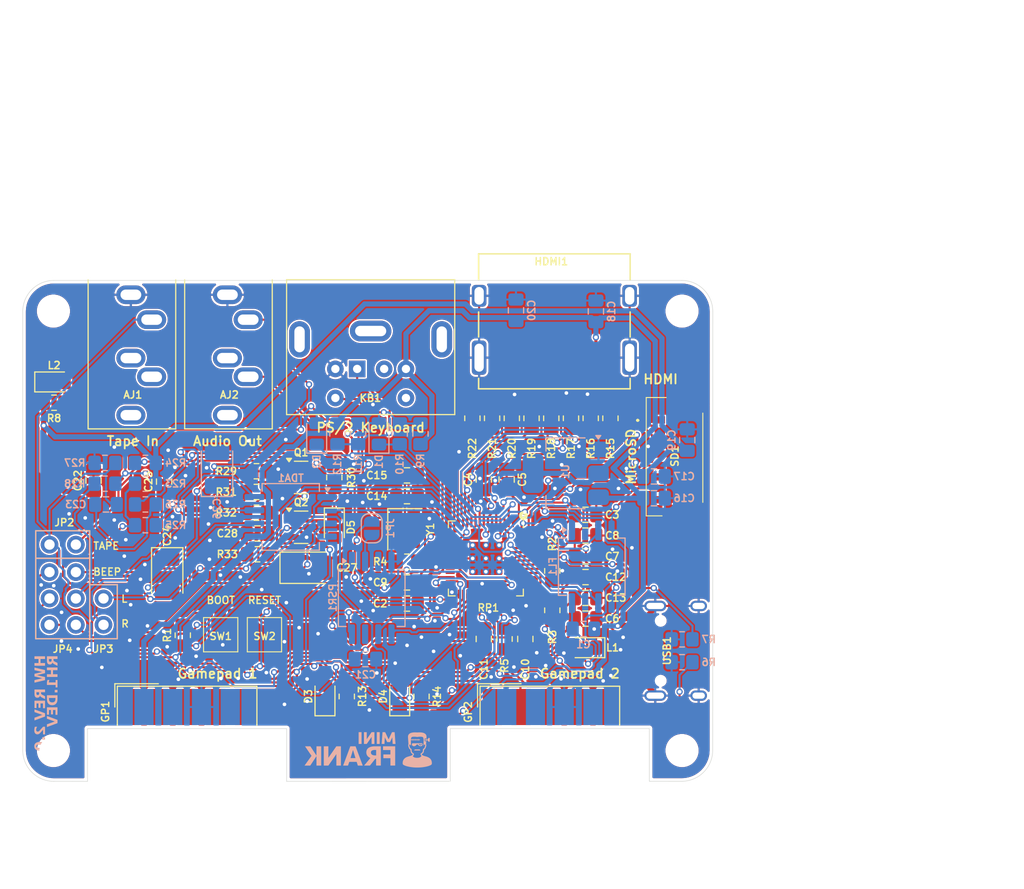
<source format=kicad_pcb>
(kicad_pcb (version 20240108) (generator "pcbnew") (generator_version "8.0")
  (title_block (title "MiniFRANK") (date "2025-01-13") (rev "2.0") (company "Mikhail Matveev") (comment 1 "https://github.com/xtremespb/frank"))
  (layers (0 "F.Cu" signal) (31 "B.Cu" signal) (34 "B.Paste" user) (35 "F.Paste" user) (36 "B.SilkS" user "B.Silkscreen") (37 "F.SilkS" user "F.Silkscreen") (38 "B.Mask" user) (39 "F.Mask" user) (44 "Edge.Cuts" user))
  (net 0 "")
  (net 1 "GND")
  (net 2 "/Audio Out/L*")
  (net 3 "/Audio Out/L")
  (net 4 "Net-(RP1-VREG_VOUT)")
  (net 5 "+3V3")
  (net 6 "/RP2040/XIN")
  (net 7 "VBUS")
  (net 8 "/Audio Out/R*")
  (net 9 "/Audio Out/R")
  (net 10 "/PS2_CLK")
  (net 11 "/PS2_DATA")
  (net 12 "/GP1_DATA")
  (net 13 "/GP2_DATA")
  (net 14 "Net-(C15-Pad1)")
  (net 15 "/RP2040/QSPI_SS")
  (net 16 "Net-(D5-A)")
  (net 17 "Net-(D5-K)")
  (net 19 "Net-(GP1-Pad2)")
  (net 21 "/GP_J3")
  (net 23 "/GP_J4")
  (net 28 "Net-(GP2-Pad2)")
  (net 30 "Net-(Q1-B)")
  (net 31 "/LOAD_IN_D")
  (net 32 "/Audio Out/FLT")
  (net 33 "Net-(JP1-A)")
  (net 34 "Net-(KB1-Pad5)")
  (net 35 "Net-(KB1-Pad1)")
  (net 38 "Net-(L1-A)")
  (net 39 "Net-(L2-A)")
  (net 40 "Net-(RP1-USB_DP)")
  (net 41 "/D+")
  (net 42 "/D-")
  (net 43 "Net-(RP1-USB_DM)")
  (net 44 "/RP2040/~{USB_BOOT}")
  (net 45 "/RP2040/GPIO25")
  (net 46 "/RP2040/XOUT")
  (net 47 "Net-(USB1-CC1)")
  (net 48 "Net-(USB1-CC2)")
  (net 49 "/HDMI_D0N")
  (net 50 "/SD_DAT0")
  (net 51 "/SD_CLK")
  (net 52 "/SD_DAT3")
  (net 53 "/SD_CMD")
  (net 54 "Net-(HDMI1-D0N)")
  (net 55 "Net-(HDMI1-D2N)")
  (net 56 "/HDMI_D2N")
  (net 57 "/RP2040/SWD")
  (net 58 "/RUN")
  (net 59 "/RP2040/QSPI_SCLK")
  (net 60 "Net-(HDMI1-CLKN)")
  (net 61 "/HDMI_CLKN")
  (net 62 "/HDMI_D0P")
  (net 63 "/RP2040/GPIO29")
  (net 64 "Net-(HDMI1-D0P)")
  (net 65 "/Micro SD/DAT2")
  (net 66 "/Micro SD/POL")
  (net 67 "/Micro SD/DET")
  (net 68 "/Micro SD/DAT1")
  (net 71 "/HDMI_D1N")
  (net 72 "Net-(HDMI1-D1N)")
  (net 73 "Net-(HDMI1-D2P)")
  (net 74 "/HDMI_D2P")
  (net 75 "Net-(HDMI1-CLKP)")
  (net 76 "/HDMI_CLKP")
  (net 77 "/HDMI_D1P")
  (net 78 "Net-(HDMI1-D1P)")
  (net 84 "/Audio Out/RIGHT_TDA")
  (net 85 "/PSR_SOSIO")
  (net 88 "/PSR_SCLK")
  (net 89 "/PSR_SISIO")
  (net 90 "/PSR_CE")
  (net 91 "/RP2040/QSPI_SD2")
  (net 92 "/RP2040/GPIO23")
  (net 93 "/RP2040/QSPI_SD0")
  (net 94 "/RP2040/QSPI_SD3")
  (net 95 "/RP2040/GPIO24")
  (net 96 "/RP2040/QSPI_SD1")
  (net 97 "/RP2040/SWCLK")
  (net 98 "/Audio Out/LEFT_TDA")
  (net 99 "/Audio Out/LEFT_OUT")
  (net 100 "/Audio Out/RIGHT_OUT")
  (net 101 "/Audio Out/BEEP_OUT")
  (net 102 "/AUDIO_B")
  (net 103 "/AUDIO_R")
  (net 104 "/AUDIO_L")
  (net 105 "/Tape In/LOAD_IN_D")
  (net 109 "Net-(C23-Pad2)")
  (net 110 "Net-(C24-Pad1)")
  (net 111 "Net-(C27-Pad1)")
  (footprint "FRANK:Capacitor (0805)" (layer "F.Cu") (at 191.8 78 90)
    (property "Reference" "C4")
    (property "Value" "100n")
  )
  (footprint "FRANK:Resistor (0805)" (layer "F.Cu") (at 170 85.2 180)
    (property "Reference" "R33")
    (property "Value" "330R")
  )
  (footprint "FRANK:D-SUB (9 pin, male)" (layer "F.Cu") (at 198.163 99.915)
    (property "Reference" "GP2")
    (property "Value" "Gamepad")
  )
  (footprint "FRANK:Resistor (0805)" (layer "F.Cu") (at 150.4 70.6 180)
    (property "Reference" "R8")
    (property "Value" "1K")
  )
  (footprint "FRANK:Capacitor (0805)" (layer "F.Cu") (at 170 83.2 180)
    (property "Reference" "C28")
    (property "Value" "10n")
  )
  (footprint "FRANK:Resistor (0805)" (layer "F.Cu") (at 177.4 77.8 -90)
    (property "Reference" "R30")
    (property "Value" "2K")
  )
  (footprint "FRANK:Pin Header (1x02)" (layer "F.Cu") (at 155.162 91.998 180)
    (property "Reference" "JP3")
    (property "Value" "I2S Jumper")
  )
  (footprint "FRANK:SOT-23" (layer "F.Cu") (at 174.2 77.8)
    (property "Reference" "Q1")
    (property "Value" "BC850")
  )
  (footprint "FRANK:Resistor (0805)" (layer "F.Cu") (at 196.4 72.1 -90)
    (property "Reference" "R19")
    (property "Value" "270R")
  )
  (footprint "FRANK:Diode (0805)" (layer "F.Cu") (at 176.5 98.9 90)
    (property "Reference" "D3")
    (property "Value" "3V3")
  )
  (footprint "FRANK:Button (SMD, 3x3mm)" (layer "F.Cu") (at 172.318 91.3 -90)
    (property "Reference" "SW2")
    (property "Value" "Reset Button" (hide yes))
  )
  (footprint "FRANK:MicroSD (SMD, short)" (layer "F.Cu") (at 210.2 75.8 90)
    (property "Reference" "SD1")
    (property "Value" "47571-0001" (hide yes))
  )
  (footprint "FRANK:Resistor (0805)" (layer "F.Cu") (at 169.9 81.2)
    (property "Reference" "R32")
    (property "Value" "1K")
  )
  (footprint "FRANK:Mounting Hole (2.7mm)" (layer "F.Cu") (at 150.339 61.774)
    (property "Reference" "H1" (hide yes))
    (property "Value" "MountingHole")
  )
  (footprint "FRANK:Resistor (0805)" (layer "F.Cu") (at 193.8 93.3625 90)
    (property "Reference" "R5")
    (property "Value" "1K")
  )
  (footprint "FRANK:Capacitor (0805)" (layer "F.Cu") (at 184.4 79.6 180)
    (property "Reference" "C14")
    (property "Value" "15p")
  )
  (footprint "FRANK:MiniDIN (6 Pin, female)" (layer "F.Cu") (at 179.6 67.344 180)
    (property "Reference" "KB1")
    (property "Value" "PS/2 Keyboard")
  )
  (footprint "FRANK:Capacitor (0805)" (layer "F.Cu") (at 195.8 93.3625 -90)
    (property "Reference" "C10")
    (property "Value" "100n")
  )
  (footprint "FRANK:Capacitor (0805)" (layer "F.Cu") (at 201.6 83.4)
    (property "Reference" "C8")
    (property "Value" "100n")
  )
  (footprint "FRANK:Resistor (0805)" (layer "F.Cu") (at 198.4 86.8 -90)
    (property "Reference" "R2")
    (property "Value" "27R")
  )
  (footprint "FRANK:Resistor (0805)" (layer "F.Cu") (at 202.1 72.1 -90)
    (property "Reference" "R16")
    (property "Value" "270R")
  )
  (footprint "FRANK:Resistor (0805)" (layer "F.Cu") (at 184.4 85.914 180)
    (property "Reference" "R4")
    (property "Value" "1K")
  )
  (footprint "FRANK:Mounting Hole (2.7mm)" (layer "F.Cu") (at 150.339 104.113)
    (property "Reference" "H4" (hide yes))
    (property "Value" "MountingHole")
  )
  (footprint "FRANK:SOT-23" (layer "F.Cu") (at 174.2 82.6)
    (property "Reference" "Q2")
    (property "Value" "BC850")
  )
  (footprint "FRANK:Resistor (0805)" (layer "F.Cu") (at 169.9 79.2 180)
    (property "Reference" "R31")
    (property "Value" "2K")
  )
  (footprint "FRANK:Diode (0805)" (layer "F.Cu") (at 177.4 82.6 -90)
    (property "Reference" "D5")
    (property "Value" "1N4148")
  )
  (footprint "FRANK:Capacitor (0805)" (layer "F.Cu") (at 161 78.2 90)
    (property "Reference" "C25")
    (property "Value" "10n")
  )
  (footprint "FRANK:Resistor (0805)" (layer "F.Cu") (at 204 72.1 -90)
    (property "Reference" "R15")
    (property "Value" "270R")
  )
  (footprint "FRANK:QFN 56" (layer "F.Cu") (at 192 85.6 -90)
    (property "Reference" "RP1")
    (property "Value" "RP2040")
  )
  (footprint "FRANK:Jack (3.5mm)" (layer "F.Cu") (at 167.1 60.2)
    (property "Reference" "AJ2")
    (property "Value" "Audio Out")
  )
  (footprint "FRANK:Diode (0805)" (layer "F.Cu") (at 183.7 98.9 90)
    (property "Reference" "D4")
    (property "Value" "3V3")
  )
  (footprint "FRANK:Capacitor (3528, tantalum, polar)" (layer "F.Cu") (at 174.8 86.5)
    (property "Reference" "C27")
    (property "Value" "10u*")
  )
  (footprint "FRANK:Capacitor (0805)" (layer "F.Cu") (at 201.6 91.4)
    (property "Reference" "C6")
    (property "Value" "100n")
  )
  (footprint "FRANK:Resistor (0805)" (layer "F.Cu") (at 198.3 72.1 -90)
    (property "Reference" "R18")
    (property "Value" "270R")
  )
  (footprint "FRANK:Capacitor (0805)" (layer "F.Cu") (at 184.4 89.953 180)
    (property "Reference" "C2")
    (property "Value" "100n")
  )
  (footprint "FRANK:Jack (3.5mm)" (layer "F.Cu") (at 157.8 60.2)
    (property "Reference" "AJ1")
    (property "Value" "Audio IN")
  )
  (footprint "FRANK:Capacitor (0805)" (layer "F.Cu") (at 201.6 87.4)
    (property "Reference" "C12")
    (property "Value" "1u")
  )
  (footprint "FRANK:Resistor (0805)" (layer "F.Cu") (at 200.2 72.1 -90)
    (property "Reference" "R17")
    (property "Value" "270R")
  )
  (footprint "FRANK:Resistor (0805)" (layer "F.Cu") (at 162.8 93 90)
    (property "Reference" "R1")
    (property "Value" "1K")
  )
  (footprint "FRANK:Resistor (0805)" (layer "F.Cu") (at 190.7 72.1 -90)
    (property "Reference" "R22")
    (property "Value" "270R")
  )
  (footprint "FRANK:Mounting Hole (2.7mm)" (layer "F.Cu") (at 210.9 104.113)
    (property "Reference" "H3" (hide yes))
    (property "Value" "MountingHole")
  )
  (footprint "FRANK:Resistor (0805)" (layer "F.Cu") (at 185.8 98.9 90)
    (property "Reference" "R14")
    (property "Value" "1K")
  )
  (footprint "FRANK:Capacitor (0805)" (layer "F.Cu") (at 201.6 85.4)
    (property "Reference" "C7")
    (property "Value" "100n")
  )
  (footprint "FRANK:LED (0805)" (layer "F.Cu") (at 201.6 94.2 180)
    (property "Reference" "L1")
    (property "Value" "BLUE")
  )
  (footprint "FRANK:Resistor (0805)" (layer "F.Cu") (at 194.5 72.1 -90)
    (property "Reference" "R20")
    (property "Value" "270R")
  )
  (footprint "FRANK:D-SUB (9 pin, male)" (layer "F.Cu") (at 163.218 99.915)
    (property "Reference" "GP1")
    (property "Value" "Gamepad")
  )
  (footprint "FRANK:HDMI (female)" (layer "F.Cu") (at 198.6 66.26 180)
    (property "Reference" "HDMI1")
    (property "Value" "HDMI Female")
  )
  (footprint "FRANK:Capacitor (0805)" (layer "F.Cu") (at 201.6 89.4)
    (property "Reference" "C13")
    (property "Value" "1u")
  )
  (footprint "FRANK:Capacitor (0805)" (layer "F.Cu") (at 184.4 87.914 180)
    (property "Reference" "C9")
    (property "Value" "100n")
  )
  (footprint "FRANK:LED (0805)" (layer "F.Cu") (at 150.4 68.6)
    (property "Reference" "L2")
    (property "Value" "GREEN")
  )
  (footprint "FRANK:Resistor (0805)" (layer "F.Cu") (at 169.9 77.2)
    (property "Reference" "R29")
    (property "Value" "330R")
  )
  (footprint "FRANK:Pin Header (1x02)" (layer "F.Cu") (at 152.5 84.271 -90)
    (property "Reference" "JP2")
    (property "Value" "Tape In Jumper")
  )
  (footprint "FRANK:Capacitor (3528, tantalum, polar)" (layer "F.Cu") (at 161.3 87.2 -90)
    (property "Reference" "C24")
    (property "Value" "10u*")
  )
  (footprint "FRANK:USB Type C" (layer "F.Cu") (at 215.1 94.5 90)
    (property "Reference" "USB1")
    (property "Value" "USB Type C")
  )
  (footprint "FRANK:Crystal (3225)" (layer "F.Cu") (at 184.2 82.8 -90)
    (property "Reference" "Y1")
    (property "Value" "12 MHz")
  )
  (footprint "FRANK:Resistor (0805)" (layer "F.Cu") (at 198.4 90.6 90)
    (property "Reference" "R3")
    (property "Value" "27R")
  )
  (footprint "FRANK:Capacitor (0805)" (layer "F.Cu") (at 191.8 93.3625 -90)
    (property "Reference" "C11")
    (property "Value" "100n")
  )
  (footprint "FRANK:Capacitor (0805)" (layer "F.Cu") (at 154.2 78.1 90)
    (property "Reference" "C22")
    (property "Value" "100n")
  )
  (footprint "FRANK:Pin Header (2x03)" (layer "F.Cu") (at 152.5 92 180)
    (property "Reference" "JP4")
    (property "Value" "Audio Jumpers")
  )
  (footprint "FRANK:Button (SMD, 3x3mm)" (layer "F.Cu") (at 168.1 91.3 -90)
    (property "Reference" "SW1")
    (property "Value" "Flash Button" (hide yes))
  )
  (footprint "FRANK:Capacitor (0805)" (layer "F.Cu") (at 194 78 90)
    (property "Reference" "C5")
    (property "Value" "100n")
  )
  (footprint "FRANK:Resistor (0805)" (layer "F.Cu") (at 178.6 98.9 90)
    (property "Reference" "R13")
    (property "Value" "1K")
  )
  (footprint "FRANK:Capacitor (0805)" (layer "F.Cu") (at 184.4 77.6)
    (property "Reference" "C15")
    (property "Value" "15p")
  )
  (footprint "FRANK:Resistor (0805)" (layer "F.Cu") (at 192.6 72.1 -90)
    (property "Reference" "R21")
    (property "Value" "270R")
  )
  (footprint "FRANK:Mounting Hole (2.7mm)" (layer "F.Cu") (at 210.9 61.774)
    (property "Reference" "H2" (hide yes))
    (property "Value" "MountingHole")
  )
  (footprint "FRANK:Capacitor (0805)" (layer "F.Cu") (at 201.6 81.4)
    (property "Reference" "C3")
    (property "Value" "100n")
  )
  (footprint "FRANK:Diode (0805)" (layer "B.Cu") (at 181.7 73.6 90)
    (property "Reference" "D1")
    (property "Value" "3V3")
  )
  (footprint "FRANK:Capacitor (0805)" (layer "B.Cu") (at 202.6 61.8 90)
    (property "Reference" "C18")
    (property "Value" "100n")
  )
  (footprint "FRANK:SOIC-8" (layer "B.Cu") (at 202.2 86.4 -90)
    (property "Reference" "FL1")
    (property "Value" "W25Q128JVSIQ")
  )
  (footprint "FRANK:SOIC-8" (layer "B.Cu") (at 181 89.4 -90)
    (property "Reference" "PSR1")
    (property "Value" "ESP-PSRAM32")
  )
  (footprint "FRANK:SOT-223" (layer "B.Cu") (at 199.7 77.4 180)
    (property "Reference" "U1")
    (property "Value" "NCP1117 3.3")
  )
  (footprint "FRANK:Jumper (solder)" (layer "B.Cu") (at 181 82.7 90)
    (property "Reference" "JP1")
    (property "Value" "JMP PSRAM")
  )
  (footprint "FRANK:Resistor (0805)" (layer "B.Cu") (at 210.9 93.4)
    (property "Reference" "R7")
    (property "Value" "5.1K")
  )
  (footprint "FRANK:SOIC-8" (layer "B.Cu") (at 173.2 81.6 180)
    (property "Reference" "TDA1")
    (property "Value" "TDA1387T")
  )
  (footprint "FRANK:Capacitor (0805)" (layer "B.Cu") (at 180.4 95.3)
    (property "Reference" "C21")
    (property "Value" "100n")
  )
  (footprint "FRANK:Capacitor (3528, tantalum, polar)" (layer "B.Cu") (at 166.1 77 90)
    (property "Reference" "C26")
    (property "Value" "10u*")
  )
  (footprint "FRANK:Resistor (0805)" (layer "B.Cu") (at 155.3 76.4 180)
    (property "Reference" "R27")
    (property "Value" "100R")
  )
  (footprint "FRANK:Resistor (0805)" (layer "B.Cu") (at 159.2 78.4 180)
    (property "Reference" "R23")
    (property "Value" "10K")
  )
  (footprint "FRANK:Resistor (0805)" (layer "B.Cu") (at 155.3 78.4 180)
    (property "Reference" "R28")
    (property "Value" "1K")
  )
  (footprint "FRANK:Diode (0805)" (layer "B.Cu") (at 175.7 73.6 90)
    (property "Reference" "D2")
    (property "Value" "3V3")
  )
  (footprint "FRANK:Resistor (0805)" (layer "B.Cu") (at 177.7 73.6 -90)
    (property "Reference" "R12")
    (property "Value" "1K")
  )
  (footprint "FRANK:Resistor (0805)" (layer "B.Cu") (at 179.692 73.6 90)
    (property "Reference" "R11")
    (property "Value" "100R")
  )
  (footprint "FRANK:Resistor (0805)" (layer "B.Cu") (at 159.2 82.4)
    (property "Reference" "R25")
    (property "Value" "10K")
  )
  (footprint "FRANK:Resistor (0805)" (layer "B.Cu") (at 159.2 80.4 180)
    (property "Reference" "R26")
    (property "Value" "10K")
  )
  (footprint "FRANK:Capacitor (0805)" (layer "B.Cu") (at 208.2 77.7)
    (property "Reference" "C17")
    (property "Value" "10u")
  )
  (footprint "FRANK:Capacitor (0805)" (layer "B.Cu") (at 211.4 74.2 -90)
    (property "Reference" "C19")
    (property "Value" "100n")
  )
  (footprint "FRANK:Resistor (0805)" (layer "B.Cu") (at 185.7 73.6 90)
    (property "Reference" "R9")
    (property "Value" "1K")
  )
  (footprint "FRANK:Capacitor (0805)" (layer "B.Cu") (at 201.4 92.4)
    (property "Reference" "C1")
    (property "Value" "100n")
  )
  (footprint "FRANK:Resistor (0805)" (layer "B.Cu") (at 210.9 95.6)
    (property "Reference" "R6")
    (property "Value" "5.1K")
  )
  (footprint "FRANK:Resistor (0805)" (layer "B.Cu") (at 183.7 73.6 -90)
    (property "Reference" "R10")
    (property "Value" "100R")
  )
  (footprint "FRANK:Capacitor (0805)" (layer "B.Cu") (at 208.2 79.8)
    (property "Reference" "C16")
    (property "Value" "10u")
  )
  (footprint "FRANK:Resistor (0805)" (layer "B.Cu") (at 159.2 76.4 180)
    (property "Reference" "R24")
    (property "Value" "1K")
  )
  (footprint "FRANK:Capacitor (0805)" (layer "B.Cu") (at 155.4 80.4 180)
    (property "Reference" "C23")
    (property "Value" "100n")
  )
  (footprint "FRANK:Capacitor (0805)" (layer "B.Cu") (at 194.9 61.7 90)
    (property "Reference" "C20")
    (property "Value" "100n")
  )
  (gr_poly (pts (xy 186.160309 102.983767) (xy 186.15717 102.98414) (xy 186.154075 102.984754) (xy 186.15103 102.985603) (xy 186.148037 102.986681) (xy 186.145102 102.987981) (xy 186.142227 102.989498) (xy 186.139417 102.991225) (xy 186.136675 102.993156) (xy 186.134006 102.995285) (xy 186.128901 103.000112) (xy 186.124133 103.005656) (xy 186.119734 103.011869) (xy 186.115735 103.018699) (xy 186.112167 103.0261) (xy 186.109062 103.034019) (xy 186.106451 103.042409) (xy 186.104366 103.05122) (xy 186.102837 103.060403) (xy 186.101897 103.069907) (xy 186.101577 103.079685) (xy 186.101658 103.08464) (xy 186.101897 103.089532) (xy 186.102292 103.094353) (xy 186.102837 103.099097) (xy 186.10353 103.103759) (xy 186.104366 103.108333) (xy 186.105341 103.112812) (xy 186.106451 103.117189) (xy 186.107693 103.12146) (xy 186.109062 103.125618) (xy 186.110555 103.129656) (xy 186.112167 103.13357) (xy 186.113895 103.137352) (xy 186.115735 103.140996) (xy 186.117682 103.144497) (xy 186.119734 103.147848) (xy 186.121886 103.151043) (xy 186.124133 103.154077) (xy 186.126473 103.156942) (xy 186.128901 103.159633) (xy 186.131413 103.162144) (xy 186.134006 103.164469) (xy 186.136675 103.166601) (xy 186.139417 103.168535) (xy 186.142227 103.170264) (xy 186.145102 103.171783) (xy 186.148037 103.173084) (xy 186.15103 103.174163) (xy 186.154075 103.175012) (xy 186.15717 103.175626) (xy 186.160309 103.176) (xy 186.16349 103.176125) (xy 186.188493 103.176125) (xy 186.188493 102.983641) (xy 186.16349 102.983641)) (stroke (width -0.000001)) (fill solid) (layer "B.SilkS"))
  (gr_poly (pts (xy 186.231752 103.175728) (xy 186.324621 103.175728) (xy 186.324621 102.983641) (xy 186.231752 102.983641)) (stroke (width -0.000001)) (fill solid) (layer "B.SilkS"))
  (gr_poly (pts (xy 186.448843 102.983641) (xy 186.37423 102.983641) (xy 186.37423 103.176125) (xy 186.448843 103.176125) (xy 186.448843 103.256691) (xy 186.591321 103.256691) (xy 186.591321 102.896725) (xy 186.448843 102.896725)) (stroke (width -0.000001)) (fill solid) (layer "B.SilkS"))
  (gr_poly (pts (xy 176.825021 104.807281) (xy 176.825021 103.7) (xy 176.384489 103.7) (xy 176.384489 105.561344) (xy 176.825022 105.561344) (xy 177.594959 104.454063) (xy 177.594959 105.561344) (xy 178.03549 105.561344) (xy 178.03549 103.7) (xy 177.594958 103.7)) (stroke (width -0.000001)) (fill solid) (layer "B.SilkS"))
  (gr_poly (pts (xy 178.245834 105.561344) (xy 178.718115 105.561344) (xy 178.841146 105.200187) (xy 179.551552 105.200187) (xy 179.666646 105.561344) (xy 180.138927 105.561344) (xy 179.869407 104.839031) (xy 179.436459 104.839031) (xy 178.960208 104.839031) (xy 179.198334 104.053219) (xy 179.436459 104.839031) (xy 179.869407 104.839031) (xy 179.444396 103.7) (xy 178.940365 103.7)) (stroke (width -0.000001)) (fill solid) (layer "B.SilkS"))
  (gr_poly (pts (xy 180.523896 103.017375) (xy 180.523896 102.338719) (xy 180.254021 102.338719) (xy 180.254021 103.473781) (xy 180.523896 103.473781) (xy 180.992208 102.795125) (xy 180.992208 103.473781) (xy 181.262083 103.473781) (xy 181.262083 102.338719) (xy 180.992208 102.338719)) (stroke (width -0.000001)) (fill solid) (layer "B.SilkS"))
  (gr_poly (pts (xy 181.249312 103.700305) (xy 181.208812 103.701805) (xy 181.168391 103.704496) (xy 181.128076 103.708375) (xy 181.087893 103.71344) (xy 181.047867 103.719688) (xy 181.008026 103.727115) (xy 180.968396 103.735719) (xy 180.951315 103.739849) (xy 180.934337 103.744331) (xy 180.917467 103.749164) (xy 180.900711 103.754345) (xy 180.884074 103.759872) (xy 180.867561 103.765742) (xy 180.851178 103.771955) (xy 180.834929 103.778506) (xy 180.818821 103.785395) (xy 180.802858 103.792619) (xy 180.787045 103.800176) (xy 180.771389 103.808063) (xy 180.755893 103.816279) (xy 180.740565 103.824821) (xy 180.725408 103.833687) (xy 180.710428 103.842875) (xy 180.697351 103.851786) (xy 180.684563 103.861065) (xy 180.67207 103.870705) (xy 180.659881 103.880698) (xy 180.648001 103.891036) (xy 180.636438 103.901713) (xy 180.625198 103.912721) (xy 180.61429 103.924052) (xy 180.603719 103.935699) (xy 180.593493 103.947654) (xy 180.583619 103.95991) (xy 180.574104 103.972459) (xy 180.564954 103.985294) (xy 180.556178 103.998407) (xy 180.547781 104.011791) (xy 180.539771 104.025438) (xy 180.532646 104.04112) (xy 180.525965 104.056972) (xy 180.51973 104.072983) (xy 180.513943 104.089144) (xy 180.508606 104.105447) (xy 180.503723 104.12188) (xy 180.499293 104.138436) (xy 180.495321 104.155103) (xy 180.491807 104.171873) (xy 180.488755 104.188737) (xy 180.486165 104.205684) (xy 180.484041 104.222706) (xy 180.482384 104.239792) (xy 180.481197 104.256933) (xy 180.480482 104.274121) (xy 180.48024 104.291344) (xy 180.480355 104.313208) (xy 180.481352 104.334986) (xy 180.483223 104.356653) (xy 180.48596 104.378184) (xy 180.489554 104.399554) (xy 180.493999 104.420737) (xy 180.499285 104.441709) (xy 180.505405 104.462444) (xy 180.512351 104.482917) (xy 180.520115 104.503103) (xy 180.528688 104.522977) (xy 180.538064 104.542513) (xy 180.548234 104.561687) (xy 180.55919 104.580473) (xy 180.570924 104.598847) (xy 180.583428 104.616782) (xy 180.598006 104.63457) (xy 180.613168 104.651795) (xy 180.628896 104.668447) (xy 180.645173 104.684513) (xy 180.661983 104.69998) (xy 180.679307 104.714837) (xy 180.69713 104.729071) (xy 180.715433 104.74267) (xy 180.7342 104.755622) (xy 180.753414 104.767914) (xy 180.773057 104.779534) (xy 180.793113 104.790469) (xy 180.813563 104.800709) (xy 180.834392 104.810239) (xy 180.855581 104.819048) (xy 180.877115 104.827125) (xy 180.265927 105.557375) (xy 180.82949 105.557375) (xy 181.341458 104.910469) (xy 181.424802 104.910469) (xy 181.424802 105.557375) (xy 181.881209 105.557375) (xy 181.881209 104.053219) (xy 181.428771 104.053219) (xy 181.428771 104.577094) (xy 181.317645 104.577094) (xy 181.294903 104.576815) (xy 181.272811 104.575978) (xy 181.251371 104.574582) (xy 181.230581 104.572629) (xy 181.210443 104.570118) (xy 181.190956 104.567048) (xy 181.17212 104.56342) (xy 181.153935 104.559235) (xy 181.136401 104.554491) (xy 181.119518 104.549189) (xy 181.103287 104.543329) (xy 181.087706 104.53691) (xy 181.072777 104.529934) (xy 181.058499 104.5224) (xy 181.044872 104.514307) (xy 181.031896 104.505657) (xy 181.025406 104.501376) (xy 181.019091 104.496901) (xy 181.012953 104.492237) (xy 181.006995 104.487389) (xy 181.00122 104.482363) (xy 180.99563 104.477164) (xy 180.990228 104.471798) (xy 180.985018 104.46627) (xy 180.980002 104.460586) (xy 180.975183 104.454751) (xy 180.966148 104.442651) (xy 180.957934 104.430012) (xy 180.950564 104.41688) (xy 180.944062 104.403297) (xy 180.93845 104.389307) (xy 180.933751 104.374955) (xy 180.931751 104.367656) (xy 180.929987 104.360283) (xy 180.928463 104.352842) (xy 180.927181 104.345337) (xy 180.926145 104.337774) (xy 180.925357 104.330158) (xy 180.924819 104.322496) (xy 180.924535 104.314792) (xy 180.924508 104.307052) (xy 180.924741 104.299281) (xy 180.924739 104.299281) (xy 180.924316 104.285091) (xy 180.924885 104.271031) (xy 180.926423 104.257148) (xy 180.928908 104.243485) (xy 180.932315 104.230085) (xy 180.936621 104.216994) (xy 180.941802 104.204255) (xy 180.947836 104.191913) (xy 180.954698 104.180011) (xy 180.962365 104.168595) (xy 180.970814 104.157707) (xy 180.980021 104.147393) (xy 180.989962 104.137695) (xy 181.000614 104.12866) (xy 181.011954 104.12033) (xy 181.023959 104.11275) (xy 181.03985 104.104677) (xy 181.055975 104.09717) (xy 181.07232 104.09023) (xy 181.088867 104.083862) (xy 181.105603 104.078069) (xy 181.122512 104.072854) (xy 181.13958 104.06822) (xy 181.15679 104.064171) (xy 181.174128 104.060709) (xy 181.191579 104.057839) (xy 181.209128 104.055564) (xy 181.226758 104.053886) (xy 181.244456 104.052809) (xy 181.262206 104.052337) (xy 181.279993 104.052472) (xy 181.297802 104.053219) (xy 181.428771 104.053219) (xy 181.881209 104.053219) (xy 181.881209 103.7) (xy 181.289865 103.7)) (stroke (width -0.000001)) (fill solid) (layer "B.SilkS"))
  (gr_poly (pts (xy 185.104291 102.35987) (xy 185.043993 102.363298) (xy 184.987815 102.368641) (xy 184.935609 102.37578) (xy 184.887233 102.384595) (xy 184.842539 102.394967) (xy 184.801382 102.406777) (xy 184.763618 102.419904) (xy 184.7291 102.434231) (xy 184.697684 102.449637) (xy 184.669224 102.466004) (xy 184.643574 102.483211) (xy 184.620589 102.50114) (xy 184.600123 102.519671) (xy 184.582032 102.538686) (xy 184.566169 102.558064) (xy 184.55239 102.577686) (xy 184.540549 102.597433) (xy 184.530501 102.617186) (xy 184.522099 102.636825) (xy 184.5152 102.656231) (xy 184.509656 102.675285) (xy 184.505324 102.693868) (xy 184.49971 102.72914) (xy 184.497195 102.761094) (xy 184.496615 102.788775) (xy 184.49819 102.846756) (xy 184.502444 102.929368) (xy 184.516161 103.136636) (xy 184.53211 103.346881) (xy 184.544637 103.496403) (xy 184.544019 103.497092) (xy 184.543421 103.497798) (xy 184.542844 103.49852) (xy 184.542287 103.499257) (xy 184.541751 103.50001) (xy 184.541236 103.500778) (xy 184.540743 103.50156) (xy 184.540271 103.502357) (xy 184.537547 103.508026) (xy 184.534999 103.513765) (xy 184.532629 103.519571) (xy 184.530439 103.525439) (xy 184.528428 103.531366) (xy 184.526597 103.537346) (xy 184.524949 103.543376) (xy 184.523483 103.549451) (xy 184.5222 103.555568) (xy 184.521103 103.561722) (xy 184.52019 103.567909) (xy 184.519464 103.574125) (xy 184.518925 103.580366) (xy 184.518575 103.586627) (xy 184.518414 103.592905) (xy 184.518443 103.599194) (xy 184.518934 103.613415) (xy 184.519927 103.627595) (xy 184.521419 103.641724) (xy 184.523409 103.655786) (xy 184.525894 103.669769) (xy 184.528873 103.68366) (xy 184.532343 103.697446) (xy 184.536302 103.711113) (xy 184.542814 103.735793) (xy 184.549941 103.76029) (xy 184.557677 103.784593) (xy 184.566018 103.808691) (xy 184.574961 103.832573) (xy 184.584502 103.856226) (xy 184.594635 103.87964) (xy 184.605358 103.902803) (xy 184.609386 103.910665) (xy 184.613643 103.91839) (xy 184.618124 103.925972) (xy 184.622825 103.933409) (xy 184.627743 103.940694) (xy 184.632874 103.947824) (xy 184.638214 103.954793) (xy 184.643759 103.961598) (xy 184.649506 103.968234) (xy 184.655451 103.974696) (xy 184.661589 103.980979) (xy 184.667917 103.98708) (xy 184.674431 103.992993) (xy 184.681128 103.998715) (xy 184.688003 104.004239) (xy 184.695052 104.009563) (xy 184.699539 104.012451) (xy 184.704079 104.015252) (xy 184.70867 104.017966) (xy 184.713312 104.020592) (xy 184.718003 104.023129) (xy 184.722742 104.025577) (xy 184.727528 104.027934) (xy 184.732358 104.0302) (xy 184.733192 104.047565) (xy 184.734327 104.064909) (xy 184.735763 104.082228) (xy 184.737499 104.099519) (xy 184.739535 104.116776) (xy 184.741871 104.133997) (xy 184.744506 104.151177) (xy 184.74744 104.168313) (xy 184.750397 104.184304) (xy 184.75376 104.200207) (xy 184.757529 104.216013) (xy 184.761699 104.231715) (xy 184.766271 104.247305) (xy 184.77124 104.262776) (xy 184.776605 104.27812) (xy 184.782365 104.293328) (xy 184.786746 104.302373) (xy 184.791436 104.311237) (xy 184.796427 104.319913) (xy 184.801713 104.328394) (xy 184.807288 104.336672) (xy 184.813147 104.344742) (xy 184.819282 104.352596) (xy 184.825688 104.360227) (xy 184.832359 104.367627) (xy 184.839289 104.37479) (xy 184.84647 104.381709) (xy 184.853898 104.388376) (xy 184.861566 104.394785) (xy 184.869468 104.400929) (xy 184.877598 104.4068) (xy 184.885949 104.412391) (xy 184.906555 104.425748) (xy 184.91601 104.431994) (xy 184.924892 104.437989) (xy 184.933198 104.443761) (xy 184.940922 104.449337) (xy 184.948061 104.454746) (xy 184.954608 104.460016) (xy 184.954608 104.477875) (xy 184.954383 104.479933) (xy 184.954078 104.481975) (xy 184.953693 104.483998) (xy 184.95323 104.486001) (xy 184.95269 104.487981) (xy 184.952073 104.489936) (xy 184.951381 104.491864) (xy 184.950614 104.493763) (xy 184.949774 104.495631) (xy 184.948861 104.497465) (xy 184.947876 104.499263) (xy 184.946821 104.501023) (xy 184.945695 104.502743) (xy 184.9445 104.504421) (xy 184.943238 104.506054) (xy 184.941908 104.507641) (xy 184.939251 104.510754) (xy 184.936541 104.513819) (xy 184.933779 104.516835) (xy 184.930967 104.519801) (xy 184.928104 104.522717) (xy 184.925192 104.525582) (xy 184.92223 104.528395) (xy 184.919221 104.531157) (xy 184.916163 104.533865) (xy 184.913059 104.53652) (xy 184.909909 104.539122) (xy 184.906713 104.541668) (xy 184.903473 104.54416) (xy 184.900188 104.546596) (xy 184.89686 104.548975) (xy 184.89349 104.551297) (xy 184.875715 104.56244) (xy 184.857603 104.572994) (xy 184.839168 104.582951) (xy 184.820426 104.592303) (xy 184.801391 104.601044) (xy 184.782078 104.609167) (xy 184.762502 104.616664) (xy 184.742677 104.623528) (xy 184.729782 104.628212) (xy 184.715566 104.632799) (xy 184.700122 104.637376) (xy 184.683543 104.642033) (xy 184.647353 104.651936) (xy 184.627928 104.657359) (xy 184.60774 104.663216) (xy 184.520923 104.688368) (xy 184.498033 104.695295) (xy 184.474799 104.702674) (xy 184.451286 104.710602) (xy 184.427559 104.719176) (xy 184.401468 104.728246) (xy 184.375828 104.738316) (xy 184.350666 104.749365) (xy 184.326006 104.761374) (xy 184.301874 104.774326) (xy 184.278297 104.788201) (xy 184.255301 104.802979) (xy 184.23291 104.818644) (xy 184.211152 104.835175) (xy 184.190051 104.852553) (xy 184.169634 104.870761) (xy 184.149926 104.889778) (xy 184.130953 104.909587) (xy 184.112742 104.930168) (xy 184.095317 104.951503) (xy 184.078706 104.973571) (xy 184.078705 104.973572) (xy 184.066934 104.992831) (xy 184.055916 105.012469) (xy 184.045658 105.032461) (xy 184.036165 105.052786) (xy 184.027445 105.073421) (xy 184.019503 105.094344) (xy 184.012345 105.115533) (xy 184.005978 105.136964) (xy 184.000408 105.158617) (xy 183.995641 105.180467) (xy 183.991683 105.202494) (xy 183.988541 105.224675) (xy 183.98622 105.246987) (xy 183.984727 105.269408) (xy 183.984068 105.291916) (xy 183.984249 105.314488) (xy 183.98441 105.333029) (xy 183.984943 105.351794) (xy 183.985373 105.361283) (xy 183.985923 105.370856) (xy 183.986604 105.380522) (xy 183.987424 105.390291) (xy 183.987745 105.39336) (xy 183.988166 105.396412) (xy 183.988687 105.399443) (xy 183.989306 105.402451) (xy 183.990022 105.405434) (xy 183.990835 105.40839) (xy 183.991743 105.411316) (xy 183.992747 105.414211) (xy 183.993845 105.41707) (xy 183.995036 105.419894) (xy 183.996319 105.422678) (xy 183.997694 105.42542) (xy 183.99916 105.42812) (xy 184.000715 105.430773) (xy 184.00236 105.433377) (xy 184.004092 105.435931) (xy 184.005683 105.438174) (xy 184.007309 105.440391) (xy 184.008968 105.442581) (xy 184.01066 105.444745) (xy 184.012386 105.446881) (xy 184.014144 105.448989) (xy 184.015935 105.45107) (xy 184.017758 105.453122) (xy 184.019613 105.455146) (xy 184.0215 105.45714) (xy 184.023418 105.459105) (xy 184.025366 105.46104) (xy 184.027345 105.462945) (xy 184.029354 105.46482) (xy 184.031393 105.466663) (xy 184.033461 105.468475) (xy 184.043412 105.476544) (xy 184.053596 105.484302) (xy 184.064006 105.491743) (xy 184.074634 105.498863) (xy 184.085474 105.505658) (xy 184.096517 105.512121) (xy 184.107757 105.51825) (xy 184.119186 105.524038) (xy 184.153917 105.540337) (xy 184.189036 105.555734) (xy 184.224526 105.570222) (xy 184.26037 105.583796) (xy 184.296549 105.596448) (xy 184.333046 105.608173) (xy 184.369842 105.618963) (xy 184.406922 105.628813) (xy 184.527737 105.65753) (xy 184.649321 105.682318) (xy 184.771577 105.703165) (xy 184.89441 105.720059) (xy 185.017723 105.732988) (xy 185.14142 105.741942) (xy 185.265406 105.746908) (xy 185.389583 105.747875) (xy 185.481097 105.746972) (xy 185.570288 105.744332) (xy 185.657063 105.740061) (xy 185.741332 105.734263) (xy 185.823004 105.727045) (xy 185.901987 105.718512) (xy 185.97819 105.708768) (xy 186.051521 105.697918) (xy 186.12189 105.686069) (xy 186.189205 105.673325) (xy 186.253375 105.659792) (xy 186.314308 105.645574) (xy 186.371914 105.630778) (xy 186.426101 105.615507) (xy 186.476778 105.599868) (xy 186.523853 105.583966) (xy 186.548528 105.575362) (xy 186.572929 105.566056) (xy 186.597042 105.556055) (xy 186.620852 105.545366) (xy 186.644344 105.533994) (xy 186.667503 105.521948) (xy 186.690315 105.509234) (xy 186.712765 105.495859) (xy 186.717275 105.492989) (xy 186.721712 105.490015) (xy 186.726072 105.486938) (xy 186.730355 105.48376) (xy 186.734558 105.480483) (xy 186.738681 105.477107) (xy 186.74272 105.473636) (xy 186.746675 105.47007) (xy 186.750544 105.46641) (xy 186.754325 105.462659) (xy 186.758016 105.458818) (xy 186.761617 105.454888) (xy 186.765124 105.450871) (xy 186.768538 105.446768) (xy 186.771855 105.442582) (xy 186.775074 105.438313) (xy 186.776877 105.43572) (xy 186.778592 105.433076) (xy 186.780219 105.430382) (xy 186.781757 105.42764) (xy 186.783205 105.424854) (xy 186.784561 105.422025) (xy 186.785826 105.419155) (xy 186.786998 105.416247) (xy 186.788077 105.413303) (xy 186.789061 105.410326) (xy 186.78995 105.407317) (xy 186.790742 105.404278) (xy 186.791438 105.401213) (xy 186.792035 105.398123) (xy 186.792534 105.395011) (xy 186.792933 105.391878) (xy 186.793981 105.38211) (xy 186.794769 105.372444) (xy 186.795333 105.362871) (xy 186.795711 105.353381) (xy 186.795941 105.343966) (xy 186.796059 105.334617) (xy 186.796108 105.316075) (xy 186.796187 105.298574) (xy 186.79579 105.281101) (xy 186.794919 105.263664) (xy 186.793576 105.246273) (xy 186.791763 105.228937) (xy 186.789482 105.211667) (xy 186.786734 105.194471) (xy 186.783523 105.177358) (xy 186.779848 105.160339) (xy 186.775713 105.143423) (xy 186.77112 105.126619) (xy 186.76607 105.109936) (xy 186.760565 105.093385) (xy 186.754607 105.076975) (xy 186.748198 105.060714) (xy 186.741339 105.044613) (xy 186.734947 105.031347) (xy 186.728207 105.018275) (xy 186.721124 105.005405) (xy 186.713703 104.992742) (xy 186.705948 104.980292) (xy 186.697866 104.968063) (xy 186.68946 104.956059) (xy 186.680735 104.944289) (xy 186.671697 104.932758) (xy 186.66235 104.921472) (xy 186.652698 104.910439) (xy 186.642748 104.899663) (xy 186.632503 104.889153) (xy 186.621969 104.878913) (xy 186.61115 104.868951) (xy 186.600052 104.859272) (xy 186.579296 104.843422) (xy 186.558151 104.828153) (xy 186.536628 104.813469) (xy 186.514741 104.799378) (xy 186.492501 104.785886) (xy 186.469921 104.772997) (xy 186.447013 104.760719) (xy 186.423791 104.749058) (xy 186.400267 104.73802) (xy 186.376452 104.72761) (xy 186.352361 104.717835) (xy 186.328004 104.7087) (xy 186.303395 104.700213) (xy 186.278547 104.692379) (xy 186.253471 104.685204) (xy 186.22818 104.678694) (xy 186.17116 104.663061) (xy 186.119089 104.649176) (xy 186.095432 104.642739) (xy 186.073641 104.636557) (xy 186.053923 104.63057) (xy 186.036489 104.624719) (xy 186.021454 104.619393) (xy 186.006549 104.613727) (xy 185.991782 104.607723) (xy 185.977158 104.601384) (xy 185.962682 104.594713) (xy 185.948361 104.587711) (xy 185.9342 104.580382) (xy 185.920205 104.572728) (xy 185.914329 104.569622) (xy 185.908536 104.566379) (xy 185.902826 104.563001) (xy 185.897203 104.559491) (xy 185.891668 104.555849) (xy 185.886223 104.552078) (xy 185.880872 104.54818) (xy 185.875616 104.544156) (xy 185.870457 104.540007) (xy 185.865397 104.535736) (xy 185.86044 104.531345) (xy 185.855587 104.526835) (xy 185.850839 104.522208) (xy 185.846201 104.517465) (xy 185.841673 104.512609) (xy 185.837258 104.507641) (xy 185.835898 104.506073) (xy 185.834608 104.504454) (xy 185.83339 104.502788) (xy 185.832245 104.501076) (xy 185.831174 104.499321) (xy 185.830177 104.497526) (xy 185.829256 104.495692) (xy 185.828413 104.493823) (xy 185.827647 104.49192) (xy 185.82696 104.489986) (xy 185.826354 104.488024) (xy 185.825828 104.486037) (xy 185.825385 104.484025) (xy 185.825025 104.481993) (xy 185.824749 104.479942) (xy 185.824558 104.477875) (xy 185.824558 104.459619) (xy 185.831154 104.45448) (xy 185.838405 104.449164) (xy 185.846262 104.443643) (xy 185.854671 104.43789) (xy 185.872946 104.425574) (xy 185.892821 104.411994) (xy 185.901206 104.406441) (xy 185.909367 104.400602) (xy 185.917296 104.394484) (xy 185.924987 104.388095) (xy 185.932434 104.381442) (xy 185.93963 104.374533) (xy 185.946569 104.367374) (xy 185.953245 104.359973) (xy 185.959651 104.352337) (xy 185.965781 104.344474) (xy 185.971629 104.336391) (xy 185.977187 104.328095) (xy 185.982451 104.319594) (xy 185.987412 104.310894) (xy 185.992066 104.302004) (xy 185.996405 104.292931) (xy 186.002281 104.277812) (xy 186.007731 104.262543) (xy 186.012752 104.247134) (xy 186.017341 104.231595) (xy 186.021496 104.215934) (xy 186.025214 104.200161) (xy 186.028493 104.184284) (xy 186.03133 104.168312) (xy 186.034475 104.151244) (xy 186.037303 104.134126) (xy 186.039815 104.116961) (xy 186.042009 104.099755) (xy 186.043885 104.082511) (xy 186.045443 104.065233) (xy 186.046682 104.047927) (xy 186.047602 104.030597) (xy 186.05232 104.028242) (xy 186.056995 104.025808) (xy 186.061628 104.023294) (xy 186.066217 104.020703) (xy 186.070761 104.018033) (xy 186.075259 104.015286) (xy 186.079711 104.012462) (xy 186.084115 104.009563) (xy 186.088491 104.006219) (xy 186.092796 104.002791) (xy 186.097027 103.999277) (xy 186.101184 103.99568) (xy 186.105265 103.992001) (xy 186.10927 103.988241) (xy 186.113197 103.984401) (xy 186.117044 103.980483) (xy 186.120812 103.976488) (xy 186.124498 103.972416) (xy 186.128101 103.96827) (xy 186.131621 103.96405) (xy 186.135055 103.959758) (xy 186.138403 103.955394) (xy 186.141664 103.950961) (xy 186.144837 103.946459) (xy 186.153204 103.93278) (xy 186.161282 103.918941) (xy 186.169069 103.904948) (xy 186.176562 103.890805) (xy 186.183759 103.876517) (xy 186.190659 103.862089) (xy 186.197259 103.847524) (xy 186.203558 103.832829) (xy 186.209554 103.818008) (xy 186.215244 103.803064) (xy 186.220627 103.788004) (xy 186.225701 103.772831) (xy 186.230463 103.757551) (xy 186.234913 103.742168) (xy 186.239047 103.726687) (xy 186.242865 103.711112) (xy 186.246849 103.697436) (xy 186.25038 103.683647) (xy 186.253454 103.669758) (xy 186.25607 103.655779) (xy 186.258226 103.641722) (xy 186.25992 103.627598) (xy 186.26115 103.613418) (xy 186.261915 103.599194) (xy 186.261938 103.59548) (xy 186.152825 103.59548) (xy 186.152774 103.5984) (xy 186.152325 103.608791) (xy 186.151519 103.619151) (xy 186.150359 103.629472) (xy 186.148844 103.639743) (xy 186.146978 103.649956) (xy 186.144761 103.660102) (xy 186.142194 103.670172) (xy 186.13928 103.680156) (xy 186.13329 103.702149) (xy 186.126749 103.723974) (xy 186.119663 103.74562) (xy 186.112035 103.767077) (xy 186.103868 103.788335) (xy 186.095167 103.809383) (xy 186.085936 103.830213) (xy 186.076177 103.850813) (xy 186.073752 103.855798) (xy 186.071179 103.860698) (xy 186.06846 103.86551) (xy 186.065599 103.870231) (xy 186.062597 103.874858) (xy 186.059458 103.879387) (xy 186.056183 103.883817) (xy 186.052774 103.888143) (xy 186.049235 103.892364) (xy 186.045568 103.896475) (xy 186.041775 103.900473) (xy 186.037859 103.904357) (xy 186.033822 103.908122) (xy 186.029667 103.911766) (xy 186.025396 103.915286) (xy 186.021011 103.918678) (xy 186.0156 103.922124) (xy 186.010081 103.925384) (xy 186.004459 103.928455) (xy 185.998738 103.931336) (xy 185.992925 103.934023) (xy 185.987023 103.936515) (xy 185.981038 103.938809) (xy 185.974974 103.940903) (xy 185.938461 103.954) (xy 185.938461 103.993688) (xy 185.938191 104.013199) (xy 185.937487 104.032692) (xy 185.936349 104.05216) (xy 185.934777 104.071595) (xy 185.932773 104.090991) (xy 185.930338 104.110339) (xy 185.927471 104.129633) (xy 185.924174 104.148866) (xy 185.921859 104.16181) (xy 185.91921 104.174683) (xy 185.916228 104.187479) (xy 185.912916 104.20019) (xy 185.909274 104.212812) (xy 185.905305 104.225336) (xy 185.901011 104.237757) (xy 185.896393 104.250069) (xy 185.893541 104.255666) (xy 185.890499 104.261145) (xy 185.887271 104.266503) (xy 185.883859 104.271734) (xy 185.880269 104.276835) (xy 185.876504 104.281802) (xy 185.872569 104.286629) (xy 185.868466 104.291313) (xy 185.864201 104.295849) (xy 185.859776 104.300232) (xy 185.855197 104.304459) (xy 185.850467 104.308526) (xy 185.845589 104.312427) (xy 185.840569 104.316158) (xy 185.835409 104.319715) (xy 185.830115 104.323094) (xy 185.816589 104.331453) (xy 185.803313 104.340185) (xy 185.790294 104.349285) (xy 185.777538 104.358746) (xy 185.765054 104.368562) (xy 185.75285 104.378728) (xy 185.740932 104.389239) (xy 185.729308 104.400088) (xy 185.715418 104.415566) (xy 185.715418 104.479066) (xy 185.715751 104.485507) (xy 185.716344 104.491911) (xy 185.717193 104.49827) (xy 185.718296 104.504577) (xy 185.71965 104.510825) (xy 185.721252 104.517005) (xy 185.723101 104.523112) (xy 185.725192 104.529137) (xy 185.727523 104.535073) (xy 185.730092 104.540913) (xy 185.732896 104.546649) (xy 185.735932 104.552275) (xy 185.739197 104.557782) (xy 185.742689 104.563164) (xy 185.746405 104.568413) (xy 185.750343 104.573522) (xy 185.755415 104.579686) (xy 185.760646 104.585711) (xy 185.766031 104.591593) (xy 185.77157 104.59733) (xy 185.777258 104.602919) (xy 185.783092 104.608356) (xy 185.789071 104.61364) (xy 185.79519 104.618766) (xy 185.782598 104.641918) (xy 185.768314 104.663597) (xy 185.752299 104.6838) (xy 185.734517 104.702525) (xy 185.714931 104.719769) (xy 185.693503 104.735529) (xy 185.670196 104.749801) (xy 185.644972 104.762584) (xy 185.617796 104.773873) (xy 185.588628 104.783667) (xy 185.557433 104.791962) (xy 185.524174 104.798755) (xy 185.488811 104.804044) (xy 185.45131 104.807825) (xy 185.411632 104.810096) (xy 185.36974 104.810853) (xy 185.330174 104.810188) (xy 185.292567 104.808193) (xy 185.256886 104.804868) (xy 185.2231 104.800212) (xy 185.206908 104.797386) (xy 185.191177 104.794226) (xy 185.175904 104.790735) (xy 185.161085 104.786911) (xy 185.146715 104.782754) (xy 185.132791 104.778265) (xy 185.119309 104.773443) (xy 185.106264 104.768288) (xy 185.093653 104.762802) (xy 185.081472 104.756982) (xy 185.069716 104.75083) (xy 185.058383 104.744346) (xy 185.047466 104.737529) (xy 185.036964 104.730379) (xy 185.026871 104.722897) (xy 185.017184 104.715082) (xy 185.007899 104.706935) (xy 184.999011 104.698455) (xy 184.990517 104.689643) (xy 184.982413 104.680498) (xy 184.974695 104.671021) (xy 184.967358 104.661211) (xy 184.960399 104.651069) (xy 184.953814 104.640594) (xy 184.959003 104.63705) (xy 184.964121 104.633411) (xy 184.969167 104.629678) (xy 184.97414 104.625853) (xy 184.979038 104.621936) (xy 184.98386 104.617928) (xy 184.988604 104.613831) (xy 184.993271 104.609646) (xy 184.997858 104.605374) (xy 185.002364 104.601016) (xy 185.006788 104.596573) (xy 185.011128 104.592046) (xy 185.015384 104.587437) (xy 185.019555 104.582746) (xy 185.023638 104.577975) (xy 185.027633 104.573125) (xy 185.03157 104.568016) (xy 185.035287 104.562767) (xy 185.038779 104.557385) (xy 185.042044 104.551877) (xy 185.04508 104.546252) (xy 185.047884 104.540515) (xy 185.050453 104.534676) (xy 185.052784 104.528739) (xy 185.054875 104.522715) (xy 185.056723 104.516608) (xy 185.058326 104.510428) (xy 185.05968 104.50418) (xy 185.060783 104.497873) (xy 185.061632 104.491514) (xy 185.062225 104.48511) (xy 185.062558 104.478669) (xy 185.062558 104.415566) (xy 185.048668 104.400087) (xy 185.037019 104.389203) (xy 185.025069 104.378667) (xy 185.012824 104.368485) (xy 185.000293 104.358663) (xy 184.987484 104.349206) (xy 184.974404 104.340122) (xy 184.961062 104.331416) (xy 184.947464 104.323094) (xy 184.942207 104.319693) (xy 184.937084 104.316117) (xy 184.932098 104.312371) (xy 184.927255 104.308458) (xy 184.922557 104.304383) (xy 184.918008 104.30015) (xy 184.913612 104.295763) (xy 184.909374 104.291227) (xy 184.905297 104.286546) (xy 184.901384 104.281723) (xy 184.89764 104.276764) (xy 184.894068 104.271673) (xy 184.890673 104.266454) (xy 184.887458 104.26111) (xy 184.884427 104.255647) (xy 184.881583 104.250068) (xy 184.876965 104.237757) (xy 184.87267 104.225336) (xy 184.868702 104.212812) (xy 184.86506 104.200192) (xy 184.861748 104.187482) (xy 184.858767 104.174689) (xy 184.856119 104.161819) (xy 184.853805 104.14888) (xy 184.850611 104.130089) (xy 184.847847 104.111238) (xy 184.845513 104.092333) (xy 184.843608 104.073382) (xy 184.842135 104.054392) (xy 184.841094 104.03537) (xy 184.840484 104.016324) (xy 184.840308 103.99726) (xy 184.840308 103.957572) (xy 184.804192 103.944475) (xy 184.798128 103.942381) (xy 184.792143 103.940087) (xy 184.786241 103.937595) (xy 184.780428 103.934908) (xy 184.774708 103.932027) (xy 184.769085 103.928956) (xy 184.763566 103.925696) (xy 184.758155 103.92225) (xy 184.755518 103.920321) (xy 184.752925 103.918338) (xy 184.750377 103.916302) (xy 184.747873 103.914213) (xy 184.745416 103.912073) (xy 184.743005 103.909882) (xy 184.740642 103.90764) (xy 184.738328 103.905349) (xy 184.736062 103.90301) (xy 184.733846 103.900623) (xy 184.731681 103.898189) (xy 184.729568 103.895708) (xy 184.727506 103.893183) (xy 184.725497 103.890612) (xy 184.723543 103.887998) (xy 184.721642 103.88534) (xy 184.707981 103.861602) (xy 184.695279 103.837373) (xy 184.683548 103.812682) (xy 184.672801 103.787559) (xy 184.663049 103.762032) (xy 184.654305 103.736133) (xy 184.64658 103.709889) (xy 184.639886 103.683331) (xy 184.636972 103.673347) (xy 184.634406 103.663277) (xy 184.632189 103.653131) (xy 184.630322 103.642918) (xy 184.628808 103.632647) (xy 184.627647 103.622326) (xy 184.626842 103.611966) (xy 184.626393 103.601575) (xy 184.626307 103.598651) (xy 184.626311 103.595731) (xy 184.626403 103.592816) (xy 184.626584 103.589909) (xy 184.626854 103.587011) (xy 184.627211 103.584125) (xy 184.627655 103.581252) (xy 184.628187 103.578394) (xy 184.628805 103.575555) (xy 184.629509 103.572734) (xy 184.630299 103.569935) (xy 184.631174 103.56716) (xy 184.632134 103.564409) (xy 184.633179 103.561687) (xy 184.634308 103.558993) (xy 184.635521 103.556331) (xy 184.636232 103.555013) (xy 184.636985 103.55372) (xy 184.637778 103.552455) (xy 184.638611 103.551218) (xy 184.639482 103.550009) (xy 184.640391 103.548831) (xy 184.641337 103.547682) (xy 184.64232 103.546566) (xy 184.643338 103.545481) (xy 184.644392 103.54443) (xy 184.645479 103.543413) (xy 184.646599 103.542431) (xy 184.647751 103.541485) (xy 184.648936 103.540575) (xy 184.650151 103.539703) (xy 184.651396 103.538869) (xy 184.653318 103.537815) (xy 184.655269 103.536823) (xy 184.657247 103.535895) (xy 184.659251 103.535029) (xy 184.661279 103.534228) (xy 184.663329 103.533491) (xy 184.6654 103.532818) (xy 184.667491 103.53221) (xy 184.6696 103.531668) (xy 184.671725 103.531192) (xy 184.673865 103.530782) (xy 184.676018 103.530438) (xy 184.678183 103.530162) (xy 184.680358 103.529954) (xy 184.682542 103.529813) (xy 184.684733 103.529741) (xy 184.704974 103.529741) (xy 184.794271 103.658725) (xy 184.785285 103.479666) (xy 184.782111 103.400511) (xy 184.779835 103.32788) (xy 184.77847 103.261482) (xy 184.77803 103.201023) (xy 184.77853 103.14621) (xy 184.779983 103.09675) (xy 184.877218 103.09675) (xy 184.877218 103.162631) (xy 184.926827 103.162631) (xy 184.926827 103.09675) (xy 185.03438 103.09675) (xy 185.03438 103.162631) (xy 185.08399 103.162631) (xy 185.08399 103.09675) (xy 185.191543 103.09675) (xy 185.191543 103.162631) (xy 185.241152 103.162631) (xy 185.241152 103.09675) (xy 185.348705 103.09675) (xy 185.348705 103.162631) (xy 185.398315 103.162631) (xy 185.398315 103.09675) (xy 185.505868 103.09675) (xy 185.505868 103.162631) (xy 185.555477 103.162631) (xy 185.555477 103.09675) (xy 185.662236 103.09675) (xy 185.662236 103.04595) (xy 185.555477 103.04595) (xy 185.555477 102.979672) (xy 185.505868 102.979672) (xy 185.505868 103.04595) (xy 185.398315 103.04595) (xy 185.398315 102.979672) (xy 185.348705 102.979672) (xy 185.348705 103.04595) (xy 185.241152 103.04595) (xy 185.241152 102.979672) (xy 185.191543 102.979672) (xy 185.191543 103.04595) (xy 185.08399 103.04595) (xy 185.08399 102.979672) (xy 185.03438 102.979672) (xy 185.03438 103.04595) (xy 184.926827 103.04595) (xy 184.926827 102.979672) (xy 184.877218 102.979672) (xy 184.877218 103.043966) (xy 184.782761 103.043966) (xy 184.783984 103.027963) (xy 184.785346 103.012683) (xy 184.786844 102.99811) (xy 184.788479 102.984225) (xy 184.79025 102.971011) (xy 184.792154 102.958448) (xy 184.794191 102.946521) (xy 184.79636 102.93521) (xy 184.79866 102.924497) (xy 184.80109 102.914366) (xy 184.803648 102.904798) (xy 184.806334 102.895775) (xy 184.809147 102.887279) (xy 184.812084 102.879293) (xy 184.815146 102.871798) (xy 184.818331 102.864777) (xy 184.821638 102.858211) (xy 184.825067 102.852084) (xy 184.828615 102.846376) (xy 184.832281 102.841071) (xy 184.836066 102.83615) (xy 184.839967 102.831596) (xy 184.843984 102.82739) (xy 184.848115 102.823514) (xy 184.85236 102.819951) (xy 184.856717 102.816684) (xy 184.861185 102.813693) (xy 184.865763 102.810961) (xy 184.87045 102.808471) (xy 184.875245 102.806204) (xy 184.880147 102.804143) (xy 184.885155 102.802269) (xy 184.900429 102.797415) (xy 184.916719 102.793178) (xy 184.933927 102.789526) (xy 184.951952 102.78643) (xy 184.990067 102.781784) (xy 185.030275 102.778996) (xy 185.07179 102.777824) (xy 185.113825 102.778026) (xy 185.155592 102.77936) (xy 185.196305 102.781582) (xy 185.271418 102.787723) (xy 185.332867 102.794511) (xy 185.389583 102.802269) (xy 185.446076 102.794511) (xy 185.507329 102.787723) (xy 185.582266 102.781582) (xy 185.664644 102.778026) (xy 185.706673 102.777824) (xy 185.748222 102.778996) (xy 185.78851 102.781784) (xy 185.826758 102.78643) (xy 185.862185 102.793178) (xy 185.894011 102.802269) (xy 185.910445 102.809558) (xy 185.925638 102.819562) (xy 185.939548 102.833015) (xy 185.952135 102.85065) (xy 185.963356 102.873202) (xy 185.973172 102.901402) (xy 185.981539 102.935987) (xy 185.988418 102.977688) (xy 185.993767 103.027239) (xy 185.997544 103.085376) (xy 185.999708 103.15283) (xy 186.000219 103.230336) (xy 185.996113 103.418437) (xy 185.984896 103.65555) (xy 186.073796 103.526566) (xy 186.094433 103.526566) (xy 186.095909 103.526589) (xy 186.097382 103.526646) (xy 186.098853 103.526736) (xy 186.10032 103.526861) (xy 186.101783 103.527018) (xy 186.103242 103.527209) (xy 186.104695 103.527434) (xy 186.106143 103.527691) (xy 186.107585 103.527982) (xy 186.109019 103.528305) (xy 186.110447 103.528662) (xy 186.111866 103.529051) (xy 186.113277 103.529472) (xy 186.114678 103.529926) (xy 186.11607 103.530413) (xy 186.117452 103.530932) (xy 186.119535 103.531696) (xy 186.121572 103.532555) (xy 186.12356 103.533506) (xy 186.125495 103.534546) (xy 186.127376 103.535674) (xy 186.129199 103.536886) (xy 186.130961 103.538181) (xy 186.13266 103.539556) (xy 186.134293 103.541008) (xy 186.135858 103.542536) (xy 186.137351 103.544137) (xy 186.138769 103.545809) (xy 186.140111 103.547549) (xy 186.141373 103.549355) (xy 186.142552 103.551225) (xy 186.143646 103.553156) (xy 186.144825 103.555829) (xy 186.145925 103.55853) (xy 186.146945 103.561259) (xy 186.147884 103.564013) (xy 186.148744 103.566791) (xy 186.149522 103.569591) (xy 186.150219 103.572411) (xy 186.150834 103.575249) (xy 186.151367 103.578104) (xy 186.151818 103.580973) (xy 186.152186 103.583856) (xy 186.152471 103.586749) (xy 186.152673 103.589652) (xy 186.152791 103.592563) (xy 186.152825 103.59548) (xy 186.261938 103.59548) (xy 186.261955 103.592894) (xy 186.261799 103.586607) (xy 186.26145 103.580337) (xy 186.260907 103.574088) (xy 186.260172 103.567865) (xy 186.259246 103.561672) (xy 186.25813 103.555513) (xy 186.256824 103.549393) (xy 186.25533 103.543316) (xy 186.253649 103.537287) (xy 186.251782 103.53131) (xy 186.24973 103.525389) (xy 186.247494 103.519529) (xy 186.245074 103.513734) (xy 186.242472 103.508008) (xy 186.23969 103.502356) (xy 186.235721 103.4968) (xy 186.244799 103.380863) (xy 186.257152 103.215813) (xy 186.16349 103.215813) (xy 186.15817 103.215637) (xy 186.152931 103.215117) (xy 186.147777 103.214259) (xy 186.142716 103.213073) (xy 186.137752 103.211565) (xy 186.132891 103.209746) (xy 186.12814 103.207622) (xy 186.123504 103.205203) (xy 186.118989 103.202495) (xy 186.114601 103.199508) (xy 186.110345 103.19625) (xy 186.106228 103.192728) (xy 186.102255 103.188952) (xy 186.098432 103.184928) (xy 186.091258 103.176175) (xy 186.084755 103.166533) (xy 186.078968 103.156068) (xy 186.073943 103.144847) (xy 186.069728 103.132934) (xy 186.066368 103.120396) (xy 186.063911 103.107298) (xy 186.062403 103.093705) (xy 186.06189 103.079685) (xy 186.062019 103.072626) (xy 186.062403 103.065668) (xy 186.063035 103.05882) (xy 186.063911 103.052089) (xy 186.065024 103.045483) (xy 186.066368 103.03901) (xy 186.067938 103.032679) (xy 186.069728 103.026497) (xy 186.071731 103.020473) (xy 186.073943 103.014614) (xy 186.076357 103.00893) (xy 186.078968 103.003426) (xy 186.081769 102.998113) (xy 186.084755 102.992998) (xy 186.08792 102.988088) (xy 186.091258 102.983393) (xy 186.094764 102.978919) (xy 186.098432 102.974676) (xy 186.102255 102.970671) (xy 186.106228 102.966912) (xy 186.110345 102.963408) (xy 186.114601 102.960166) (xy 186.118989 102.957194) (xy 186.123504 102.954502) (xy 186.12814 102.952095) (xy 186.132891 102.949983) (xy 186.137752 102.948175) (xy 186.142716 102.946676) (xy 186.147777 102.945497) (xy 186.152931 102.944645) (xy 186.15817 102.944128) (xy 186.16349 102.943953) (xy 186.275805 102.943953) (xy 186.278534 102.895429) (xy 186.280667 102.852523) (xy 186.282056 102.816538) (xy 186.282425 102.801547) (xy 186.282552 102.788775) (xy 186.279457 102.72914) (xy 186.273843 102.693868) (xy 186.263967 102.656231) (xy 186.248666 102.617186) (xy 186.226776 102.577686) (xy 186.212997 102.558064) (xy 186.197135 102.538686) (xy 186.179044 102.519671) (xy 186.158578 102.50114) (xy 186.135593 102.483211) (xy 186.109943 102.466004) (xy 186.081483 102.449637) (xy 186.050066 102.434231) (xy 186.015549 102.419904) (xy 185.977784 102.406777) (xy 185.936628 102.394967) (xy 185.891934 102.384595) (xy 185.843557 102.37578) (xy 185.791352 102.368641) (xy 185.735173 102.363298) (xy 185.674875 102.35987) (xy 185.610313 102.358475) (xy 185.54134 102.359235) (xy 185.467812 102.362267) (xy 185.389583 102.367691) (xy 185.311355 102.362267) (xy 185.237827 102.359235) (xy 185.168854 102.358475)) (stroke (width -0.000001)) (fill solid) (layer "B.SilkS"))
  (gr_poly (pts (xy 175.678052 104.592969) (xy 175.090678 103.7) (xy 174.57474 103.7) (xy 175.201802 104.62075) (xy 174.527114 105.561344) (xy 175.078771 105.561344) (xy 175.678052 104.6525) (xy 175.678052 105.561344) (xy 176.134458 105.561344) (xy 176.134458 103.7) (xy 175.678052 103.7)) (stroke (width -0.000001)) (fill solid) (layer "B.SilkS"))
  (gr_poly (pts (xy 182.091552 104.061157) (xy 182.801958 104.061157) (xy 182.801958 104.485813) (xy 182.123302 104.485813) (xy 182.123302 104.846969) (xy 182.801958 104.846969) (xy 182.801958 105.557375) (xy 183.262334 105.557375) (xy 183.262334 103.7) (xy 182.091552 103.7)) (stroke (width -0.000001)) (fill solid) (layer "B.SilkS"))
  (gr_poly (pts (xy 181.492271 103.473781) (xy 181.774052 103.473781) (xy 181.774052 102.338719) (xy 181.492271 102.338719)) (stroke (width -0.000001)) (fill solid) (layer "B.SilkS"))
  (gr_poly (pts (xy 184.936207 103.410241) (xy 184.926545 103.412439) (xy 184.917687 103.415988) (xy 184.909637 103.420797) (xy 184.902395 103.426773) (xy 184.895964 103.433823) (xy 184.890347 103.441855) (xy 184.885546 103.450775) (xy 184.881563 103.460492) (xy 184.878399 103.470913) (xy 184.876059 103.481946) (xy 184.874543 103.493497) (xy 184.873854 103.505474) (xy 184.873994 103.517784) (xy 184.874966 103.530336) (xy 184.876771 103.543036) (xy 184.879413 103.555792) (xy 184.882893 103.568511) (xy 184.887213 103.581101) (xy 184.892376 103.593469) (xy 184.898384 103.605522) (xy 184.905239 103.617168) (xy 184.912944 103.628315) (xy 184.9215 103.638869) (xy 184.930911 103.648739) (xy 184.941178 103.657831) (xy 184.952303 103.666053) (xy 184.964289 103.673312) (xy 184.977138 103.679516) (xy 184.990853 103.684573) (xy 185.005435 103.688389) (xy 185.020886 103.690872) (xy 185.044563 103.693013) (xy 185.06668 103.693974) (xy 185.087315 103.693825) (xy 185.106546 103.692636) (xy 185.124449 103.690476) (xy 185.141103 103.687415) (xy 185.156586 103.683522) (xy 185.170973 103.678867) (xy 185.184345 103.673518) (xy 185.196776 103.667546) (xy 185.208347 103.66102) (xy 185.219133 103.654009) (xy 185.229212 103.646583) (xy 185.238662 103.638812) (xy 185.247561 103.630765) (xy 185.255985 103.62251) (xy 185.271723 103.60566) (xy 185.286494 103.588816) (xy 185.300921 103.572535) (xy 185.315622 103.557373) (xy 185.32327 103.550385) (xy 185.331219 103.543885) (xy 185.339547 103.537943) (xy 185.348331 103.532627) (xy 185.357649 103.528008) (xy 185.367579 103.524155) (xy 185.378198 103.521138) (xy 185.389583 103.519025) (xy 185.400876 103.521121) (xy 185.41137 103.52409) (xy 185.421145 103.527866) (xy 185.430282 103.532383) (xy 185.438865 103.537575) (xy 185.446973 103.543375) (xy 185.454689 103.549718) (xy 185.462094 103.556536) (xy 185.519907 103.620278) (xy 185.536952 103.63634) (xy 185.546311 103.644026) (xy 185.556337 103.651393) (xy 185.56711 103.658376) (xy 185.578713 103.664908) (xy 185.591227 103.670923) (xy 185.604733 103.676355) (xy 185.619313 103.681138) (xy 185.635048 103.685205) (xy 185.65202 103.68849) (xy 185.67031 103.690927) (xy 185.689999 103.69245) (xy 185.71117 103.692993) (xy 185.733903 103.692489) (xy 185.75828 103.690872) (xy 185.773767 103.688738) (xy 185.788379 103.685227) (xy 185.80212 103.680433) (xy 185.814992 103.674451) (xy 185.826996 103.667377) (xy 185.838136 103.659304) (xy 185.848415 103.650328) (xy 185.857834 103.640543) (xy 185.866396 103.630045) (xy 185.874104 103.618927) (xy 185.880959 103.607285) (xy 185.886965 103.595213) (xy 185.892124 103.582806) (xy 185.896439 103.570159) (xy 185.899911 103.557367) (xy 185.902544 103.544524) (xy 185.90434 103.531726) (xy 185.905301 103.519066) (xy 185.90543 103.50664) (xy 185.904729 103.494543) (xy 185.9032 103.482869) (xy 185.902539 103.479735) (xy 185.832496 103.479735) (xy 185.831894 103.486342) (xy 185.830969 103.492882) (xy 185.829726 103.499346) (xy 185.828171 103.50572) (xy 185.826309 103.511997) (xy 185.824145 103.518163) (xy 185.821684 103.52421) (xy 185.818932 103.530125) (xy 185.815894 103.535899) (xy 185.812576 103.54152) (xy 185.808982 103.546979) (xy 185.805118 103.552264) (xy 185.80099 103.557364) (xy 185.796602 103.562269) (xy 185.79196 103.566969) (xy 185.787069 103.571452) (xy 185.781961 103.575686) (xy 185.776673 103.579644) (xy 185.771216 103.583323) (xy 185.7656 103.586718) (xy 185.759838 103.589826) (xy 185.753941 103.592642) (xy 185.74792 103.595163) (xy 185.741786 103.597386) (xy 185.735551 103.599306) (xy 185.729226 103.60092) (xy 185.722822 103.602223) (xy 185.71635 103.603213) (xy 185.709823 103.603885) (xy 185.703251 103.604235) (xy 185.696645 103.604261) (xy 185.690018 103.603957) (xy 185.690018 103.603956) (xy 185.683095 103.604132) (xy 185.676238 103.603976) (xy 185.669455 103.603495) (xy 185.662754 103.602696) (xy 185.656143 103.601586) (xy 185.649631 103.600172) (xy 185.643226 103.598461) (xy 185.636937 103.59646) (xy 185.630772 103.594177) (xy 185.624739 103.591617) (xy 185.618847 103.588788) (xy 185.613104 103.585698) (xy 185.607518 103.582353) (xy 185.602097 103.57876) (xy 185.596851 103.574927) (xy 185.591787 103.570859) (xy 185.586913 103.566565) (xy 185.582239 103.562052) (xy 185.577772 103.557326) (xy 185.573521 103.552394) (xy 185.569495 103.547264) (xy 185.5657 103.541942) (xy 185.562147 103.536435) (xy 185.558842 103.530751) (xy 185.555795 103.524897) (xy 185.553014 103.518879) (xy 185.550508 103.512705) (xy 185.548284 103.506382) (xy 185.54635 103.499916) (xy 185.544717 103.493315) (xy 185.54339 103.486585) (xy 185.54238 103.479735) (xy 185.64279 103.479735) (xy 185.641622 103.481702) (xy 185.640554 103.483703) (xy 185.639585 103.485735) (xy 185.638716 103.487794) (xy 185.637944 103.489878) (xy 185.637271 103.491984) (xy 185.636695 103.494107) (xy 185.636216 103.496245) (xy 185.635833 103.498395) (xy 185.635547 103.500554) (xy 185.635356 103.502717) (xy 185.63526 103.504883) (xy 185.635258 103.507047) (xy 185.63535 103.509206) (xy 185.635536 103.511359) (xy 185.635815 103.5135) (xy 185.636186 103.515627) (xy 185.63665 103.517737) (xy 185.637205 103.519826) (xy 185.637851 103.521892) (xy 185.638588 103.52393) (xy 185.639414 103.525939) (xy 185.640331 103.527914) (xy 185.641336 103.529852) (xy 185.64243 103.531751) (xy 185.643613 103.533606) (xy 185.644882 103.535415) (xy 185.646239 103.537175) (xy 185.647683 103.538882) (xy 185.649213 103.540534) (xy 185.650828 103.542126) (xy 185.652529 103.543656) (xy 185.654297 103.545107) (xy 185.656115 103.546464) (xy 185.657978 103.547727) (xy 185.659883 103.548897) (xy 185.661827 103.549974) (xy 185.663807 103.550957) (xy 185.665819 103.551846) (xy 185.667861 103.552642) (xy 185.669929 103.553344) (xy 185.672019 103.553952) (xy 185.674129 103.554467) (xy 185.676256 103.554888) (xy 185.678395 103.555216) (xy 185.680544 103.55545) (xy 185.6827 103.55559) (xy 185.684858 103.555637) (xy 185.687017 103.55559) (xy 185.689173 103.55545) (xy 185.691322 103.555216) (xy 185.693461 103.554888) (xy 185.695587 103.554467) (xy 185.697697 103.553952) (xy 185.699788 103.553344) (xy 185.701856 103.552642) (xy 185.703897 103.551846) (xy 185.70591 103.550957) (xy 185.70789 103.549974) (xy 185.709834 103.548897) (xy 185.711739 103.547727) (xy 185.713602 103.546464) (xy 185.715419 103.545107) (xy 185.717188 103.543656) (xy 185.718889 103.542126) (xy 185.720504 103.540534) (xy 185.722034 103.538882) (xy 185.723477 103.537175) (xy 185.724834 103.535415) (xy 185.726104 103.533606) (xy 185.727286 103.531751) (xy 185.728381 103.529852) (xy 185.729386 103.527914) (xy 185.730302 103.525939) (xy 185.731866 103.521892) (xy 185.733067 103.517737) (xy 185.733902 103.5135) (xy 185.734367 103.509206) (xy 185.734457 103.504883) (xy 185.73417 103.500554) (xy 185.733883 103.498395) (xy 185.733501 103.496245) (xy 185.733022 103.494107) (xy 185.732446 103.491984) (xy 185.731773 103.489878) (xy 185.731001 103.487794) (xy 185.730132 103.485735) (xy 185.729163 103.483703) (xy 185.728095 103.481702) (xy 185.726927 103.479735) (xy 185.832496 103.479735) (xy 185.902539 103.479735) (xy 185.900847 103.471713) (xy 185.897672 103.461169) (xy 185.893677 103.451333) (xy 185.888864 103.4423) (xy 185.883236 103.434163) (xy 185.876796 103.427018) (xy 185.869546 103.42096) (xy 185.861489 103.416083) (xy 185.852626 103.412482) (xy 185.842961 103.410252) (xy 185.832496 103.409488) (xy 184.946671 103.409488)) (stroke (width -0.000001)) (fill solid) (layer "B.SilkS"))
  (gr_poly (pts (xy 185.082402 104.103622) (xy 185.696368 104.103622) (xy 185.622152 103.99845) (xy 185.157015 103.99845)) (stroke (width -0.000001)) (fill solid) (layer "B.SilkS"))
  (gr_poly (pts (xy 179.742052 103.473781) (xy 180.023834 103.473781) (xy 180.023834 102.338719) (xy 179.742052 102.338719)) (stroke (width -0.000001)) (fill solid) (layer "B.SilkS"))
  (gr_poly (pts (xy 182.627334 103.03325) (xy 182.297927 102.338719) (xy 182.043928 102.338719) (xy 181.956615 103.473781) (xy 182.230458 103.473781) (xy 182.266177 102.838782) (xy 182.492396 103.295188) (xy 182.762271 103.295188) (xy 182.984521 102.838782) (xy 183.02024 103.473781) (xy 183.294084 103.473781) (xy 183.21074 102.338719) (xy 182.95674 102.338719)) (stroke (width -0.000001)) (fill solid) (layer "B.SilkS"))
  (gr_line (start 153.622994 102) (end 172.8 102) (stroke (width 0.05)) (layer "Edge.Cuts"))
  (gr_line (start 147.381 61.818) (end 147.381 104.077566) (stroke (width 0.05)) (layer "Edge.Cuts"))
  (gr_arc (start 150.378748 107.077565) (mid 148.258896 106.198088) (end 147.381 104.077566) (stroke (width 0.05)) (layer "Edge.Cuts"))
  (gr_arc (start 213.857459 104.073921) (mid 212.977788 106.195794) (end 210.855084 107.073462) (stroke (width 0.05)) (layer "Edge.Cuts"))
  (gr_line (start 172.8 107.08) (end 188.567994 107.071) (stroke (width 0.05)) (layer "Edge.Cuts"))
  (gr_line (start 213.863914 61.818458) (end 213.857459 104.073921) (stroke (width 0.05)) (layer "Edge.Cuts"))
  (gr_line (start 153.622994 107.08) (end 150.378748 107.077565) (stroke (width 0.05)) (layer "Edge.Cuts"))
  (gr_arc (start 147.381 61.818) (mid 148.25968 59.69668) (end 150.381 58.818) (stroke (width 0.05)) (layer "Edge.Cuts"))
  (gr_line (start 150.381 58.818) (end 210.863914 58.818) (stroke (width 0.05)) (layer "Edge.Cuts"))
  (gr_line (start 207.745 107.071) (end 210.855084 107.073462) (stroke (width 0.05)) (layer "Edge.Cuts"))
  (gr_line (start 172.8 102) (end 172.8 107.08) (stroke (width 0.05)) (layer "Edge.Cuts"))
  (gr_line (start 188.567994 101.991) (end 188.567994 107.071) (stroke (width 0.05)) (layer "Edge.Cuts"))
  (gr_line (start 153.622994 102) (end 153.622994 107.08) (stroke (width 0.05)) (layer "Edge.Cuts"))
  (gr_line (start 207.745 101.991) (end 207.745 107.071) (stroke (width 0.05)) (layer "Edge.Cuts"))
  (gr_arc (start 210.863914 58.818) (mid 212.985396 59.696842) (end 213.863914 61.818458) (stroke (width 0.05)) (layer "Edge.Cuts"))
  (gr_line (start 188.567994 101.991) (end 207.745 101.991) (stroke (width 0.05)) (layer "Edge.Cuts"))
  (gr_text "RH1.DEV" (at 150.9 94.9 90) (layer "B.SilkS") (effects (font (size 1 1) (thickness 0.25) (bold yes)) (justify left bottom mirror)))
  (gr_text "HW REV 2.0" (at 149.7 94.9 90) (layer "B.SilkS") (effects (font (size 1 1) (thickness 0.25) (bold yes)) (justify left bottom mirror)))
  (gr_text "MicroSD" (at 206 75.8 90) (layer "F.SilkS") (effects (font (size 0.9 0.9) (thickness 0.17) (bold yes))))
  (gr_text "Tape In" (at 158 74.3 0) (layer "F.SilkS") (effects (font (size 0.9 0.9) (thickness 0.17) (bold yes))))
  (gr_text "BEEP" (at 154.1 86.9 0) (layer "F.SilkS") (effects (font (size 0.7 0.7) (thickness 0.13) (bold yes)) (justify left)))
  (gr_text "Gamepad 2" (at 205 96.7 0) (layer "F.SilkS") (effects (font (size 0.9 0.9) (thickness 0.17) (bold yes)) (justify right)))
  (gr_text "BOOT" (at 166.46 89.626 0) (layer "F.SilkS") (effects (font (size 0.7 0.7) (thickness 0.13) (bold yes))))
  (gr_text "Gamepad 1" (at 170.1 96.7 0) (layer "F.SilkS") (effects (font (size 0.9 0.9) (thickness 0.17) (bold yes)) (justify right)))
  (gr_text "Audio Out" (at 167.1 74.3 0) (layer "F.SilkS") (effects (font (size 0.9 0.9) (thickness 0.17) (bold yes))))
  (gr_text "RESET" (at 170.675 89.626 0) (layer "F.SilkS") (effects (font (size 0.7 0.7) (thickness 0.13) (bold yes))))
  (gr_text "TAPE" (at 154.1 84.4 0) (layer "F.SilkS") (effects (font (size 0.7 0.7) (thickness 0.13) (bold yes)) (justify left)))
  (gr_text "HDMI" (at 207.071 68.339 0) (layer "F.SilkS") (effects (font (size 0.9 0.9) (thickness 0.17) (bold yes)) (justify left)))
  (gr_text "PS/2 Keyboard" (at 180.9 73 0) (layer "F.SilkS") (effects (font (size 0.9 0.9) (thickness 0.17) (bold yes))))
  (gr_text "L" (at 156.8 89.5 0) (layer "F.SilkS") (effects (font (size 0.7 0.7) (thickness 0.13) (bold yes)) (justify left)))
  (gr_text "R" (at 156.8 91.9 0) (layer "F.SilkS") (effects (font (size 0.7 0.7) (thickness 0.13) (bold yes)) (justify left)))
  (segment (start 182.169 89.6) (end 183.3625 89.6) (width 0.2) (layer "F.Cu") (net 1))
  (segment (start 181.143 90.626) (end 182.169 89.6) (width 0.2) (layer "F.Cu") (net 1))
  (segment (start 208.32 90.36) (end 207.405 91.275) (width 0.5) (layer "F.Cu") (net 1))
  (segment (start 208.32 98.64) (end 207.405 97.725) (width 0.5) (layer "F.Cu") (net 1))
  (via (at 197.763 95.925) (size 0.6) (drill 0.35) (layers "F.Cu" "B.Cu") (net 1))
  (via (at 187.307 90.36) (size 0.6) (drill 0.35) (layers "F.Cu" "B.Cu") (net 1))
  (via (at 205.542 76.936) (size 0.6) (drill 0.35) (layers "F.Cu" "B.Cu") (net 1))
  (via (at 198.427643 81.99) (size 0.6) (drill 0.35) (layers "F.Cu" "B.Cu") (net 1))
  (via (at 206.07 84.578) (size 0.6) (drill 0.35) (layers "F.Cu" "B.Cu") (net 1))
  (via (at 166.43 87.208) (size 0.6) (drill 0.35) (layers "F.Cu" "B.Cu") (net 1))
  (via (at 157.167 85.381) (size 0.6) (drill 0.35) (layers "F.Cu" "B.Cu") (net 1))
  (via (at 194.764 69.805) (size 0.6) (drill 0.35) (layers "F.Cu" "B.Cu") (net 1))
  (via (at 187.198 86.425) (size 0.6) (drill 0.35) (layers "F.Cu" "B.Cu") (net 1))
  (via (at 164.083 95.024) (size 0.6) (drill 0.35) (layers "F.Cu" "B.Cu") (net 1))
  (via (at 159.4 92.1) (size 0.6) (drill 0.35) (layers "F.Cu" "B.Cu") (net 1))
  (via (at 184.407 93.977) (size 0.6) (drill 0.35) (layers "F.Cu" "B.Cu") (net 1))
  (via (at 165.363 85.685) (size 0.6) (drill 0.35) (layers "F.Cu" "B.Cu") (net 1))
  (via (at 180.776 100.202) (size 0.6) (drill 0.35) (layers "F.Cu" "B.Cu") (net 1))
  (via (at 156.2 81.9) (size 0.6) (drill 0.35) (layers "F.Cu" "B.Cu") (net 1))
  (via (at 203.3 97.4) (size 0.6) (drill 0.35) (layers "F.Cu" "B.Cu") (net 1))
  (via (at 188.728 88.856) (size 0.6) (drill 0.35) (layers "F.Cu" "B.Cu") (net 1))
  (via (at 172.725 74.152) (size 0.6) (drill 0.35) (layers "F.Cu" "B.Cu") (net 1))
  (via (at 191.5 80.1) (size 0.6) (drill 0.35) (layers "F.Cu" "B.Cu") (net 1))
  (via (at 163.063 77.628) (size 0.6) (drill 0.35) (layers "F.Cu" "B.Cu") (net 1))
  (via (at 161.393383 75.177808) (size 0.6) (drill 0.35) (layers "F.Cu" "B.Cu") (net 1))
  (via (at 204.036 96.888) (size 0.6) (drill 0.35) (layers "F.Cu" "B.Cu") (net 1))
  (via (at 180.871 87.575) (size 0.6) (drill 0.35) (layers "F.Cu" "B.Cu") (net 1))
  (via (at 186.962 94.555) (size 0.6) (drill 0.35) (layers "F.Cu" "B.Cu") (net 1))
  (via (at 180.131 80.211) (size 0.6) (drill 0.35) (layers "F.Cu" "B.Cu") (net 1))
  (via (at 157.78 90.062) (size 0.6) (drill 0.35) (layers "F.Cu" "B.Cu") (net 1))
  (via (at 181.117 70.775) (size 0.6) (drill 0.35) (layers "F.Cu" "B.Cu") (net 1))
  (via (at 201.119 78.961) (size 0.6) (drill 0.35) (layers "F.Cu" "B.Cu") (net 1))
  (via (at 170.849967 96.601455) (size 0.6) (drill 0.35) (layers "F.Cu" "B.Cu") (net 1))
  (via (at 166.65 93.926) (size 0.6) (drill 0.35) (layers "F.Cu" "B.Cu") (net 1))
  (via (at 174.725 83.561) (size 0.6) (drill 0.35) (layers "F.Cu" "B.Cu") (net 1))
  (via (at 199.513 94.72) (size 0.6) (drill 0.35) (layers "F.Cu" "B.Cu") (net 1))
  (via (at 166.483 97.168) (size 0.6) (drill 0.35) (layers "F.Cu" "B.Cu") (net 1))
  (via (at 196.9 94.6875) (size 0.6) (drill 0.35) (layers "F.Cu" "B.Cu") (net 1))
  (via (at 179.264 76.521) (size 0.6) (drill 0.35) (layers "F.Cu" "B.Cu") (net 1))
  (via (at 186.804 80.165) (size 0.6) (drill 0.35) (layers "F.Cu" "B.Cu") (net 1))
  (via (at 150.368367 88.225803) (size 0.6) (drill 0.35) (layers "F.Cu" "B.Cu") (net 1))
  (via (at 168.142 97.153) (size 0.6) (drill 0.35) (layers "F.Cu" "B.Cu") (net 1))
  (via (at 198.649 78.858) (size 0.6) (drill 0.35) (layers "F.Cu" "B.Cu") (net 1))
  (via (at 199.302 76.578) (size 0.6) (drill 0.35) (layers "F.Cu" "B.Cu") (net 1))
  (via (at 207.636 74.807) (size 0.6) (drill 0.35) (layers "F.Cu" "B.Cu") (net 1))
  (via (at 172.779 89.861) (size 0.6) (drill 0.35) (layers "F.Cu" "B.Cu") (net 1))
  (via (at 196.814 97.001) (size 0.6) (drill 0.35) (layers "F.Cu" "B.Cu") (net 1))
  (via (at 189.532 94.974) (size 0.6) (drill 0.35) (layers "F.Cu" "B.Cu") (net 1))
  (via (at 197.414 83.551) (size 0.6) (drill 0.35) (layers "F.Cu" "B.Cu") (net 1))
  (via (at 199.242 97.202) (size 0.6) (drill 0.35) (layers "F.Cu" "B.Cu") (net 1))
  (via (at 201.791 69.777) (size 0.6) (drill 0.35) (layers "F.Cu" "B.Cu") (net 1))
  (via (at 178.652 80.085) (size 0.6) (drill 0.35) (layers "F.Cu" "B.Cu") (net 1))
  (via (at 197.142 74.823) (size 0.6) (drill 0.35) (layers "F.Cu" "B.Cu") (net 1))
  (via (at 162.072 83.625) (size 0.6) (drill 0.35) (layers "F.Cu" "B.Cu") (net 1))
  (via (at 204.671 86.822) (size 0.6) (drill 0.35) (layers "F.Cu" "B.Cu") (net 1))
  (via (at 200.97 74.806) (size 0.6) (drill 0.35) (layers "F.Cu" "B.Cu") (net 1))
  (via (at 149.155 88.156) (size 0.6) (drill 0.35) (layers "F.Cu" "B.Cu") (net 1))
  (via (at 157.688 93.489) (size 0.6) (drill 0.35) (layers "F.Cu" "B.Cu") (net 1))
  (via (at 204.206 84.716) (size 0.6) (drill 0.35) (layers "F.Cu" "B.Cu") (net 1))
  (via (at 159.146 86.189) (size 0.6) (drill 0.35) (layers "F.Cu" "B.Cu") (net 1))
  (via (at 167.076 80.156) (size 0.6) (drill 0.35) (layers "F.Cu" "B.Cu") (net 1))
  (via (at 162.046883 76.825299) (size 0.6) (drill 0.35) (layers "F.Cu" "B.Cu") (net 1))
  (via (at 199.756 69.665) (size 0.6) (drill 0.35) (layers "F.Cu" "B.Cu") (net 1))
  (via (at 185.791 93.184) (size 0.6) (drill 0.35) (layers "F.Cu" "B.Cu") (net 1))
  (via (at 186.553 81.762) (size 0.6) (drill 0.35) (layers "F.Cu" "B.Cu") (net 1))
  (via (at 195.675 79.705) (size 0.6) (drill 0.35) (layers "F.Cu" "B.Cu") (net 1))
  (via (at 191.4266 77.9) (size 0.6) (drill 0.35) (layers "F.Cu" "B.Cu") (net 1))
  (via (at 160.966 92.647) (size 0.6) (drill 0.35) (layers "F.Cu" "B.Cu") (net 1))
  (via (at 174.009 92.272) (size 0.6) (drill 0.35) (layers "F.Cu" "B.Cu") (net 1))
  (via (at 153.4 81.7) (size 0.6) (drill 0.35) (layers "F.Cu" "B.Cu") (net 1))
  (via (at 161.807 81.577) (size 0.6) (drill 0.35) (layers "F.Cu" "B.Cu") (net 1))
  (via (at 162.377 97.244) (size 0.6) (drill 0.35) (layers "F.Cu" "B.Cu") (net 1))
  (via (at 152.727 94.331) (size 0.6) (drill 0.35) (layers "F.Cu" "B.Cu") (net 1))
  (via (at 157.31 83.801) (size 0.6) (drill 0.35) (layers "F.Cu" "B.Cu") (net 1))
  (via (at 199.37 86.781) (size 0.6) (drill 0.35) (layers "F.Cu" "B.Cu") (net 1))
  (via (at 195.871 90.163) (size 0.6) (drill 0.35) (layers "F.Cu" "B.Cu") (net 1))
  (via (at 205.223 93.2) (size 0.6) (drill 0.35) (layers "F.Cu" "B.Cu") (net 1))
  (via (at 181.143 90.626) (size 0.6) (drill 0.35) (layers "F.Cu" "B.Cu") (net 1))
  (via (at 155 96.1) (size 0.6) (drill 0.35) (layers "F.Cu" "B.Cu") (net 1))
  (via (at 194.702 96.065) (size 0.6) (drill 0.35) (layers "F.Cu" "B.Cu") (net 1))
  (via (at 181.496 96.636) (size 0.6) (drill 0.35) (layers "F.Cu" "B.Cu") (net 1))
  (via (at 161.298 94.113) (size 0.6) (drill 0.35) (layers "F.Cu" "B.Cu") (net 1))
  (via (at 204.98 94.4) (size 0.6) (drill 0.35) (layers "F.Cu" "B.Cu") (net 1))
  (via (at 183.264 95.692) (size 0.6) (drill 0.35) (layers "F.Cu" "B.Cu") (net 1))
  (via (at 151.111 93.557) (size 0.6) (drill 0.35) (layers "F.Cu" "B.Cu") (net 1))
  (via (at 174.777 97.216) (size 0.6) (drill 0.35) (layers "F.Cu" "B.Cu") (net 1))
  (via (at 204.775 78.867) (size 0.6) (drill 0.35) (layers "F.Cu" "B.Cu") (net 1))
  (via (at 168.346 87.389) (size 0.6) (drill 0.35) (layers "F.Cu" "B.Cu") (net 1))
  (via (at 191.64 88.036) (size 0.6) (drill 0.35) (layers "F.Cu" "B.Cu") (net 1))
  (via (at 172 77) (size 0.6) (drill 0.35) (layers "F.Cu" "B.Cu") (net 1))
  (via (at 174.95 87.077) (size 0.6) (drill 0.35) (layers "F.Cu" "B.Cu") (net 1))
  (via (at 165.095 76.868) (size 0.6) (drill 0.35) (layers "F.Cu" "B.Cu") (net 1))
  (via (at 189.416 75.326) (size 0.6) (drill 0.35) (layers "F.Cu" "B.Cu") (net 1))
  (via (at 180.243 78.117) (size 0.6) (drill 0.35) (layers "F.Cu" "B.Cu") (net 1))
  (via (at 192.364 90.724) (size 0.6) (drill 0.35) (layers "F.Cu" "B.Cu") (net 1))
  (via (at 202.4375 92.4) (size 0.6) (drill 0.35) (layers "F.Cu" "B.Cu") (net 1))
  (via (at 192.509 97.017) (size 0.6) (drill 0.35) (layers "F.Cu" "B.Cu") (net 1))
  (via (at 194.631 90.596) (size 0.6) (drill 0.35) (layers "F.Cu" "B.Cu") (net 1))
  (via (at 185.088 92.166) (size 0.6) (drill 0.35) (layers "F.Cu" "B.Cu") (net 1))
  (via (at 157.418 88.697) (size 0.6) (drill 0.35) (layers "F.Cu" "B.Cu") (net 1))
  (via (at 170.404 88.603) (size 0.6) (drill 0.35) (layers "F.Cu" "B.Cu") (net 1))
  (via (at 172.597 99.662) (size 0.6) (drill 0.35) (layers "F.Cu" "B.Cu") (net 1))
  (via (at 165.277 82.287) (size 0.6) (drill 0.35) (layers "F.Cu" "B.Cu") (net 1))
  (via (at 172.595 93.622) (size 0.6) (drill 0.35) (layers "F.Cu" "B.Cu") (net 1))
  (via (at 165.472 80.699) (size 0.6) (drill 0.35) (layers "F.Cu" "B.Cu") (net 1))
  (via (at 165.404 83.864) (size 0.6) (drill 0.35) (layers "F.Cu" "B.Cu") (net 1))
  (via (at 181.746 80.373) (size 0.6) (drill 0.35) (layers "F.Cu" "B.Cu") (net 1))
  (via (at 175.836 92.853) (size 0.6) (drill 0.35) (layers "F.Cu" "B.Cu") (net 1))
  (via (at 156.205 74.874) (size 0.6) (drill 0.35) (layers "F.Cu" "B.Cu") (net 1))
  (via (at 188.498 92.936) (size 0.6) (drill 0.35) (layers "F.Cu" "B.Cu") (net 1))
  (via (at 172.401 79.834) (size 0.6) (drill 0.35) (layers "F.Cu" "B.Cu") (net 1))
  (via (at 151.121 90.795) (size 0.6) (drill 0.35) (layers "F.Cu" "B.Cu") (net 1))
  (via (at 169.134 74.273) (size 0.6) (drill 0.35) (layers "F.Cu" "B.Cu") (net 1))
  (via (at 187.294 98.666) (size 0.6) (drill 0.35) (layers "F.Cu" "B.Cu") (net 1))
  (via (at 187.086 91.608) (size 0.6) (drill 0.35) (layers "F.Cu" "B.Cu") (net 1))
  (via (at 174.783 99.363) (size 0.6) (drill 0.35) (layers "F.Cu" "B.Cu") (net 1))
  (via (at 198.768181 83.539001) (size 0.6) (drill 0.35) (layers "F.Cu" "B.Cu") (net 1))
  (via (at 178.543 87.39) (size 0.6) (drill 0.35) (layers "F.Cu" "B.Cu") (net 1))
  (via (at 151.85 81.308271) (size 0.6) (drill 0.35) (layers "F.Cu" "B.Cu") (net 1))
  (via (at 158.728 87.61) (size 0.6) (drill 0.35) (layers "F.Cu" "B.Cu") (net 1))
  (via (at 180 89.718) (size 0.6) (drill 0.35) (layers "F.Cu" "B.Cu") (net 1))
  (segment (start 201.168333 97.4) (end 199.485 99.083333) (width 0.2) (layer "B.Cu") (net 1))
  (segment (start 203.3 97.4) (end 201.168333 97.4) (width 0.2) (layer "B.Cu") (net 1))
  (segment (start 168.2329 76.5329) (end 168.9 77.2) (width 0.2) (layer "F.Cu") (net 3))
  (segment (start 166.032732 76.5329) (end 168.2329 76.5329) (width 0.2) (layer "F.Cu") (net 3))
  (segment (start 165.832732 76.7329) (end 166.032732 76.5329) (width 0.2) (layer "F.Cu") (net 3))
  (segment (start 165.832732 77.445968) (end 164.1508 79.1279) (width 0.2) (layer "F.Cu") (net 3))
  (segment (start 170.7517 64.6216) (end 174.9631 68.833) (width 0.2) (layer "F.Cu") (net 3))
  (segment (start 169.1 62.6) (end 170.7517 62.6) (width 0.2) (layer "F.Cu") (net 3))
  (segment (start 159.445 88.4095) (end 160.8845 88.4095) (width 0.2) (layer "F.Cu") (net 3))
  (segment (start 165.832732 76.7329) (end 165.832732 77.445968) (width 0.2) (layer "F.Cu") (net 3))
  (segment (start 170.7517 62.6) (end 170.7517 64.6216) (width 0.2) (layer "F.Cu") (net 3))
  (via (at 174.9631 68.833) (size 0.6) (drill 0.35) (layers "F.Cu" "B.Cu") (net 3))
  (via (at 159.445 88.4095) (size 0.6) (drill 0.35) (layers "F.Cu" "B.Cu") (net 3))
  (via (at 164.1508 79.1279) (size 0.6) (drill 0.35) (layers "F.Cu" "B.Cu") (net 3))
  (via (at 165.832732 76.7329) (size 0.6) (drill 0.35) (layers "F.Cu" "B.Cu") (net 3))
  (segment (start 168.7021 76.7329) (end 174.6177 70.8173) (width 0.2) (layer "B.Cu") (net 3))
  (segment (start 174.6177 70.709682) (end 174.939882 70.3875) (width 0.2) (layer "B.Cu") (net 3))
  (segment (start 165.832732 76.7329) (end 168.7021 76.7329) (width 0.2) (layer "B.Cu") (net 3))
  (segment (start 174.9631 70.3875) (end 174.9631 68.833) (width 0.2) (layer "B.Cu") (net 3))
  (segment (start 159.445 88.4095) (end 164.1507 83.7038) (width 0.2) (layer "B.Cu") (net 3))
  (segment (start 174.939882 70.3875) (end 174.9631 70.3875) (width 0.2) (layer "B.Cu") (net 3))
  (segment (start 164.1507 79.1279) (end 164.1508 79.1279) (width 0.2) (layer "B.Cu") (net 3))
  (segment (start 174.6177 70.8173) (end 174.6177 70.709682) (width 0.2) (layer "B.Cu") (net 3))
  (segment (start 164.1507 83.7038) (end 164.1507 79.1279) (width 0.2) (layer "B.Cu") (net 3))
  (segment (start 200.5625 81.4) (end 199.725 82.2375) (width 0.2) (layer "F.Cu") (net 4))
  (segment (start 186.275 88.7625) (end 185.438 89.6) (width 0.2) (layer "F.Cu") (net 4))
  (segment (start 188.09935 86.2) (end 187.875 86.42435) (width 0.2) (layer "F.Cu") (net 4))
  (segment (start 199.35 90.164) (end 199.064 90.45) (width 0.2) (layer "F.Cu") (net 4))
  (segment (start 190.27565 87.45) (end 194.516 87.45) (width 0.2) (layer "F.Cu") (net 4))
  (segment (start 199.9627 87.9995) (end 199.35 88.6125) (width 0.2) (layer "F.Cu") (net 4))
  (segment (start 194.75 85.62435) (end 194.75 87.216) (width 0.2) (layer "F.Cu") (net 4))
  (segment (start 197.736 90.45) (end 197.45 90.164) (width 0.2) (layer "F.Cu") (net 4))
  (segment (start 186.655025 87.05) (end 186.275 87.430025) (width 0.2) (layer "F.Cu") (net 4))
  (segment (start 188.5625 86.2) (end 189.02565 86.2) (width 0.2) (layer "F.Cu") (net 4))
  (segment (start 196.696 87.4) (end 195.438 87.4) (width 0.2) (layer "F.Cu") (net 4))
  (segment (start 187.514 87.05) (end 186.655025 87.05) (width 0.2) (layer "F.Cu") (net 4))
  (segment (start 194.97435 85.4) (end 194.75 85.62435) (width 0.2) (layer "F.Cu") (net 4))
  (segment (start 199.963 87.9995) (end 200.5625 87.4) (width 0.2) (layer "F.Cu") (net 4))
  (segment (start 199.725 82.2375) (end 199.725 83.36) (width 0.2) (layer "F.Cu") (net 4))
  (segment (start 187.875 86.42435) (end 187.875 86.689) (width 0.2) (layer "F.Cu") (net 4))
  (segment (start 199.35 88.6125) (end 199.35 90.164) (width 0.2) (layer "F.Cu") (net 4))
  (segment (start 187.875 86.689) (end 187.514 87.05) (width 0.2) (layer "F.Cu") (net 4))
  (segment (start 197.45 90.164) (end 197.45 89.145) (width 0.2) (layer "F.Cu") (net 4))
  (segment (start 194.75 87.216) (end 194.934 87.4) (width 0.2) (layer "F.Cu") (net 4))
  (segment (start 194.516 87.45) (end 194.75 87.216) (width 0.2) (layer "F.Cu") (net 4))
  (segment (start 195.4375 85.4) (end 194.97435 85.4) (width 0.2) (layer "F.Cu") (net 4))
  (segment (start 199.9627 87.9995) (end 199.963 87.9995) (width 0.2) (layer "F.Cu") (net 4))
  (segment (start 199.725 83.36) (end 198.918 84.167) (width 0.2) (layer "F.Cu") (net 4))
  (segment (start 197.612026 84.167) (end 196.379026 85.4) (width 0.2) (layer "F.Cu") (net 4))
  (segment (start 189.02565 86.2) (end 190.27565 87.45) (width 0.2) (layer "F.Cu") (net 4))
  (segment (start 188.5625 86.2) (end 188.09935 86.2) (width 0.2) (layer "F.Cu") (net 4))
  (segment (start 197.45 89.145) (end 196.903 88.5975) (width 0.2) (layer "F.Cu") (net 4))
  (segment (start 199.064 90.45) (end 197.736 90.45) (width 0.2) (layer "F.Cu") (net 4))
  (segment (start 196.379026 85.4) (end 195.4375 85.4) (width 0.2) (layer "F.Cu") (net 4))
  (segment (start 186.275 87.430025) (end 186.275 88.7625) (width 0.2) (layer "F.Cu") (net 4))
  (segment (start 196.903 88.5975) (end 196.903 87.6065) (width 0.2) (layer "F.Cu") (net 4))
  (segment (start 200.562 87.4) (end 199.9627 87.9995) (width 0.2) (layer "F.Cu") (net 4))
  (segment (start 196.903 87.6065) (end 196.696 87.4) (width 0.2) (layer "F.Cu") (net 4))
  (segment (start 198.918 84.167) (end 197.612026 84.167) (width 0.2) (layer "F.Cu") (net 4))
  (segment (start 194.934 87.4) (end 195.4375 87.4) (width 0.2) (layer "F.Cu") (net 4))
  (segment (start 179.914 90.8) (end 178.8 90.8) (width 0.2) (layer "F.Cu") (net 5))
  (segment (start 187.028 85.8) (end 185.769 87.059) (width 0.2) (layer "F.Cu") (net 5))
  (segment (start 199.711 90.23) (end 199.711 90.298) (width 0.2) (layer "F.Cu") (net 5))
  (segment (start 149.4 72.8) (end 149.4 70.6) (width 0.5) (layer "F.Cu") (net 5))
  (segment (start 199.6495 93.45) (end 199.355026 93.45) (width 0.2) (layer "F.Cu") (net 5))
  (segment (start 199.35 90.659) (end 199.35 92.55) (width 0.2) (layer "F.Cu") (net 5))
  (segment (start 200.146234 79.4572) (end 201.4 80.710966) (width 0.2) (layer "F.Cu") (net 5))
  (segment (start 192.688 93.2125) (end 191.8 92.325) (width 0.2) (layer "F.Cu") (net 5))
  (segment (start 194.464 93.2125) (end 192.688 93.2125) (width 0.2) (layer "F.Cu") (net 5))
  (segment (start 201.4 86.2375) (end 201.4 88.5625) (width 0.2) (layer "F.Cu") (net 5))
  (segment (start 194.6 89.669818) (end 195.8 90.869818) (width 0.2) (layer "F.Cu") (net 5))
  (segment (start 198.253026 94.552) (end 198.052 94.552) (width 0.2) (layer "F.Cu") (net 5))
  (segment (start 199.012682 79.872) (end 199.427482 79.4572) (width 0.2) (layer "F.Cu") (net 5))
  (segment (start 200.562 85.4) (end 201.4 86.2375) (width 0.2) (layer "F.Cu") (net 5))
  (segment (start 201.4 88.5625) (end 200.562 89.4) (width 0.2) (layer "F.Cu") (net 5))
  (segment (start 191 82.1625) (end 191 81.414427) (width 0.2) (layer "F.Cu") (net 5))
  (segment (start 199.355026 93.45) (end 198.253026 94.552) (width 0.2) (layer "F.Cu") (net 5))
  (segment (start 197.45 85.36) (end 197.45 85.235966) (width 0.2) (layer "F.Cu") (net 5))
  (segment (start 186.303026 93.832) (end 185.039818 93.832) (width 0.2) (layer "F.Cu") (net 5))
  (segment (start 195.2175 80.255) (end 195.902818 80.255) (width 0.2) (layer "F.Cu") (net 5))
  (segment (start 182.410966 89.025) (end 181.689 89.025) (width 0.2) (layer "F.Cu") (net 5))
  (segment (start 185.039818 93.832) (end 184.634818 93.427) (width 0.2) (layer "F.Cu") (net 5))
  (segment (start 200.562 83.4) (end 200.562 85.4) (width 0.2) (layer "F.Cu") (net 5))
  (segment (start 182.538966 88.897) (end 182.410966 89.025) (width 0.2) (layer "F.Cu") (net 5))
  (segment (start 180.4 94.4) (end 179.5 94.4) (width 0.2) (layer "F.Cu") (net 5))
  (segment (start 179.5 94.4) (end 177.2 92.1) (width 0.2) (layer "F.Cu") (net 5))
  (segment (start 191.006 93.119) (end 190.273 92.386) (width 0.2) (layer "F.Cu") (net 5))
  (segment (start 190.6954 79.851776) (end 191.509676 79.0375) (width 0.2) (layer "F.Cu") (net 5))
  (segment (start 206.550051 73.699999) (end 206.45 73.80005) (width 0.5) (layer "F.Cu") (net 5))
  (segment (start 194.6 82.1625) (end 195.181 81.5815) (width 0.2) (layer "F.Cu") (net 5))
  (segment (start 195.181 81.5815) (end 195.181 80.2185) (width 0.2) (layer "F.Cu") (net 5))
  (segment (start 199.732 90.23) (end 199.711 90.23) (width 0.2) (layer "F.Cu") (net 5))
  (segment (start 200.562 92.5375) (end 199.6495 93.45) (width 0.2) (layer "F.Cu") (net 5))
  (segment (start 201.4 82.5625) (end 200.562 83.4) (width 0.2) (layer "F.Cu") (net 5))
  (segment (start 196.706 90.618) (end 196.706 89.461) (width 0.2) (layer "F.Cu") (net 5))
  (segment (start 197.735966 84.95) (end 200.112 84.95) (width 0.2) (layer "F.Cu") (net 5))
  (segment (start 184.222745 88.799858) (end 184.125603 88.897) (width 0.2) (layer "F.Cu") (net 5))
  (segment (start 201.4 92.2375) (end 200.5625 91.4) (width 0.2) (layer "F.Cu") (net 5))
  (segment (start 200.562 83.4) (end 199.445 84.517) (width 0.2) (layer "F.Cu") (net 5))
  (segment (start 200.562 91.4) (end 199.8 92.162) (width 0.2) (layer "F.Cu") (net 5))
  (segment (start 196.61 86.2) (end 197.45 85.36) (width 0.2) (layer "F.Cu") (net 5))
  (segment (start 195.8 90.869818) (end 195.8 92.325) (width 0.2) (layer "F.Cu") (net 5))
  (segment (start 196.214 88.339) (end 196.075 88.2) (width 0.2) (layer "F.Cu") (net 5))
  (segment (start 190.6954 81.109827) (end 190.6954 79.851776) (width 0.2) (layer "F.Cu") (net 5))
  (segment (start 199.35 92.55) (end 198.2 93.7) (width 0.2) (layer "F.Cu") (net 5))
  (segment (start 184.634818 93.427) (end 181.373 93.427) (width 0.2) (layer "F.Cu") (net 5))
  (segment (start 149.4 77.2) (end 151.338 79.1375) (width 0.5) (layer "F.Cu") (net 5))
  (segment (start 198.052 94.552) (end 195.825 92.325) (width 0.2) (layer "F.Cu") (net 5))
  (segment (start 195.352 92.325) (end 194.464 93.2125) (width 0.2) (layer "F.Cu") (net 5))
  (segment (start 196.408 87.8) (end 195.4375 87.8) (width 0.2) (layer "F.Cu") (net 5))
  (segment (start 192.9 78.1) (end 192.738 78.1) (width 0.5) (layer "F.Cu") (net 5))
  (segment (start 192.9 78.1) (end 193.062 78.1) (width 0.5) (layer "F.Cu") (net 5))
  (segment (start 199.427482 79.4572) (end 200.146234 79.4572) (width 0.2) (layer "F.Cu") (net 5))
  (segment (start 201.4 95.3) (end 201.4 92.2375) (width 0.2) (layer "F.Cu") (net 5))
  (segment (start 196.8 92.8) (end 196.8 90.712) (width 0.2) (layer "F.Cu") (net 5))
  (segment (start 196.409 87.799) (end 196.408 87.8) (width 0.2) (layer "F.Cu") (net 5))
  (segment (start 185.769 87.059) (end 185.769 87.269) (width 0.2) (layer "F.Cu") (net 5))
  (segment (start 149.4 72.8) (end 149.4 77.2) (width 0.5) (layer "F.Cu") (net 5))
  (segment (start 194.6 89.0375) (end 194.6 89.669818) (width 0.2) (layer "F.Cu") (net 5))
  (segment (start 195.181 80.2185) (end 194 79.0375) (width 0.2) (layer "F.Cu") (net 5))
  (segment (start 195.4375 86.2) (end 196.61 86.2) (width 0.2) (layer "F.Cu") (net 5))
  (segment (start 196.8 90.712) (end 196.706 90.618) (width 0.2) (layer "F.Cu") (net 5))
  (segment (start 196.474 85.8) (end 195.4375 85.8) (width 0.2) (layer "F.Cu") (net 5))
  (segment (start 198.2 93.7) (end 197.1 92.6) (width 0.2) (layer "F.Cu") (net 5))
  (segment (start 201.4 80.710966) (end 201.4 82.5625) (width 0.2) (layer "F.Cu") (net 5))
  (segment (start 197.45 85.235966) (end 197.735966 84.95) (width 0.2) (layer "F.Cu") (net 5))
  (segment (start 185.769 87.269) (end 184.238142 88.799858) (width 0.2) (layer "F.Cu") (net 5))
  (segment (start 196.285818 79.872) (end 199.012682 79.872) (width 0.2) (layer "F.Cu") (net 5))
  (segment (start 184.238142 88.799858) (end 184.222745 88.799858) (width 0.2) (layer "F.Cu") (net 5))
  (segment (start 199.8 92.5) (end 198.15 94.15) (width 0.2) (layer "F.Cu") (net 5))
  (segment (start 197.1 89.2899) (end 196.553 88.7425) (width 0.2) (layer "F.Cu") (net 5))
  (segment (start 195.902818 80.255) (end 196.285818 79.872) (width 0.2) (layer "F.Cu") (net 5))
  (segment (start 191.8 92.325) (end 191 91.525) (width 0.2) (layer "F.Cu") (net 5))
  (segment (start 188.270182 92.386) (end 187.446382 93.2098) (width 0.2) (layer "F.Cu") (net 5))
  (segment (start 200.562 89.4) (end 200.562 91.4) (width 0.2) (layer "F.Cu") (net 5))
  (segment (start 197.757 84.517) (end 196.474 85.8) (width 0.2) (layer "F.Cu") (net 5))
  (segment (start 190.273 92.386) (end 188.270182 92.386) (width 0.2) (layer "F.Cu") (net 5))
  (segment (start 151.338 79.1375) (end 154.2 79.1375) (width 0.5) (layer "F.Cu") (net 5))
  (segment (start 196.553 87.799) (end 196.409 87.799) (width 0.2) (layer "F.Cu") (net 5))
  (segment (start 191 81.414427) (end 190.6954 81.109827) (width 0.2) (layer "F.Cu") (net 5))
  (segment (start 198.15 94.15) (end 196.8 92.8) (width 0.2) (layer "F.Cu") (net 5))
  (segment (start 199.445 84.517) (end 197.757 84.517) (width 0.2) (layer "F.Cu") (net 5))
  (segment (start 196.706 89.461) (end 196.214 88.969) (width 0.2) (layer "F.Cu") (net 5))
  (segment (start 184.125603 88.897) (end 182.538966 88.897) (width 0.2) (layer "F.Cu") (net 5))
  (segment (start 201.85 95.75) (end 201.4 95.3) (width 0.2) (layer "F.Cu") (net 5))
  (segment (start 191.8 92.325) (end 191.006 93.119) (width 0.2) (layer "F.Cu") (net 5))
  (segment (start 200.562 91.4) (end 200.562 92.5375) (width 0.2) (layer "F.Cu") (net 5))
  (segment (start 192.738 78.1) (end 191.8 79.0375) (width 0.5) (layer "F.Cu") (net 5))
  (segment (start 196.214 88.969) (end 196.214 88.339) (width 0.2) (layer "F.Cu") (net 5))
  (segment (start 197.1 92.6) (end 197.1 89.2899) (width 0.2) (layer "F.Cu") (net 5))
  (segment (start 188.5625 85.8) (end 187.028 85.8) (width 0.2) (layer "F.Cu") (net 5))
  (segment (start 196.553 88.7425) (end 196.553 87.799) (width 0.2) (layer "F.Cu") (net 5))
  (segment (start 196.075 88.2) (end 195.4375 88.2) (width 0.2) (layer "F.Cu") (net 5))
  (segment (start 186.925226 93.2098) (end 186.303026 93.832) (width 0.2) (layer "F.Cu") (net 5))
  (segment (start 181.373 93.427) (end 180.4 94.4) (width 0.2) (layer "F.Cu") (net 5))
  (segment (start 199.711 90.298) (end 199.35 90.659) (width 0.2) (layer "F.Cu") (net 5))
  (segment (start 193.062 78.1) (end 194 79.0375) (width 0.5) (layer "F.Cu") (net 5))
  (segment (start 199.8 92.162) (end 199.8 92.5) (width 0.2) (layer "F.Cu") (net 5))
  (segment (start 200.562 89.4) (end 199.732 90.23) (width 0.2) (layer "F.Cu") (net 5))
  (segment (start 207.25 75.55) (end 208.76 75.55) (width 0.5) (layer "F.Cu") (net 5))
  (segment (start 206.45 76.35) (end 207.25 75.55) (width 0.5) (layer "F.Cu") (net 5))
  (segment (start 194 79.0375) (end 195.2175 80.255) (width 0.2) (layer "F.Cu") (net 5))
  (segment (start 181.689 89.025) (end 179.914 90.8) (width 0.2) (layer "F.Cu") (net 5))
  (segment (start 191 91.525) (end 191 89.0375) (width 0.2) (layer "F.Cu") (net 5))
  (segment (start 206.45 73.80005) (end 206.45 76.35) (width 0.5) (layer "F.Cu") (net 5))
  (segment (start 187.446382 93.2098) (end 186.925226 93.2098) (width 0.2) (layer "F.Cu") (net 5))
  (via (at 177.2 92.1) (size 0.6) (drill 0.35) (layers "F.Cu" "B.Cu") (net 5))
  (via (at 178.8 90.8) (size 0.6) (drill 0.35) (layers "F.Cu" "B.Cu") (net 5))
  (via (at 192.9 78.1) (size 0.6) (drill 0.35) (layers "F.Cu" "B.Cu") (net 5))
  (via (at 206.550051 73.699999) (size 0.6) (drill 0.35) (layers "F.Cu" "B.Cu") (net 5))
  (via (at 180.4 94.4) (size 0.6) (drill 0.35) (layers "F.Cu" "B.Cu") (net 5))
  (via (at 149.4 72.8) (size 0.6) (drill 0.35) (layers "F.Cu" "B.Cu") (net 5))
  (via (at 206.45 76.35) (size 0.6) (drill 0.35) (layers "F.Cu" "B.Cu") (net 5))
  (via (at 201.85 95.75) (size 0.6) (drill 0.35) (layers "F.Cu" "B.Cu") (net 5))
  (segment (start 162.09 72.925) (end 160.2 74.815) (width 0.5) (layer "B.Cu") (net 5))
  (segment (start 200.295 92.3325) (end 200.295 89.9) (width 0.2) (layer "B.Cu") (net 5))
  (segment (start 201.45095 78.303) (end 201.40895 78.261) (width 0.5) (layer "B.Cu") (net 5))
  (segment (start 168.3 73.1) (end 166.061522 73.1) (width 0.5) (layer "B.Cu") (net 5))
  (segment (start 206.550051 73.699999) (end 206.550001 73.699999) (width 0.5) (layer "B.Cu") (net 5))
  (segment (start 201.85 95.747919) (end 202.575 95.022919) (width 0.2) (layer "B.Cu") (net 5))
  (segment (start 206.317239 61.75) (end 190.689338 61.75) (width 0.5) (layer "B.Cu") (net 5))
  (segment (start 207.162 77.7) (end 209.625 75.2375) (width 0.5) (layer "B.Cu") (net 5))
  (segment (start 180.262 94.4) (end 179.3623 95.2997) (width 0.2) (layer "B.Cu") (net 5))
  (segment (start 202.330026 93.725) (end 201.6875 93.725) (width 0.2) (layer "B.Cu") (net 5))
  (segment (start 201.947 78.303) (end 201.45095 78.303) (width 0.5) (layer "B.Cu") (net 5))
  (segment (start 201.40895 78.261) (end 200.82905 78.261) (width 0.5) (layer "B.Cu") (net 5))
  (segment (start 193.6 77.4) (end 192.9 78.1) (width 0.5) (layer "B.Cu") (net 5))
  (segment (start 202.575 93.969974) (end 202.330026 93.725) (width 0.2) (layer "B.Cu") (net 5))
  (segment (start 190.025338 61.086) (end 180.314 61.086) (width 0.5) (layer "B.Cu") (net 5))
  (segment (start 180.314 61.086) (end 168.3 73.1) (width 0.5) (layer "B.Cu") (net 5))
  (segment (start 160.2 74.815) (end 160.2 76.4) (width 0.5) (layer "B.Cu") (net 5))
  (segment (start 211.4 75.2375) (end 208.965 72.8025) (width 0.5) (layer "B.Cu") (net 5))
  (segment (start 179.095 92.9) (end 178.8 92.605) (width 0.2) (layer "B.Cu") (net 5))
  (segment (start 201.6875 93.725) (end 200.3625 92.4) (width 0.2) (layer "B.Cu") (net 5))
  (segment (start 177.712 90.8) (end 178.8 90.8) (width 0.2) (layer "B.Cu") (net 5))
  (segment (start 180.4 94.4) (end 180.262 94.4) (width 0.2) (layer "B.Cu") (net 5))
  (segment (start 177.2 92.1) (end 177.2 91.312) (width 0.2) (layer "B.Cu") (net 5))
  (segment (start 209.625 75.2375) (end 211.4 75.2375) (width 0.5) (layer "B.Cu") (net 5))
  (segment (start 166.061522 73.1) (end 165.886522 72.925) (width 0.5) (layer "B.Cu") (net 5))
  (segment (start 208.965 64.397761) (end 206.317239 61.75) (width 0.5) (layer "B.Cu") (net 5))
  (segment (start 201.85 95.75) (end 201.85 95.747919) (width 0.2) (layer "B.Cu") (net 5))
  (segment (start 150.488 73.888) (end 149.4 72.8) (width 0.5) (layer "B.Cu") (net 5))
  (segment (start 200.82905 78.261) (end 200.78705 78.303) (width 0.5) (layer "B.Cu") (net 5))
  (segment (start 199.675137 77.4) (end 196.55 77.4) (width 0.5) (layer "B.Cu") (net 5))
  (segment (start 200.578137 78.303) (end 199.675137 77.4) (width 0.5) (layer "B.Cu") (net 5))
  (segment (start 202.575 95.022919) (end 202.575 93.969974) (width 0.2) (layer "B.Cu") (net 5))
  (segment (start 165.886522 72.925) (end 162.09 72.925) (width 0.5) (layer "B.Cu") (net 5))
  (segment (start 177.2 91.312) (end 177.712 90.8) (width 0.2) (layer "B.Cu") (net 5))
  (segment (start 206.45 76.9875) (end 207.162 77.7) (width 0.5) (layer "B.Cu") (net 5))
  (segment (start 190.689338 61.75) (end 190.025338 61.086) (width 0.5) (layer "B.Cu") (net 5))
  (segment (start 202.85 77.4) (end 201.947 78.303) (width 0.5) (layer "B.Cu") (net 5))
  (segment (start 178.8 92.605) (end 178.8 90.8) (width 0.2) (layer "B.Cu") (net 5))
  (segment (start 208.965 72.8025) (end 208.965 64.397761) (width 0.5) (layer "B.Cu") (net 5))
  (segment (start 206.45 76.35) (end 206.45 76.9875) (width 0.5) (layer "B.Cu") (net 5))
  (segment (start 196.55 77.4) (end 193.6 77.4) (width 0.5) (layer "B.Cu") (net 5))
  (segment (start 157.688 73.888) (end 150.488 73.888) (width 0.5) (layer "B.Cu") (net 5))
  (segment (start 200.78705 78.303) (end 200.578137 78.303) (width 0.5) (layer "B.Cu") (net 5))
  (segment (start 160.2 76.4) (end 157.688 73.888) (width 0.5) (layer "B.Cu") (net 5))
  (segment (start 160.2 76.4) (end 160.2 78.4) (width 0.5) (layer "B.Cu") (net 5))
  (segment (start 206.550001 73.699999) (end 202.85 77.4) (width 0.5) (layer "B.Cu") (net 5))
  (segment (start 184.55 78.688818) (end 186.576182 80.715) (width 0.2) (layer "F.Cu") (net 6))
  (segment (start 180.681 80.87) (end 180.681 79.983182) (width 0.2) (layer "F.Cu") (net 6))
  (segment (start 181.511 81.7) (end 180.681 80.87) (width 0.2) (layer "F.Cu") (net 6))
  (segment (start 186.576182 80.715) (end 186.784 80.715) (width 0.2) (layer "F.Cu") (net 6))
  (segment (start 187.4658 81.3968) (end 187.4658 82.9436) (width 0.2) (layer "F.Cu") (net 6))
  (segment (start 184.55 77.260966) (end 184.55 78.688818) (width 0.2) (layer "F.Cu") (net 6))
  (segment (start 186.461582 82.9436) (end 186.1394 83.265782) (width 0.2) (layer "F.Cu") (net 6))
  (segment (start 186.25 85) (end 188.5625 85) (width 0.2) (layer "F.Cu") (net 6))
  (segment (start 186.25 84.935966) (end 186.25 85) (width 0.2) (layer "F.Cu") (net 6))
  (segment (start 186.784 80.715) (end 187.4658 81.3968) (width 0.2) (layer "F.Cu") (net 6))
  (segment (start 180.593 78.842966) (end 182.810966 76.625) (width 0.2) (layer "F.Cu") (net 6))
  (segment (start 187.4658 82.9436) (end 186.461582 82.9436) (width 0.2) (layer "F.Cu") (net 6))
  (segment (start 180.593 79.895182) (end 180.593 78.842966) (width 0.2) (layer "F.Cu") (net 6))
  (segment (start 186.1394 84.825366) (end 186.25 84.935966) (width 0.2) (layer "F.Cu") (net 6))
  (segment (start 182.810966 76.625) (end 183.914034 76.625) (width 0.2) (layer "F.Cu") (net 6))
  (segment (start 183.35 81.7) (end 181.511 81.7) (width 0.2) (layer "F.Cu") (net 6))
  (segment (start 180.681 79.983182) (end 180.593 79.895182) (width 0.2) (layer "F.Cu") (net 6))
  (segment (start 183.914034 76.625) (end 184.55 77.260966) (width 0.2) (layer "F.Cu") (net 6))
  (segment (start 186.1394 83.265782) (end 186.1394 84.825366) (width 0.2) (layer "F.Cu") (net 6))
  (segment (start 207.405 96.95) (end 208.09 96.95) (width 0.4) (layer "F.Cu") (net 7))
  (segment (start 208.861 94.194604) (end 208.566 93.899604) (width 0.4) (layer "F.Cu") (net 7))
  (segment (start 208.566 96.474) (end 208.566 95.650396) (width 0.4) (layer "F.Cu") (net 7))
  (segment (start 202.6 67.02) (end 202.6 64.3) (width 0.3) (layer "F.Cu") (net 7))
  (segment (start 207.405 92.05) (end 204.75 92.05) (width 0.5) (layer "F.Cu") (net 7))
  (segment (start 208.566 95.650396) (end 208.861 95.355396) (width 0.4) (layer "F.Cu") (net 7))
  (segment (start 208.566 93.899604) (end 208.566 92.466) (width 0.4) (layer "F.Cu") (net 7))
  (segment (start 208.566 92.466) (end 208.15 92.05) (width 0.4) (layer "F.Cu") (net 7))
  (segment (start 208.09 96.95) (end 208.566 96.474) (width 0.4) (layer "F.Cu") (net 7))
  (segment (start 204.75 92.05) (end 204.7 92.1) (width 0.5) (layer "F.Cu") (net 7))
  (segment (start 208.15 92.05) (end 207.405 92.05) (width 0.4) (layer "F.Cu") (net 7))
  (segment (start 208.861 95.355396) (end 208.861 94.194604) (width 0.4) (layer "F.Cu") (net 7))
  (via (at 202.6 64.3) (size 0.6) (drill 0.35) (layers "F.Cu" "B.Cu") (net 7))
  (via (at 204.7 92.1) (size 0.6) (drill 0.35) (layers "F.Cu" "B.Cu") (net 7))
  (segment (start 186.521259 61.736) (end 184.3 63.957259) (width 0.5) (layer "B.Cu") (net 7))
  (segment (start 202.284924 96.8) (end 199.82995 96.8) (width 0.5) (layer "B.Cu") (net 7))
  (segment (start 171.05 79.313026) (end 170.435 78.698026) (width 0.5) (layer "B.Cu") (net 7))
  (segment (start 207.162 88.6147) (end 205.217 90.5597) (width 0.5) (layer "B.Cu") (net 7))
  (segment (start 161.44 91.947) (end 160.67605 91.947) (width 0.5) (layer "B.Cu") (net 7))
  (segment (start 169.7 83.505) (end 170.65 83.505) (width 0.5) (layer "B.Cu") (net 7))
  (segment (start 169.14305 83.505) (end 165.73 86.91805) (width 0.5) (layer "B.Cu") (net 7))
  (segment (start 186.8 73.5) (end 185.7 74.6) (width 0.5) (layer "B.Cu") (net 7))
  (segment (start 202.9 95.9) (end 202.9 96.184924) (width 0.5) (layer "B.Cu") (net 7))
  (segment (start 173.51595 74.852) (end 174.81795 73.55) (width 0.5) (layer "B.Cu") (net 7))
  (segment (start 172.672 74.852) (end 173.51595 74.852) (width 0.5) (layer "B.Cu") (net 7))
  (segment (start 193.945 97.955) (end 193.945 99.9) (width 0.5) (layer "B.Cu") (net 7))
  (segment (start 204.7 92.1) (end 203.425 92.1) (width 0.5) (layer "B.Cu") (net 7))
  (segment (start 180.186 69.924) (end 177.7 72.41) (width 0.5) (layer "B.Cu") (net 7))
  (segment (start 170.435 77.089) (end 172.672 74.852) (width 0.5) (layer "B.Cu") (net 7))
  (segment (start 204.266 76.9034) (end 207.162 79.8) (width 0.5) (layer "B.Cu") (net 7))
  (segment (start 194.5625 62.4) (end 190.4201 62.4) (width 0.5) (layer "B.Cu") (net 7))
  (segment (start 190.4201 62.4) (end 189.7561 61.736) (width 0.5) (layer "B.Cu") (net 7))
  (segment (start 205.217 91.583) (end 204.7 92.1) (width 0.5) (layer "B.Cu") (net 7))
  (segment (start 207.162 79.8) (end 207.162 88.6147) (width 0.5) (layer "B.Cu") (net 7))
  (segment (start 159.045 93.57805) (end 159.045 99.9) (width 0.5) (layer "B.Cu") (net 7))
  (segment (start 199.53195 96.502) (end 198.95205 96.502) (width 0.5) (layer "B.Cu") (net 7))
  (segment (start 203.0065 62.431) (end 206.079 62.431) (width 0.5) (layer "B.Cu") (net 7))
  (segment (start 181.826 69.924) (end 180.186 69.924) (width 0.5) (layer "B.Cu") (net 7))
  (segment (start 202.6 62.8375) (end 203.0065 62.431) (width 0.5) (layer "B.Cu") (net 7))
  (segment (start 170.435 78.698026) (end 170.435 77.089) (width 0.5) (layer "B.Cu") (net 7))
  (segment (start 206.29 74.95) (end 206.219 74.95) (width 0.5) (layer "B.Cu") (net 7))
  (segment (start 206.219 74.95) (end 204.266 76.9034) (width 0.5) (layer "B.Cu") (net 7))
  (segment (start 189.7561 61.736) (end 186.521259 61.736) (width 0.5) (layer "B.Cu") (net 7))
  (segment (start 205.217 90.5597) (end 205.217 91.583) (width 0.5) (layer "B.Cu") (net 7))
  (segment (start 198.95205 96.502) (end 197.69405 97.76) (width 0.5) (layer "B.Cu") (net 7))
  (segment (start 206.079 62.431) (end 208.315 64.667) (width 0.5) (layer "B.Cu") (net 7))
  (segment (start 186.8 69.95) (end 186.8 73.5) (width 0.5) (layer "B.Cu") (net 7))
  (segment (start 160.67605 91.947) (end 159.045 93.57805) (width 0.5) (layer "B.Cu") (net 7))
  (segment (start 202.1625 62.4) (end 202.6 62.8375) (width 0.5) (layer "B.Cu") (net 7))
  (segment (start 207.162 79.8) (end 202.95 79.8) (width 0.5) (layer "B.Cu") (net 7))
  (segment (start 203.425 92.1) (end 203.425 95.375) (width 0.5) (layer "B.Cu") (net 7))
  (segment (start 170.65 83.505) (end 171.05 83.105) (width 0.5) (layer "B.Cu") (net 7))
  (segment (start 176.75 73.55) (end 177.7 72.6) (width 0.5) (layer "B.Cu") (net 7))
  (segment (start 174.81795 73.55) (end 176.75 73.55) (width 0.5) (layer "B.Cu") (net 7))
  (segment (start 194.14 97.76) (end 193.945 97.955) (width 0.5) (layer "B.Cu") (net 7))
  (segment (start 202.6 64.3) (end 202.6 62.8375) (width 0.5) (layer "B.Cu") (net 7))
  (segment (start 197.69405 97.76) (end 194.14 97.76) (width 0.5) (layer "B.Cu") (net 7))
  (segment (start 171.05 83.105) (end 171.05 79.313026) (width 0.5) (layer "B.Cu") (net 7))
  (segment (start 203.425 95.375) (end 202.9 95.9) (width 0.5) (layer "B.Cu") (net 7))
  (segment (start 208.315 72.925) (end 206.29 74.95) (width 0.5) (layer "B.Cu") (net 7))
  (segment (start 199.82995 96.8) (end 199.53195 96.502) (width 0.5) (layer "B.Cu") (net 7))
  (segment (start 184.3 67.45) (end 186.8 69.95) (width 0.5) (layer "B.Cu") (net 7))
  (segment (start 202.9 96.184924) (end 202.284924 96.8) (width 0.5) (layer "B.Cu") (net 7))
  (segment (start 184.3 63.957259) (end 184.3 67.45) (width 0.5) (layer "B.Cu") (net 7))
  (segment (start 177.7 72.6) (end 177.22 72.6) (width 0.5) (layer "B.Cu") (net 7))
  (segment (start 184.3 67.45) (end 181.826 69.924) (width 0.5) (layer "B.Cu") (net 7))
  (segment (start 195.2375 62.4) (end 202.1625 62.4) (width 0.5) (layer "B.Cu") (net 7))
  (segment (start 165.73 86.91805) (end 165.73 87.657) (width 0.5) (layer "B.Cu") (net 7))
  (segment (start 208.315 64.667) (end 208.315 72.925) (width 0.5) (layer "B.Cu") (net 7))
  (segment (start 165.73 87.657) (end 161.44 91.947) (width 0.5) (layer "B.Cu") (net 7))
  (segment (start 179.732 76.026974) (end 180.15 76.444974) (width 0.2) (layer "F.Cu") (net 9))
  (segment (start 179.3611 78.221082) (end 179.3611 81.3086) (width 0.2) (layer "F.Cu") (net 9))
  (segment (start 180.15 76.444974) (end 180.15 77.432182) (width 0.2) (layer "F.Cu") (net 9))
  (segment (start 174.9408 85.0158) (end 171.1842 85.0158) (width 0.2) (layer "F.Cu") (net 9))
  (segment (start 179.732 73.6452) (end 179.732 76.026974) (width 0.2) (layer "F.Cu") (net 9))
  (segment (start 178.6451 72.5583) (end 179.732 73.6452) (width 0.2) (layer "F.Cu") (net 9))
  (segment (start 169.1 68.1) (end 170.7517 68.1) (width 0.2) (layer "F.Cu") (net 9))
  (segment (start 170.7517 68.1) (end 175.21 72.5583) (width 0.2) (layer "F.Cu") (net 9))
  (segment (start 179.3611 81.3086) (end 178.9553 81.7144) (width 0.2) (layer "F.Cu") (net 9))
  (segment (start 178.9553 83.7927) (end 176.33655 86.41145) (width 0.2) (layer "F.Cu") (net 9))
  (segment (start 176.33655 86.41145) (end 174.9408 85.0158) (width 0.2) (layer "F.Cu") (net 9))
  (segment (start 180.15 77.432182) (end 179.3611 78.221082) (width 0.2) (layer "F.Cu") (net 9))
  (segment (start 175.21 72.5583) (end 178.6451 72.5583) (width 0.2) (layer "F.Cu") (net 9))
  (segment (start 178.9553 81.7144) (end 178.9553 83.7927) (width 0.2) (layer "F.Cu") (net 9))
  (segment (start 194.576236 80.391555) (end 194.2 80.767791) (width 0.2) (layer "F.Cu") (net 10))
  (segment (start 194.2 80.767791) (end 194.2 82.1625) (width 0.2) (layer "F.Cu") (net 10))
  (via (at 194.576236 80.391555) (size 0.6) (drill 0.35) (layers "F.Cu" "B.Cu") (net 10))
  (segment (start 181.7 74.625) (end 183.675 74.625) (width 0.2) (layer "B.Cu") (net 10))
  (segment (start 194.576236 80.391555) (end 194.546345 80.391555) (width 0.2) (layer "B.Cu") (net 10))
  (segment (start 194.546345 80.391555) (end 193.3338 81.6041) (width 0.2) (layer "B.Cu") (net 10))
  (segment (start 190.7041 81.6041) (end 183.7 74.6) (width 0.2) (layer "B.Cu") (net 10))
  (segment (start 193.3338 81.6041) (end 190.7041 81.6041) (width 0.2) (layer "B.Cu") (net 10))
  (segment (start 179.0995 73.9905) (end 179.0995 75.6135) (width 0.2) (layer "F.Cu") (net 11))
  (segment (start 179.0995 75.6135) (end 179.153 75.667) (width 0.2) (layer "F.Cu") (net 11))
  (segment (start 178.684 73.575) (end 179.0995 73.9905) (width 0.2) (layer "F.Cu") (net 11))
  (segment (start 193.8 82.7565) (end 193.8 82.1625) (width 0.2) (layer "F.Cu") (net 11))
  (segment (start 194.4355 83.392) (end 193.8 82.7565) (width 0.2) (layer "F.Cu") (net 11))
  (via (at 179.153 75.667) (size 0.6) (drill 0.35) (layers "F.Cu" "B.Cu") (net 11))
  (via (at 194.4355 83.392) (size 0.6) (drill 0.35) (layers "F.Cu" "B.Cu") (net 11))
  (via (at 178.684 73.575) (size 0.6) (drill 0.35) (layers "F.Cu" "B.Cu") (net 11))
  (segment (start 191.8007 84.961) (end 193.4341 84.961) (width 0.2) (layer "B.Cu") (net 11))
  (segment (start 191.3552 84.5155) (end 191.8007 84.961) (width 0.2) (layer "B.Cu") (net 11))
  (segment (start 184.095226 75.4902) (end 190.559126 81.9541) (width 0.2) (layer "B.Cu") (net 11))
  (segment (start 179.3298 75.4902) (end 184.095226 75.4902) (width 0.2) (layer "B.Cu") (net 11))
  (segment (start 191.0771 81.9541) (end 191.0771 82.341099) (width 0.2) (layer "B.Cu") (net 11))
  (segment (start 191.3552 82.619199) (end 191.3552 84.5155) (width 0.2) (layer "B.Cu") (net 11))
  (segment (start 179.153 75.667) (end 179.3298 75.4902) (width 0.2) (layer "B.Cu") (net 11))
  (segment (start 179.153 75.667) (end 176.742 75.667) (width 0.2) (layer "B.Cu") (net 11))
  (segment (start 191.0771 82.341099) (end 191.3552 82.619199) (width 0.2) (layer "B.Cu") (net 11))
  (segment (start 193.8267 84.5684) (end 193.8267 84.0008) (width 0.2) (layer "B.Cu") (net 11))
  (segment (start 176.742 75.667) (end 175.7 74.625) (width 0.2) (layer "B.Cu") (net 11))
  (segment (start 190.559126 81.9541) (end 191.0771 81.9541) (width 0.2) (layer "B.Cu") (net 11))
  (segment (start 178.684 73.575) (end 179.062995 73.575) (width 0.2) (layer "B.Cu") (net 11))
  (segment (start 179.062995 73.575) (end 179.8 72.837995) (width 0.2) (layer "B.Cu") (net 11))
  (segment (start 193.8267 84.0008) (end 194.4355 83.392) (width 0.2) (layer "B.Cu") (net 11))
  (segment (start 193.4341 84.961) (end 193.8267 84.5684) (width 0.2) (layer "B.Cu") (net 11))
  (segment (start 178.6 99.9) (end 179.4656 99.0344) (width 0.2) (layer "F.Cu") (net 12))
  (segment (start 189.2543 87.8) (end 189.5299 88.0756) (width 0.2) (layer "F.Cu") (net 12))
  (segment (start 179.4656 99.0344) (end 184.6324 99.0344) (width 0.2) (layer "F.Cu") (net 12))
  (segment (start 176.704 99.9) (end 178.6 99.9) (width 0.2) (layer "F.Cu") (net 12))
  (segment (start 188.5625 87.8) (end 189.2543 87.8) (width 0.2) (layer "F.Cu") (net 12))
  (via (at 184.6324 99.0344) (size 0.6) (drill 0.35) (layers "F.Cu" "B.Cu") (net 12))
  (via (at 189.5299 88.0756) (size 0.6) (drill 0.35) (layers "F.Cu" "B.Cu") (net 12))
  (segment (start 184.6324 98.1176) (end 184.6324 99.0344) (width 0.2) (layer "B.Cu") (net 12))
  (segment (start 189.5299 88.0756) (end 189.5299 93.2201) (width 0.2) (layer "B.Cu") (net 12))
  (segment (start 189.5299 93.2201) (end 184.6324 98.1176) (width 0.2) (layer "B.Cu") (net 12))
  (segment (start 185.8 99.9) (end 187.1415 99.9) (width 0.2) (layer "F.Cu") (net 13))
  (segment (start 187.425 88.2) (end 188.5625 88.2) (width 0.2) (layer "F.Cu") (net 13))
  (segment (start 187.175 87.95) (end 187.425 88.2) (width 0.2) (layer "F.Cu") (net 13))
  (segment (start 187.1415 99.9) (end 188.7304 98.3111) (width 0.2) (layer "F.Cu") (net 13))
  (segment (start 183.7 99.925) (end 185.775 99.925) (width 0.2) (layer "F.Cu") (net 13))
  (via (at 187.175 87.95) (size 0.6) (drill 0.35) (layers "F.Cu" "B.Cu") (net 13))
  (via (at 188.7304 98.3111) (size 0.6) (drill 0.35) (layers "F.Cu" "B.Cu") (net 13))
  (segment (start 189.8799 93.365074) (end 188.982 94.262974) (width 0.2) (layer "B.Cu") (net 13))
  (segment (start 189.7911 87.5238) (end 190.0799 87.8126) (width 0.2) (layer "B.Cu") (net 13))
  (segment (start 189.289 95.508818) (end 189.289 98.103826) (width 0.2) (layer "B.Cu") (net 13))
  (segment (start 188.982 94.262974) (end 188.982 95.201818) (width 0.2) (layer "B.Cu") (net 13))
  (segment (start 189.081726 98.3111) (end 188.7304 98.3111) (width 0.2) (layer "B.Cu") (net 13))
  (segment (start 187.6012 87.5238) (end 189.7911 87.5238) (width 0.2) (layer "B.Cu") (net 13))
  (segment (start 188.982 95.201818) (end 189.289 95.508818) (width 0.2) (layer "B.Cu") (net 13))
  (segment (start 187.175 87.95) (end 187.6012 87.5238) (width 0.2) (layer "B.Cu") (net 13))
  (segment (start 189.8799 88.503418) (end 189.8799 93.365074) (width 0.2) (layer "B.Cu") (net 13))
  (segment (start 190.0799 87.8126) (end 190.0799 88.303418) (width 0.2) (layer "B.Cu") (net 13))
  (segment (start 189.289 98.103826) (end 189.081726 98.3111) (width 0.2) (layer "B.Cu") (net 13))
  (segment (start 190.0799 88.303418) (end 189.8799 88.503418) (width 0.2) (layer "B.Cu") (net 13))
  (segment (start 183.4 85.6) (end 185.05 83.95) (width 0.2) (layer "F.Cu") (net 14))
  (segment (start 183.362 77.6) (end 184.2 78.4375) (width 0.2) (layer "F.Cu") (net 14))
  (segment (start 184.2 78.4375) (end 184.2 83.05) (width 0.2) (layer "F.Cu") (net 14))
  (segment (start 184.2 83.05) (end 185.05 83.9) (width 0.2) (layer "F.Cu") (net 14))
  (segment (start 192.909205 96.284) (end 193.335205 96.71) (width 0.2) (layer "F.Cu") (net 15))
  (segment (start 177.562007 96.367033) (end 178.244974 97.05) (width 0.2) (layer "F.Cu") (net 15))
  (segment (start 179.264034 97.05) (end 179.961034 97.747) (width 0.2) (layer "F.Cu") (net 15))
  (segment (start 162.8 94) (end 164.0413 94) (width 0.2) (layer "F.Cu") (net 15))
  (segment (start 179.961034 97.747) (end 182.01 97.747) (width 0.2) (layer "F.Cu") (net 15))
  (segment (start 195.4375 82.3548) (end 195.5763 82.216) (width 0.2) (layer "F.Cu") (net 15))
  (segment (start 182.01 97.747) (end 182.808 96.949) (width 0.2) (layer "F.Cu") (net 15))
  (segment (start 164.0413 94) (end 164.0889 94.0476) (width 0.2) (layer "F.Cu") (net 15))
  (segment (start 191.075 96.949) (end 191.74 96.284) (width 0.2) (layer "F.Cu") (net 15))
  (segment (start 195.4375 83) (end 195.4375 82.3548) (width 0.2) (layer "F.Cu") (net 15))
  (segment (start 178.244974 97.05) (end 179.264034 97.05) (width 0.2) (layer "F.Cu") (net 15))
  (segment (start 191.74 96.284) (end 192.909205 96.284) (width 0.2) (layer "F.Cu") (net 15))
  (segment (start 182.808 96.949) (end 191.075 96.949) (width 0.2) (layer "F.Cu") (net 15))
  (segment (start 177.562007 96.083193) (end 177.562007 96.367033) (width 0.2) (layer "F.Cu") (net 15))
  (via (at 164.0889 94.0476) (size 0.6) (drill 0.35) (layers "F.Cu" "B.Cu") (net 15))
  (via (at 193.335205 96.71) (size 0.6) (drill 0.35) (layers "F.Cu" "B.Cu") (net 15))
  (via (at 195.5763 82.216) (size 0.6) (drill 0.35) (layers "F.Cu" "B.Cu") (net 15))
  (via (at 177.562007 96.083193) (size 0.6) (drill 0.35) (layers "F.Cu" "B.Cu") (net 15))
  (segment (start 200.538975 81.0531) (end 200.206225 81.0531) (width 0.2) (layer "B.Cu") (net 15))
  (segment (start 205.52 84.782) (end 204.838 84.1) (width 0.2) (layer "B.Cu") (net 15))
  (segment (start 197.3663 81.6078) (end 196.7581 82.216) (width 0.2) (layer "B.Cu") (net 15))
  (segment (start 201.6 91.4) (end 201.9 91.1) (width 0.2) (layer "B.Cu") (net 15))
  (segment (start 201.6 93.089034) (end 201.6 91.4) (width 0.2) (layer "B.Cu") (net 15))
  (segment (start 203.555 88.641182) (end 204.332182 87.864) (width 0.2) (layer "B.Cu") (net 15))
  (segment (start 194.972882 96.91) (end 195.540082 96.3428) (width 0.2) (layer "B.Cu") (net 15))
  (segment (start 199.710325 80.5572) (end 198.588575 80.5572) (width 0.2) (layer "B.Cu") (net 15))
  (segment (start 200.295 81.945) (end 200.108176 81.945) (width 0.2) (layer "B.Cu") (net 15))
  (segment (start 203.2191 91.1) (end 203.555 90.7641) (width 0.2) (layer "B.Cu") (net 15))
  (segment (start 168.9185 89.218) (end 164.0889 94.0476) (width 0.2) (layer "B.Cu") (net 15))
  (segment (start 197.909667 81.6078) (end 197.3663 81.6078) (width 0.2) (layer "B.Cu") (net 15))
  (segment (start 202.925 95.167893) (end 202.925 93.825) (width 0.2) (layer "B.Cu") (net 15))
  (segment (start 202.475 93.375) (end 201.885966 93.375) (width 0.2) (layer "B.Cu") (net 15))
  (segment (start 174.345 98.647) (end 173.145 97.447) (width 0.2) (layer "B.Cu") (net 15))
  (segment (start 173.145 91.2) (end 171.163 89.218) (width 0.2) (layer "B.Cu") (net 15))
  (segment (start 175.897 98.647) (end 174.345 98.647) (width 0.2) (layer "B.Cu") (net 15))
  (segment (start 173.145 97.447) (end 173.145 91.2) (width 0.2) (layer "B.Cu") (net 15))
  (segment (start 202.077818 96.3) (end 202.4 95.977818) (width 0.2) (layer "B.Cu") (net 15))
  (segment (start 202.4 95.977818) (end 202.4 95.692893) (width 0.2) (layer "B.Cu") (net 15))
  (segment (start 204.332182 87.864) (end 204.858 87.864) (width 0.2) (layer "B.Cu") (net 15))
  (segment (start 197.973762 96.773182) (end 198.744944 96.002) (width 0.2) (layer "B.Cu") (net 15))
  (segment (start 196.7581 82.216) (end 195.5763 82.216) (width 0.2) (layer "B.Cu") (net 15))
  (segment (start 197.40008 80.5078) (end 196.7581 81.14978) (width 0.2) (layer "B.Cu") (net 15))
  (segment (start 202.4 95.692893) (end 202.925 95.167893) (width 0.2) (layer "B.Cu") (net 15))
  (segment (start 203.555 90.7641) (end 203.555 88.641182) (width 0.2) (layer "B.Cu") (net 15))
  (segment (start 177.562007 96.981993) (end 175.897 98.647) (width 0.2) (layer "B.Cu") (net 15))
  (segment (start 199.739056 96.002) (end 200.037056 96.3) (width 0.2) (layer "B.Cu") (net 15))
  (segment (start 193.335205 96.71) (end 193.535205 96.91) (width 0.2) (layer "B.Cu") (net 15))
  (segment (start 195.540082 96.3428) (end 196.933618 96.3428) (width 0.2) (layer "B.Cu") (net 15))
  (segment (start 199.603176 81.44) (end 198.077467 81.44) (width 0.2) (layer "B.Cu") (net 15))
  (segment (start 204.858 87.864) (end 205.52 87.202) (width 0.2) (layer "B.Cu") (net 15))
  (segment (start 205.52 87.202) (end 205.52 84.782) (width 0.2) (layer "B.Cu") (net 15))
  (segment (start 198.744944 96.002) (end 199.739056 96.002) (width 0.2) (layer "B.Cu") (net 15))
  (segment (start 203.555 82.0481) (end 203.2069 81.7) (width 0.2) (layer "B.Cu") (net 15))
  (segment (start 203.2069 81.7) (end 201.185875 81.7) (width 0.2) (layer "B.Cu") (net 15))
  (segment (start 200.108176 81.945) (end 199.603176 81.44) (width 0.2) (layer "B.Cu") (net 15))
  (segment (start 201.885966 93.375) (end 201.6 93.089034) (width 0.2) (layer "B.Cu") (net 15))
  (segment (start 171.163 89.218) (end 168.9185 89.218) (width 0.2) (layer "B.Cu") (net 15))
  (segment (start 177.562007 96.083193) (end 177.562007 96.981993) (width 0.2) (layer "B.Cu") (net 15))
  (segment (start 203.785158 84.1) (end 203.555 83.869842) (width 0.2) (layer "B.Cu") (net 15))
  (segment (start 201.9 91.1) (end 203.2191 91.1) (width 0.2) (layer "B.Cu") (net 15))
  (segment (start 200.295 82.9) (end 200.295 81.945) (width 0.2) (layer "B.Cu") (net 15))
  (segment (start 203.555 83.869842) (end 203.555 82.0481) (width 0.2) (layer "B.Cu") (net 15))
  (segment (start 200.037056 96.3) (end 202.077818 96.3) (width 0.2) (layer "B.Cu") (net 15))
  (segment (start 197.364 96.773182) (end 197.973762 96.773182) (width 0.2) (layer "B.Cu") (net 15))
  (segment (start 193.535205 96.91) (end 194.972882 96.91) (width 0.2) (layer "B.Cu") (net 15))
  (segment (start 202.925 93.825) (end 202.475 93.375) (width 0.2) (layer "B.Cu") (net 15))
  (segment (start 196.7581 81.14978) (end 196.7581 82.216) (width 0.2) (layer "B.Cu") (net 15))
  (segment (start 198.077467 81.44) (end 197.909667 81.6078) (width 0.2) (layer "B.Cu") (net 15))
  (segment (start 198.588575 80.5572) (end 198.539175 80.5078) (width 0.2) (layer "B.Cu") (net 15))
  (segment (start 196.933618 96.3428) (end 197.364 96.773182) (width 0.2) (layer "B.Cu") (net 15))
  (segment (start 204.838 84.1) (end 203.785158 84.1) (width 0.2) (layer "B.Cu") (net 15))
  (segment (start 201.185875 81.7) (end 200.538975 81.0531) (width 0.2) (layer "B.Cu") (net 15))
  (segment (start 198.539175 80.5078) (end 197.40008 80.5078) (width 0.2) (layer "B.Cu") (net 15))
  (segment (start 200.206225 81.0531) (end 199.710325 80.5572) (width 0.2) (layer "B.Cu") (net 15))
  (segment (start 175.1375 82.6751) (end 172.8248 82.6751) (width 0.2) (layer "F.Cu") (net 16))
  (segment (start 164.5066 86.5759) (end 164.4775 86.5468) (width 0.2) (layer "F.Cu") (net 16))
  (segment (start 151.983 88.02) (end 151.266 87.303) (width 0.2) (layer "F.Cu") (net 16))
  (segment (start 168.8991 86.5759) (end 164.5066 86.5759) (width 0.2) (layer "F.Cu") (net 16))
  (segment (start 153.250026 83.055) (end 152.160365 83.055) (width 0.2) (layer "F.Cu") (net 16))
  (segment (start 152.160365 83.055) (end 151.4 83.815365) (width 0.2) (layer "F.Cu") (net 16))
  (segment (start 177.4 83.625) (end 176.0874 83.625) (width 0.2) (layer "F.Cu") (net 16))
  (segment (start 151.98885 83.055) (end 153.250026 83.055) (width 0.2) (layer "F.Cu") (net 16))
  (segment (start 152.955635 88.02) (end 151.983 88.02) (width 0.2) (layer "F.Cu") (net 16))
  (segment (start 157.863293 87.694) (end 153.281635 87.694) (width 0.2) (layer "F.Cu") (net 16))
  (segment (start 159.678762 89.509469) (end 157.863293 87.694) (width 0.2) (layer "F.Cu") (net 16))
  (segment (start 153.281635 87.694) (end 152.955635 88.02) (width 0.2) (layer "F.Cu") (net 16))
  (segment (start 151.4 83.815365) (end 151.4 84.726635) (width 0.2) (layer "F.Cu") (net 16))
  (segment (start 152.044365 85.371) (end 154.129 85.371) (width 0.2) (layer "F.Cu") (net 16))
  (segment (start 176.0874 83.625) (end 175.1375 82.6751) (width 0.2) (layer "F.Cu") (net 16))
  (segment (start 151.266 87.303) (end 151.266 83.77785) (width 0.2) (layer "F.Cu") (net 16))
  (segment (start 151.4 84.726635) (end 152.044365 85.371) (width 0.2) (layer "F.Cu") (net 16))
  (segment (start 151.266 83.77785) (end 151.98885 83.055) (width 0.2) (layer "F.Cu") (net 16))
  (segment (start 154.129 85.371) (end 157 82.5) (width 0.2) (layer "F.Cu") (net 16))
  (via (at 157 82.5) (size 0.6) (drill 0.35) (layers "F.Cu" "B.Cu") (net 16))
  (via (at 159.678762 89.509469) (size 0.6) (drill 0.35) (layers "F.Cu" "B.Cu") (net 16))
  (via (at 172.8248 82.6751) (size 0.6) (drill 0.35) (layers "F.Cu" "B.Cu") (net 16))
  (via (at 164.4775 86.5468) (size 0.6) (drill 0.35) (layers "F.Cu" "B.Cu") (net 16))
  (via (at 168.8991 86.5759) (size 0.6) (drill 0.35) (layers "F.Cu" "B.Cu") (net 16))
  (segment (start 168.8991 86.5759) (end 168.8991 86.470274) (width 0.2) (layer "B.Cu") (net 16))
  (segment (start 157.3 79.3) (end 158.2 78.4) (width 0.2) (layer "B.Cu") (net 16))
  (segment (start 172.694274 82.6751) (end 172.8248 82.6751) (width 0.2) (layer "B.Cu") (net 16))
  (segment (start 157 82.5) (end 158.1 82.5) (width 0.2) (layer "B.Cu") (net 16))
  (segment (start 158.2 82.4) (end 157.3 81.5) (width 0.2) (layer "B.Cu") (net 16))
  (segment (start 168.8991 86.470274) (end 172.694274 82.6751) (width 0.2) (layer "B.Cu") (net 16))
  (segment (start 159.678762 89.509469) (end 161.514831 89.509469) (width 0.2) (layer "B.Cu") (net 16))
  (segment (start 157.3 81.5) (end 157.3 79.3) (width 0.2) (layer "B.Cu") (net 16))
  (segment (start 161.514831 89.509469) (end 164.4775 86.5468) (width 0.2) (layer "B.Cu") (net 16))
  (segment (start 178.7044 79.0436) (end 177.4 80.348) (width 0.2) (layer "F.Cu") (net 17))
  (segment (start 177.4 80.348) (end 177.4 81.575) (width 0.2) (layer "F.Cu") (net 17))
  (segment (start 178.7044 76.0963) (end 178.7044 79.0436) (width 0.2) (layer "F.Cu") (net 17))
  (segment (start 163.6991 75.6527) (end 163.8855 75.4663) (width 0.2) (layer "F.Cu") (net 17))
  (segment (start 178.0744 75.4663) (end 178.7044 76.0963) (width 0.2) (layer "F.Cu") (net 17))
  (segment (start 177.4 81.575) (end 173.3375 81.575) (width 0.2) (layer "F.Cu") (net 17))
  (segment (start 163.8855 75.4663) (end 178.0744 75.4663) (width 0.2) (layer "F.Cu") (net 17))
  (via (at 163.6991 75.6527) (size 0.6) (drill 0.35) (layers "F.Cu" "B.Cu") (net 17))
  (segment (start 161.05 78.6) (end 163.6991 75.9509) (width 0.2) (layer "B.Cu") (net 17))
  (segment (start 160.664034 79.45) (end 161.05 79.064034) (width 0.2) (layer "B.Cu") (net 17))
  (segment (start 158.551 80.049) (end 159.036966 80.049) (width 0.2) (layer "B.Cu") (net 17))
  (segment (start 159.036966 80.049) (end 159.635966 79.45) (width 0.2) (layer "B.Cu") (net 17))
  (segment (start 159.635966 79.45) (end 160.664034 79.45) (width 0.2) (layer "B.Cu") (net 17))
  (segment (start 163.6991 75.9509) (end 163.6991 75.6527) (width 0.2) (layer "B.Cu") (net 17))
  (segment (start 161.05 79.064034) (end 161.05 78.6) (width 0.2) (layer "B.Cu") (net 17))
  (segment (start 170.669693 97.199) (end 169.208693 95.738) (width 0.2) (layer "F.Cu") (net 19))
  (segment (start 176.1229 95.4229) (end 173.5201 95.4229) (width 0.2) (layer "F.Cu") (net 19))
  (segment (start 171.744 97.199) (end 170.669693 97.199) (width 0.2) (layer "F.Cu") (net 19))
  (segment (start 169.208693 95.738) (end 162.65 95.738) (width 0.2) (layer "F.Cu") (net 19))
  (segment (start 160.43 97.958) (end 160.43 99.9) (width 0.2) (layer "F.Cu") (net 19))
  (segment (start 162.65 95.738) (end 160.43 97.958) (width 0.2) (layer "F.Cu") (net 19))
  (segment (start 173.5201 95.4229) (end 171.744 97.199) (width 0.2) (layer "F.Cu") (net 19))
  (segment (start 178.6 97.9) (end 176.1229 95.4229) (width 0.2) (layer "F.Cu") (net 19))
  (segment (start 192.6098 93.5598) (end 187.0702 93.5598) (width 0.2) (layer "F.Cu") (net 21))
  (segment (start 164.998 96.438) (end 168.6359 96.438) (width 0.2) (layer "F.Cu") (net 21))
  (segment (start 177.122407 95.25) (end 176.939949 95.25) (width 0.2) (layer "F.Cu") (net 21))
  (segment (start 178.076968 95.183193) (end 177.189214 95.183193) (width 0.2) (layer "F.Cu") (net 21))
  (segment (start 187.0702 93.5598) (end 185.488 95.142) (width 0.2) (layer "F.Cu") (net 21))
  (segment (start 170.88 90.743) (end 170.88 90.648036) (width 0.2) (layer "F.Cu") (net 21))
  (segment (start 186.8894 83.2936) (end 186.6894 83.4936) (width 0.2) (layer "F.Cu") (net 21))
  (segment (start 196.0033 97.9083) (end 194.9646 96.8696) (width 0.2) (layer "F.Cu") (net 21))
  (segment (start 185.488 95.142) (end 183.036182 95.142) (width 0.2) (layer "F.Cu") (net 21))
  (segment (start 198.1 99.9) (end 198.1 97.9083) (width 0.2) (layer "F.Cu") (net 21))
  (segment (start 176.412849 94.7229) (end 173.230151 94.7229) (width 0.2) (layer "F.Cu") (net 21))
  (segment (start 176.939949 95.25) (end 176.412849 94.7229) (width 0.2) (layer "F.Cu") (net 21))
  (segment (start 177.189214 95.183193) (end 177.122407 95.25) (width 0.2) (layer "F.Cu") (net 21))
  (segment (start 198.1 97.9083) (end 196.0033 97.9083) (width 0.2) (layer "F.Cu") (net 21))
  (segment (start 194.9646 96.8696) (end 194.7202 96.8696) (width 0.2) (layer "F.Cu") (net 21))
  (segment (start 187.861026 83.961676) (end 187.861026 83.75) (width 0.2) (layer "F.Cu") (net 21))
  (segment (start 188.5625 84.2) (end 188.09935 84.2) (width 0.2) (layer "F.Cu") (net 21))
  (segment (start 192.82 93.77) (end 192.6098 93.5598) (width 0.2) (layer "F.Cu") (net 21))
  (segment (start 182.571182 95.607) (end 178.500775 95.607) (width 0.2) (layer "F.Cu") (net 21))
  (segment (start 168.6359 96.438) (end 169.0258 96.8279) (width 0.2) (layer "F.Cu") (net 21))
  (segment (start 194.7202 96.8696) (end 192.82 94.9694) (width 0.2) (layer "F.Cu") (net 21))
  (segment (start 163.2 98.236) (end 164.998 96.438) (width 0.2) (layer "F.Cu") (net 21))
  (segment (start 188.09935 84.2) (end 187.861026 83.961676) (width 0.2) (layer "F.Cu") (net 21))
  (segment (start 173.096962 88.431074) (end 182.227074 88.431074) (width 0.2) (layer "F.Cu") (net 21))
  (segment (start 170.88 90.648036) (end 173.096962 88.431074) (width 0.2) (layer "F.Cu") (net 21))
  (segment (start 163.2 99.9) (end 163.2 98.236) (width 0.2) (layer "F.Cu") (net 21))
  (segment (start 192.82 94.9694) (end 192.82 93.77) (width 0.2) (layer "F.Cu") (net 21))
  (segment (start 187.404626 83.2936) (end 186.8894 83.2936) (width 0.2) (layer "F.Cu") (net 21))
  (segment (start 171.966682 95.986369) (end 170.234881 95.986369) (width 0.2) (layer "F.Cu") (net 21))
  (segment (start 178.500775 95.607) (end 178.076968 95.183193) (width 0.2) (layer "F.Cu") (net 21))
  (segment (start 173.230151 94.7229) (end 171.966682 95.986369) (width 0.2) (layer "F.Cu") (net 21))
  (segment (start 187.861026 83.75) (end 187.404626 83.2936) (width 0.2) (layer "F.Cu") (net 21))
  (segment (start 183.036182 95.142) (end 182.571182 95.607) (width 0.2) (layer "F.Cu") (net 21))
  (via (at 169.0258 96.8279) (size 0.6) (drill 0.35) (layers "F.Cu" "B.Cu") (net 21))
  (via (at 186.6894 83.4936) (size 0.6) (drill 0.35) (layers "F.Cu" "B.Cu") (net 21))
  (via (at 182.227074 88.431074) (size 0.6) (drill 0.35) (layers "F.Cu" "B.Cu") (net 21))
  (via (at 170.234881 95.986369) (size 0.6) (drill 0.35) (layers "F.Cu" "B.Cu") (net 21))
  (via (at 170.88 90.743) (size 0.6) (drill 0.35) (layers "F.Cu" "B.Cu") (net 21))
  (segment (start 183.555 86.587) (end 186.6484 83.4936) (width 0.2) (layer "B.Cu") (net 21))
  (segment (start 186.6484 83.4936) (end 186.6894 83.4936) (width 0.2) (layer "B.Cu") (net 21))
  (segment (start 182.227074 88.431074) (end 182.488926 88.431074) (width 0.2) (layer "B.Cu") (net 21))
  (segment (start 170.88 90.743) (end 170.363 91.26) (width 0.2) (layer "B.Cu") (net 21))
  (segment (start 170.363 95.85825) (end 170.234881 95.986369) (width 0.2) (layer "B.Cu") (net 21))
  (segment (start 182.488926 88.431074) (end 183.555 87.365) (width 0.2) (layer "B.Cu") (net 21))
  (segment (start 170.234881 95.986369) (end 169.867331 95.986369) (width 0.2) (layer "B.Cu") (net 21))
  (segment (start 169.867331 95.986369) (end 169.0258 96.8279) (width 0.2) (layer "B.Cu") (net 21))
  (segment (start 183.555 87.365) (end 183.555 86.587) (width 0.2) (layer "B.Cu") (net 21))
  (segment (start 170.363 91.26) (end 170.363 95.85825) (width 0.2) (layer "B.Cu") (net 21))
  (segment (start 176.7178 84.5071) (end 172.3071 84.5071) (width 0.2) (layer "F.Cu") (net 23))
  (segment (start 197.041818 96.451) (end 196.2097 96.451) (width 0.2) (layer "F.Cu") (net 23))
  (segment (start 200.87 97.9083) (end 199.6137 96.652) (width 0.2) (layer "F.Cu") (net 23))
  (segment (start 196.2097 96.451) (end 195.7679 96.8928) (width 0.2) (layer "F.Cu") (net 23))
  (segment (start 171.875 84.075) (end 171.875 82.857475) (width 0.2) (layer "F.Cu") (net 23))
  (segment (start 189.4105 83.8) (end 188.5625 83.8) (width 0.2) (layer "F.Cu") (net 23))
  (segment (start 199.6137 96.652) (end 199.014182 96.652) (width 0.2) (layer "F.Cu") (net 23))
  (segment (start 172.1102 82.622275) (end 172.1102 81.4878) (width 0.2) (layer "F.Cu") (net 23))
  (segment (start 176.966 84.7553) (end 176.7178 84.5071) (width 0.2) (layer "F.Cu") (net 23))
  (segment (start 173.773 97.8732) (end 173.773 96.534) (width 0.2) (layer "F.Cu") (net 23))
  (segment (start 171.875 82.857475) (end 172.1102 82.622275) (width 0.2) (layer "F.Cu") (net 23))
  (segment (start 198.773182 96.893) (end 197.483818 96.893) (width 0.2) (layer "F.Cu") (net 23))
  (segment (start 165.97 97.899) (end 172.03395 97.899) (width 0.2) (layer "F.Cu") (net 23))
  (segment (start 189.2033 100.879) (end 189.802 100.2803) (width 0.2) (layer "F.Cu") (net 23))
  (segment (start 173.393 99.716) (end 174.556 100.879) (width 0.2) (layer "F.Cu") (net 23))
  (segment (start 200.87 99.9) (end 200.87 97.9083) (width 0.2) (layer "F.Cu") (net 23))
  (segment (start 172.1102 81.4878) (end 173.9958 79.6022) (width 0.2) (layer "F.Cu") (net 23))
  (segment (start 172.03395 97.899) (end 173.585975 96.346975) (width 0.2) (layer "F.Cu") (net 23))
  (segment (start 173.9958 79.6022) (end 174.5316 79.6022) (width 0.2) (layer "F.Cu") (net 23))
  (segment (start 172.3071 84.5071) (end 171.875 84.075) (width 0.2) (layer "F.Cu") (net 23))
  (segment (start 173.8081 97.9083) (end 173.773 97.8732) (width 0.2) (layer "F.Cu") (net 23))
  (segment (start 190.1354 83.0751) (end 189.4105 83.8) (width 0.2) (layer "F.Cu") (net 23))
  (segment (start 199.014182 96.652) (end 198.773182 96.893) (width 0.2) (layer "F.Cu") (net 23))
  (segment (start 173.393 98.3234) (end 173.393 99.716) (width 0.2) (layer "F.Cu") (net 23))
  (segment (start 173.8081 96.5691) (end 173.8081 97.9083) (width 0.2) (layer "F.Cu") (net 23))
  (segment (start 197.483818 96.893) (end 197.041818 96.451) (width 0.2) (layer "F.Cu") (net 23))
  (segment (start 173.8081 97.9083) (end 173.393 98.3234) (width 0.2) (layer "F.Cu") (net 23))
  (segment (start 165.97 99.9) (end 165.97 97.899) (width 0.2) (layer "F.Cu") (net 23))
  (segment (start 174.556 100.879) (end 189.2033 100.879) (width 0.2) (layer "F.Cu") (net 23))
  (segment (start 173.585975 96.346975) (end 173.8081 96.5691) (width 0.2) (layer "F.Cu") (net 23))
  (via (at 173.773 96.534) (size 0.6) (drill 0.35) (layers "F.Cu" "B.Cu") (net 23))
  (via (at 195.7679 96.8928) (size 0.6) (drill 0.35) (layers "F.Cu" "B.Cu") (net 23))
  (via (at 174.5316 79.6022) (size 0.6) (drill 0.35) (layers "F.Cu" "B.Cu") (net 23))
  (via (at 176.966 84.7553) (size 0.6) (drill 0.35) (layers "F.Cu" "B.Cu") (net 23))
  (via (at 189.802 100.2803) (size 0.6) (drill 0.35) (layers "F.Cu" "B.Cu") (net 23))
  (via (at 190.1354 83.0751) (size 0.6) (drill 0.35) (layers "F.Cu" "B.Cu") (net 23))
  (segment (start 190.1354 82.520322) (end 186.737278 79.1222) (width 0.2) (layer "B.Cu") (net 23))
  (segment (start 189.802 100.2803) (end 190.2563 100.2803) (width 0.2) (layer "B.Cu") (net 23))
  (segment (start 195.4007 97.26) (end 195.7679 96.8928) (width 0.2) (layer "B.Cu") (net 23))
  (segment (start 174.6762 95.6308) (end 174.6762 89.5934) (width 0.2) (layer "B.Cu") (net 23))
  (segment (start 175.0116 79.1222) (end 174.5316 79.6022) (width 0.2) (layer "B.Cu") (net 23))
  (segment (start 193.445 97.747893) (end 193.932893 97.26) (width 0.2) (layer "B.Cu") (net 23))
  (segment (start 193.932893 97.26) (end 195.4007 97.26) (width 0.2) (layer "B.Cu") (net 23))
  (segment (start 173.773 96.534) (end 174.6762 95.6308) (width 0.2) (layer "B.Cu") (net 23))
  (segment (start 190.1354 83.0751) (end 190.1354 82.520322) (width 0.2) (layer "B.Cu") (net 23))
  (segment (start 190.2563 100.2803) (end 192.6266 97.91) (width 0.2) (layer "B.Cu") (net 23))
  (segment (start 186.737278 79.1222) (end 175.0116 79.1222) (width 0.2) (layer "B.Cu") (net 23))
  (segment (start 174.6762 89.5934) (end 176.966 87.3036) (width 0.2) (layer "B.Cu") (net 23))
  (segment (start 192.6266 97.91) (end 193.445 97.91) (width 0.2) (layer "B.Cu") (net 23))
  (segment (start 176.966 87.3036) (end 176.966 84.7553) (width 0.2) (layer "B.Cu") (net 23))
  (segment (start 193.445 97.91) (end 193.445 97.747893) (width 0.2) (layer "B.Cu") (net 23))
  (segment (start 185.8 97.9) (end 186.3 97.4) (width 0.2) (layer "F.Cu") (net 28))
  (segment (start 186.3 97.4) (end 191.911626 97.4) (width 0.2) (layer "F.Cu") (net 28))
  (segment (start 191.911626 97.4) (end 192.419926 97.9083) (width 0.2) (layer "F.Cu") (net 28))
  (segment (start 192.419926 97.9083) (end 195.33 97.9083) (width 0.2) (layer "F.Cu") (net 28))
  (segment (start 195.33 97.9083) (end 195.33 99.9) (width 0.2) (layer "F.Cu") (net 28))
  (segment (start 164.9618 80.3372) (end 167.049 78.25) (width 0.2) (layer "F.Cu") (net 30))
  (segment (start 172.505158 78.2) (end 173.339 78.2) (width 0.2) (layer "F.Cu") (net 30))
  (segment (start 167.049 78.25) (end 171.464034 78.25) (width 0.2) (layer "F.Cu") (net 30))
  (segment (start 173.712 77.827) (end 173.712 77.2995) (width 0.2) (layer "F.Cu") (net 30))
  (segment (start 171.665034 78.451) (end 172.254158 78.451) (width 0.2) (layer "F.Cu") (net 30))
  (segment (start 173.712 77.2995) (end 173.2625 76.85) (width 0.2) (layer "F.Cu") (net 30))
  (segment (start 173.339 78.2) (end 173.712 77.827) (width 0.2) (layer "F.Cu") (net 30))
  (segment (start 171.464034 78.25) (end 171.665034 78.451) (width 0.2) (layer "F.Cu") (net 30))
  (segment (start 161.822299 80.383454) (end 161.868553 80.3372) (width 0.2) (layer "F.Cu") (net 30))
  (segment (start 172.254158 78.451) (end 172.505158 78.2) (width 0.2) (layer "F.Cu") (net 30))
  (segment (start 161.868553 80.3372) (end 164.9618 80.3372) (width 0.2) (layer "F.Cu") (net 30))
  (via (at 161.822299 80.383454) (size 0.6) (drill 0.35) (layers "F.Cu" "B.Cu") (net 30))
  (segment (start 161.822299 80.383454) (end 161.822299 80.777701) (width 0.2) (layer "B.Cu") (net 30))
  (segment (start 161.822299 80.777701) (end 160.2 82.4) (width 0.2) (layer "B.Cu") (net 30))
  (segment (start 176.794974 95.6) (end 176.267874 95.0729) (width 0.2) (layer "F.Cu") (net 31))
  (segment (start 178.389948 96.7) (end 178.112007 96.422059) (width 0.2) (layer "F.Cu") (net 31))
  (segment (start 191.619409 91.2875) (end 191.4 91.068091) (width 0.2) (layer "F.Cu") (net 31))
  (segment (start 191.4 91.068091) (end 191.4 89.0375) (width 0.2) (layer "F.Cu") (net 31))
  (segment (start 177.334189 95.533193) (end 177.267382 95.6) (width 0.2) (layer "F.Cu") (net 31))
  (segment (start 153.8 94.426) (end 154.1435 94.7695) (width 0.2) (layer "F.Cu") (net 31))
  (segment (start 190.537 96.094) (end 190.08 96.551) (width 0.2) (layer "F.Cu") (net 31))
  (segment (start 178.112007 96.422059) (end 178.112007 95.713207) (width 0.2) (layer "F.Cu") (net 31))
  (segment (start 182.614 96.551) (end 181.768 97.397) (width 0.2) (layer "F.Cu") (net 31))
  (segment (start 179.409008 96.7) (end 178.389948 96.7) (width 0.2) (layer "F.Cu") (net 31))
  (segment (start 173.375126 95.0729) (end 171.881974 96.566052) (width 0.2) (layer "F.Cu") (net 31))
  (segment (start 171.881974 96.566052) (end 171.59913 96.566052) (width 0.2) (layer "F.Cu") (net 31))
  (segment (start 181.768 97.397) (end 180.106008 97.397) (width 0.2) (layer "F.Cu") (net 31))
  (segment (start 180.106008 97.397) (end 179.409008 96.7) (width 0.2) (layer "F.Cu") (net 31))
  (segment (start 190.08 96.551) (end 182.614 96.551) (width 0.2) (layer "F.Cu") (net 31))
  (segment (start 154.1435 94.7695) (end 160.1085 94.7695) (width 0.2) (layer "F.Cu") (net 31))
  (segment (start 160.1085 94.7695) (end 160.308499 94.569501) (width 0.2) (layer "F.Cu") (net 31))
  (segment (start 178.112007 95.713207) (end 177.931993 95.533193) (width 0.2) (layer "F.Cu") (net 31))
  (segment (start 177.931993 95.533193) (end 177.334189 95.533193) (width 0.2) (layer "F.Cu") (net 31))
  (segment (start 177.267382 95.6) (end 176.794974 95.6) (width 0.2) (layer "F.Cu") (net 31))
  (segment (start 176.267874 95.0729) (end 173.375126 95.0729) (width 0.2) (layer "F.Cu") (net 31))
  (via (at 171.59913 96.566052) (size 0.6) (drill 0.35) (layers "F.Cu" "B.Cu") (net 31))
  (via (at 191.619409 91.2875) (size 0.6) (drill 0.35) (layers "F.Cu" "B.Cu") (net 31))
  (via (at 153.8 94.426) (size 0.6) (drill 0.35) (layers "F.Cu" "B.Cu") (net 31))
  (via (at 160.308499 94.569501) (size 0.6) (drill 0.35) (layers "F.Cu" "B.Cu") (net 31))
  (via (at 190.537 96.094) (size 0.6) (drill 0.35) (layers "F.Cu" "B.Cu") (net 31))
  (segment (start 151.4 89.9443) (end 151.4 89.004365) (width 0.2) (layer "B.Cu") (net 31))
  (segment (start 167.033 97.155) (end 167.033 96.940182) (width 0.2) (layer "B.Cu") (net 31))
  (segment (start 158.1483 62.6) (end 148.8067 71.9416) (width 0.2) (layer "B.Cu") (net 31))
  (segment (start 150.87 86.274365) (end 150.87 84.6591) (width 0.2) (layer "B.Cu") (net 31))
  (segment (start 155.2601 77.4397) (end 155.4 77.5796) (width 0.2) (layer "B.Cu") (net 31))
  (segment (start 155.3603 77.4397) (end 155.2601 77.4397) (width 0.2) (layer "B.Cu") (net 31))
  (segment (start 191.298826 96.094) (end 192.8349 94.557926) (width 0.2) (layer "B.Cu") (net 31))
  (segment (start 151.776 87.751635) (end 151.4 87.375635) (width 0.2) (layer "B.Cu") (net 31))
  (segment (start 192.8349 92.502991) (end 191.619409 91.2875) (width 0.2) (layer "B.Cu") (net 31))
  (segment (start 148.8067 71.9416) (end 148.8067 82.045) (width 0.2) (layer "B.Cu") (net 31))
  (segment (start 151.4 86.804365) (end 150.87 86.274365) (width 0.2) (layer "B.Cu") (net 31))
  (segment (start 167.788 97.91) (end 167.033 97.155) (width 0.2) (layer "B.Cu") (net 31))
  (segment (start 171.59913 97.87787) (end 171.567 97.91) (width 0.2) (layer "B.Cu") (net 31))
  (segment (start 167.033 96.940182) (end 165.574818 95.482) (width 0.2) (layer "B.Cu") (net 31))
  (segment (start 151.522635 88.88173) (end 151.522635 88.522365) (width 0.2) (layer "B.Cu") (net 31))
  (segment (start 160.764101 94.569501) (end 160.308499 94.569501) (width 0.2) (layer "B.Cu") (net 31))
  (segment (start 150.87 84.6591) (end 149.96 83.7491) (width 0.2) (layer "B.Cu") (net 31))
  (segment (start 151.776 88.269) (end 151.776 87.751635) (width 0.2) (layer "B.Cu") (net 31))
  (segment (start 149.96 83.7491) (end 149.96 83.1983) (width 0.2) (layer "B.Cu") (net 31))
  (segment (start 148.8067 82.045) (end 149.96 83.1983) (width 0.2) (layer "B.Cu") (net 31))
  (segment (start 151.4 87.375635) (end 151.4 86.804365) (width 0.2) (layer "B.Cu") (net 31))
  (segment (start 151.522635 88.522365) (end 151.776 88.269) (width 0.2) (layer "B.Cu") (net 31))
  (segment (start 153.3603 77.4397) (end 149.96 80.84) (width 0.2) (layer "B.Cu") (net 31))
  (segment (start 163.1245 96.9299) (end 160.764101 94.569501) (width 0.2) (layer "B.Cu") (net 31))
  (segment (start 155.4 79.85) (end 155.95 80.4) (width 0.2) (layer "B.Cu") (net 31))
  (segment (start 149.96 80.84) (end 149.96 83.1983) (width 0.2) (layer "B.Cu") (net 31))
  (segment (start 152.8135 90.73) (end 152.1857 90.73) (width 0.2) (layer "B.Cu") (net 31))
  (segment (start 151.4 89.004365) (end 151.522635 88.88173) (width 0.2) (layer "B.Cu") (net 31))
  (segment (start 171.59913 96.566052) (end 171.59913 97.87787) (width 0.2) (layer "B.Cu") (net 31))
  (segment (start 153.8 94.426) (end 153.9983 94.2277) (width 0.2) (layer "B.Cu") (net 31))
  (segment (start 152.1857 90.73) (end 151.4 89.9443) (width 0.2) (layer "B.Cu") (net 31))
  (segment (start 165.188118 95.482) (end 163.740218 96.9299) (width 0.2) (layer "B.Cu") (net 31))
  (segment (start 165.574818 95.482) (end 165.188118 95.482) (width 0.2) (layer "B.Cu") (net 31))
  (segment (start 171.567 97.91) (end 167.788 97.91) (width 0.2) (layer "B.Cu") (net 31))
  (segment (start 155.2601 77.4397) (end 153.3603 77.4397) (width 0.2) (layer "B.Cu") (net 31))
  (segment (start 153.9983 94.2277) (end 153.9983 91.9148) (width 0.2) (layer "B.Cu") (net 31))
  (segment (start 159.8 62.6) (end 158.1483 62.6) (width 0.2) (layer "B.Cu") (net 31))
  (segment (start 153.9983 91.9148) (end 152.8135 90.73) (width 0.2) (layer "B.Cu") (net 31))
  (segment (start 156.4 76.4) (end 155.3603 77.4397) (width 0.2) (layer "B.Cu") (net 31))
  (segment (start 190.537 96.094) (end 191.298826 96.094) (width 0.2) (layer "B.Cu") (net 31))
  (segment (start 155.4 77.5796) (end 155.4 79.85) (width 0.2) (layer "B.Cu") (net 31))
  (segment (start 163.740218 96.9299) (end 163.1245 96.9299) (width 0.2) (layer "B.Cu") (net 31))
  (segment (start 192.8349 94.557926) (end 192.8349 92.502991) (width 0.2) (layer "B.Cu") (net 31))
  (segment (start 166.743 80.965) (end 166.1 80.322) (width 0.2) (layer "B.Cu") (net 32))
  (segment (start 166.1 80.322) (end 166.1 78.625) (width 0.2) (layer "B.Cu") (net 32))
  (segment (start 169.7 80.965) (end 166.743 80.965) (width 0.2) (layer "B.Cu") (net 32))
  (segment (start 181 83.35) (end 180.365 83.985) (width 0.2) (layer "B.Cu") (net 33))
  (segment (start 180.365 83.985) (end 180.365 85.9) (width 0.2) (layer "B.Cu") (net 33))
  (segment (start 180.8079 71.5229) (end 182.1632 71.5229) (width 0.2) (layer "F.Cu") (net 34))
  (segment (start 177.5 70.25) (end 179.535 70.25) (width 0.2) (layer "F.Cu") (net 34))
  (segment (start 179.535 70.25) (end 180.8079 71.5229) (width 0.2) (layer "F.Cu") (net 34))
  (via (at 182.1632 71.5229) (size 0.6) (drill 0.35) (layers "F.Cu" "B.Cu") (net 34))
  (segment (start 183.7 72.6) (end 182.6229 71.5229) (width 0.2) (layer "B.Cu") (net 34))
  (segment (start 182.6229 71.5229) (end 182.1632 71.5229) (width 0.2) (layer "B.Cu") (net 34))
  (segment (start 185.7 72.6) (end 183.7 72.6) (width 0.2) (layer "B.Cu") (net 34))
  (segment (start 182.682362 73.519) (end 182.682362 71.852638) (width 0.2) (layer "F.Cu") (net 35))
  (segment (start 179.9944 68.5017) (end 179.6 68.5017) (width 0.2) (layer "F.Cu") (net 35))
  (segment (start 179.6 68.5017) (end 179.6 67.45) (width 0.2) (layer "F.Cu") (net 35))
  (segment (start 182.7376 71.2449) (end 179.9944 68.5017) (width 0.2) (layer "F.Cu") (net 35))
  (segment (start 182.7376 71.7974) (end 182.7376 71.2449) (width 0.2) (layer "F.Cu") (net 35))
  (segment (start 182.682362 71.852638) (end 182.7376 71.7974) (width 0.2) (layer "F.Cu") (net 35))
  (via (at 182.682362 73.519) (size 0.6) (drill 0.35) (layers "F.Cu" "B.Cu") (net 35))
  (segment (start 182.682362 73.519) (end 182.459362 73.742) (width 0.2) (layer "B.Cu") (net 35))
  (segment (start 177.7 74.6) (end 179.8 74.6) (width 0.2) (layer "B.Cu") (net 35))
  (segment (start 180.658 73.742) (end 179.8 74.6) (width 0.2) (layer "B.Cu") (net 35))
  (segment (start 182.459362 73.742) (end 180.658 73.742) (width 0.2) (layer "B.Cu") (net 35))
  (segment (start 200.175 93.8) (end 199.5 93.8) (width 0.2) (layer "F.Cu") (net 38))
  (segment (start 198.264 94.902) (end 197.9285 95.2375) (width 0.2) (layer "F.Cu") (net 38))
  (segment (start 197.9285 95.2375) (end 194.675 95.2375) (width 0.2) (layer "F.Cu") (net 38))
  (segment (start 199.5 93.8) (end 198.398 94.902) (width 0.2) (layer "F.Cu") (net 38))
  (segment (start 198.398 94.902) (end 198.264 94.902) (width 0.2) (layer "F.Cu") (net 38))
  (segment (start 194.675 95.2375) (end 193.8 94.3625) (width 0.2) (layer "F.Cu") (net 38))
  (segment (start 151.4 68.625) (end 151.4 70.6) (width 0.2) (layer "F.Cu") (net 39))
  (segment (start 197.2 86.6) (end 195.438 86.6) (width 0.2) (layer "F.Cu") (net 40))
  (segment (start 198.4 87.8) (end 197.2 86.6) (width 0.2) (layer "F.Cu") (net 40))
  (segment (start 206.505 93.75) (end 207.405 93.75) (width 0.2) (layer "F.Cu") (net 41))
  (segment (start 203.7527 91.6043) (end 203.7527 93.1257) (width 0.2) (layer "F.Cu") (net 41))
  (segment (start 206.43 94.65) (end 206.53 94.75) (width 0.2) (layer "F.Cu") (net 41))
  (segment (start 203.7527 93.1257) (end 204.377 93.75) (width 0.2) (layer "F.Cu") (net 41))
  (segment (start 204.191 86.152) (end 205.239 86.152) (width 0.2) (layer "F.Cu") (net 41))
  (segment (start 206.505 93.75) (end 206.43 93.825) (width 0.2) (layer "F.Cu") (net 41))
  (segment (start 205.239 86.152) (end 205.815 86.728) (width 0.2) (layer "F.Cu") (net 41))
  (segment (start 206.43 93.825) (end 206.43 94.65) (width 0.2) (layer "F.Cu") (net 41))
  (segment (start 206.53 94.75) (end 207.405 94.75) (width 0.2) (layer "F.Cu") (net 41))
  (segment (start 205.815 89.542) (end 203.7527 91.6043) (width 0.2) (layer "F.Cu") (net 41))
  (segment (start 199.525 85.5) (end 198.7 85.5) (width 0.2) (layer "F.Cu") (net 41))
  (segment (start 204.377 93.75) (end 206.505 93.75) (width 0.2) (layer "F.Cu") (net 41))
  (segment (start 205.815 86.728) (end 205.815 89.542) (width 0.2) (layer "F.Cu") (net 41))
  (via (at 204.191 86.152) (size 0.6) (drill 0.35) (layers "F.Cu" "B.Cu") (net 41))
  (via (at 199.525 85.5) (size 0.6) (drill 0.35) (layers "F.Cu" "B.Cu") (net 41))
  (segment (start 200.177 86.152) (end 204.191 86.152) (width 0.2) (layer "B.Cu") (net 41))
  (segment (start 199.525 85.5) (end 200.177 86.152) (width 0.2) (layer "B.Cu") (net 41))
  (segment (start 206.43 95.4) (end 206.58 95.25) (width 0.2) (layer "F.Cu") (net 42))
  (segment (start 208.411 95.169) (end 208.411 94.381) (width 0.2) (layer "F.Cu") (net 42))
  (segment (start 208.411 94.381) (end 208.28 94.25) (width 0.2) (layer "F.Cu") (net 42))
  (segment (start 204.43 95.4) (end 206.43 95.4) (width 0.2) (layer "F.Cu") (net 42))
  (segment (start 207.405 95.25) (end 208.33 95.25) (width 0.2) (layer "F.Cu") (net 42))
  (segment (start 199.119114 95.526114) (end 200.193 96.6) (width 0.2) (layer "F.Cu") (net 42))
  (segment (start 208.33 95.25) (end 208.411 95.169) (width 0.2) (layer "F.Cu") (net 42))
  (segment (start 197.688909 92.311091) (end 198.4 91.6) (width 0.2) (layer "F.Cu") (net 42))
  (segment (start 206.58 95.25) (end 207.405 95.25) (width 0.2) (layer "F.Cu") (net 42))
  (segment (start 197.688909 92.411091) (end 197.688909 92.311091) (width 0.2) (layer "F.Cu") (net 42))
  (segment (start 199.119114 95.452) (end 199.119114 95.526114) (width 0.2) (layer "F.Cu") (net 42))
  (segment (start 200.193 96.6) (end 203.23 96.6) (width 0.2) (layer "F.Cu") (net 42))
  (segment (start 203.23 96.6) (end 204.43 95.4) (width 0.2) (layer "F.Cu") (net 42))
  (segment (start 208.28 94.25) (end 207.405 94.25) (width 0.2) (layer "F.Cu") (net 42))
  (via (at 197.688909 92.411091) (size 0.6) (drill 0.35) (layers "F.Cu" "B.Cu") (net 42))
  (via (at 199.119114 95.452) (size 0.6) (drill 0.35) (layers "F.Cu" "B.Cu") (net 42))
  (segment (start 197.688909 92.411091) (end 198.4 93.122182) (width 0.2) (layer "B.Cu") (net 42))
  (segment (start 198.4 93.122182) (end 198.4 94.732886) (width 0.2) (layer "B.Cu") (net 42))
  (segment (start 198.4 94.732886) (end 199.119114 95.452) (width 0.2) (layer "B.Cu") (net 42))
  (segment (start 197.247 87.1475) (end 197.1 87) (width 0.2) (layer "F.Cu") (net 43))
  (segment (start 198.4 89.6) (end 197.253 88.4525) (width 0.2) (layer "F.Cu") (net 43))
  (segment (start 197.253 88.4525) (end 197.253 87.1475) (width 0.2) (layer "F.Cu") (net 43))
  (segment (start 197.1 87) (end 195.438 87) (width 0.2) (layer "F.Cu") (net 43))
  (segment (start 197.253 87.1475) (end 197.247 87.1475) (width 0.2) (layer "F.Cu") (net 43))
  (segment (start 163.95 90.85) (end 162.8 92) (width 0.2) (layer "F.Cu") (net 44))
  (segment (start 165.3 90.85) (end 165.3 95.06) (width 0.2) (layer "F.Cu") (net 44))
  (segment (start 165.3 90.85) (end 163.95 90.85) (width 0.2) (layer "F.Cu") (net 44))
  (segment (start 192.6 89.50065) (end 192.6 89.0375) (width 0.2) (layer "F.Cu") (net 45))
  (segment (start 193.8 92.3625) (end 193.05 91.6125) (width 0.2) (layer "F.Cu") (net 45))
  (segment (start 193.05 89.95065) (end 192.6 89.50065) (width 0.2) (layer "F.Cu") (net 45))
  (segment (start 193.05 91.6125) (end 193.05 89.95065) (width 0.2) (layer "F.Cu") (net 45))
  (segment (start 188.562 85.4) (end 185.6 85.4) (width 0.2) (layer "F.Cu") (net 46))
  (segment (start 205.53 99.123) (end 206.507 100.1) (width 0.2) (layer "F.Cu") (net 47))
  (segment (start 205.63 95.75) (end 205.53 95.85) (width 0.2) (layer "F.Cu") (net 47))
  (segment (start 206.507 100.1) (end 209.6 100.1) (width 0.2) (layer "F.Cu") (net 47))
  (segment (start 210.6621 99.0379) (end 210.6621 98.4469) (width 0.2) (layer "F.Cu") (net 47))
  (segment (start 207.405 95.75) (end 205.63 95.75) (width 0.2) (layer "F.Cu") (net 47))
  (segment (start 205.53 95.85) (end 205.53 99.123) (width 0.2) (layer "F.Cu") (net 47))
  (segment (start 209.6 100.1) (end 210.6621 99.0379) (width 0.2) (layer "F.Cu") (net 47))
  (via (at 210.6621 98.4469) (size 0.6) (drill 0.35) (layers "F.Cu" "B.Cu") (net 47))
  (segment (start 210.6621 98.4469) (end 210.6621 96.8379) (width 0.2) (layer "B.Cu") (net 47))
  (segment (start 210.6621 96.8379) (end 211.9 95.6) (width 0.2) (layer "B.Cu") (net 47))
  (segment (start 206.43 92.55) (end 205.027818 92.55) (width 0.2) (layer "F.Cu") (net 48))
  (segment (start 204.1027 92.3252) (end 204.1027 91.7992) (width 0.2) (layer "F.Cu") (net 48))
  (segment (start 207.4497 88.4522) (end 208.1717 88.4522) (width 0.2) (layer "F.Cu") (net 48))
  (segment (start 205.027818 92.55) (end 204.927818 92.65) (width 0.2) (layer "F.Cu") (net 48))
  (segment (start 206.63 92.75) (end 206.43 92.55) (width 0.2) (layer "F.Cu") (net 48))
  (segment (start 207.405 92.75) (end 206.63 92.75) (width 0.2) (layer "F.Cu") (net 48))
  (segment (start 204.1027 91.7992) (end 207.4497 88.4522) (width 0.2) (layer "F.Cu") (net 48))
  (segment (start 204.927818 92.65) (end 204.4275 92.65) (width 0.2) (layer "F.Cu") (net 48))
  (segment (start 204.4275 92.65) (end 204.1027 92.3252) (width 0.2) (layer "F.Cu") (net 48))
  (via (at 208.1717 88.4522) (size 0.6) (drill 0.35) (layers "F.Cu" "B.Cu") (net 48))
  (segment (start 208.2522 88.4522) (end 211.9 92.1) (width 0.2) (layer "B.Cu") (net 48))
  (segment (start 211.9 92.1) (end 211.9 93.4) (width 0.2) (layer "B.Cu") (net 48))
  (segment (start 208.1717 88.4522) (end 208.2522 88.4522) (width 0.2) (layer "B.Cu") (net 48))
  (segment (start 198.862039 74.437961) (end 200.2 73.1) (width 0.2) (layer "F.Cu") (net 49))
  (segment (start 190.689765 77.760077) (end 190.689765 78.200847) (width 0.2) (layer "F.Cu") (net 49))
  (segment (start 198.862039 74.4521) (end 198.862039 74.437961) (width 0.2) (layer "F.Cu") (net 49))
  (segment (start 190.3454 79.574383) (end 190.3454 81.254801) (width 0.2) (layer "F.Cu") (net 49))
  (segment (start 190.477818 79.574383) (end 190.3454 79.574383) (width 0.2) (layer "F.Cu") (net 49))
  (segment (start 190.7522 78.263282) (end 190.7522 79.300001) (width 0.2) (layer "F.Cu") (net 49))
  (segment (start 190.7522 79.300001) (end 190.477818 79.574383) (width 0.2) (layer "F.Cu") (net 49))
  (segment (start 190.689765 78.200847) (end 190.7522 78.263282) (width 0.2) (layer "F.Cu") (net 49))
  (segment (start 190.3454 81.254801) (end 190.6 81.509401) (width 0.2) (layer "F.Cu") (net 49))
  (segment (start 190.6 81.509401) (end 190.6 82.1625) (width 0.2) (layer "F.Cu") (net 49))
  (via (at 198.862039 74.4521) (size 0.6) (drill 0.35) (layers "F.Cu" "B.Cu") (net 49))
  (via (at 190.689765 77.760077) (size 0.6) (drill 0.35) (layers "F.Cu" "B.Cu") (net 49))
  (segment (start 190.689765 77.149235) (end 193.8909 73.9481) (width 0.2) (layer "B.Cu") (net 49))
  (segment (start 198.358039 73.9481) (end 198.862039 74.4521) (width 0.2) (layer "B.Cu") (net 49))
  (segment (start 193.8909 73.9481) (end 198.358039 73.9481) (width 0.2) (layer "B.Cu") (net 49))
  (segment (start 190.689765 77.760077) (end 190.689765 77.149235) (width 0.2) (layer "B.Cu") (net 49))
  (segment (start 196.657 80.222) (end 199.4405 80.222) (width 0.2) (layer "F.Cu") (net 50))
  (segment (start 208.76 78.85) (end 206.3547 78.85) (width 0.2) (layer "F.Cu") (net 50))
  (segment (start 206.3547 78.85) (end 204.5592 80.6455) (width 0.2) (layer "F.Cu") (net 50))
  (segment (start 192.6 82.6773) (end 192.6 82.1625) (width 0.2) (layer "F.Cu") (net 50))
  (segment (start 195.763 81.116) (end 196.657 80.222) (width 0.2) (layer "F.Cu") (net 50))
  (segment (start 191.9775 83.2998) (end 192.6 82.6773) (width 0.2) (layer "F.Cu") (net 50))
  (segment (start 199.4405 80.222) (end 199.6553 80.0072) (width 0.2) (layer "F.Cu") (net 50))
  (via (at 199.6553 80.0072) (size 0.6) (drill 0.35) (layers "F.Cu" "B.Cu") (net 50))
  (via (at 195.763 81.116) (size 0.6) (drill 0.35) (layers "F.Cu" "B.Cu") (net 50))
  (via (at 204.5592 80.6455) (size 0.6) (drill 0.35) (layers "F.Cu" "B.Cu") (net 50))
  (via (at 191.9775 83.2998) (size 0.6) (drill 0.35) (layers "F.Cu" "B.Cu") (net 50))
  (segment (start 191.9775 82.746525) (end 191.9775 83.2998) (width 0.2) (layer "B.Cu") (net 50))
  (segment (start 200.68395 80.7031) (end 201.330849 81.35) (width 0.2) (layer "B.Cu") (net 50))
  (segment (start 191.443 81.9541) (end 191.443 82.212025) (width 0.2) (layer "B.Cu") (net 50))
  (segment (start 193.478774 81.9541) (end 191.443 81.9541) (width 0.2) (layer "B.Cu") (net 50))
  (segment (start 200.3512 80.7031) (end 199.6553 80.0072) (width 0.2) (layer "B.Cu") (net 50))
  (segment (start 195.763 81.116) (end 194.316874 81.116) (width 0.2) (layer "B.Cu") (net 50))
  (segment (start 200.68395 80.7031) (end 200.3512 80.7031) (width 0.2) (layer "B.Cu") (net 50))
  (segment (start 194.316874 81.116) (end 193.478774 81.9541) (width 0.2) (layer "B.Cu") (net 50))
  (segment (start 191.443 82.212025) (end 191.9775 82.746525) (width 0.2) (layer "B.Cu") (net 50))
  (segment (start 204.5592 80.6455) (end 203.8547 81.35) (width 0.2) (layer "B.Cu") (net 50))
  (segment (start 203.8547 81.35) (end 201.330849 81.35) (width 0.2) (layer "B.Cu") (net 50))
  (segment (start 200.114727 78.9072) (end 200.860927 78.161) (width 0.2) (layer "F.Cu") (net 51))
  (segment (start 193.4 83.2206) (end 193.1547 83.4659) (width 0.2) (layer "F.Cu") (net 51))
  (segment (start 207.5 76.65) (end 208.76 76.65) (width 0.2) (layer "F.Cu") (net 51))
  (segment (start 200.860927 78.161) (end 205.989 78.161) (width 0.2) (layer "F.Cu") (net 51))
  (segment (start 193.4 82.1625) (end 193.4 83.2206) (width 0.2) (layer "F.Cu") (net 51))
  (segment (start 205.989 78.161) (end 207.5 76.65) (width 0.2) (layer "F.Cu") (net 51))
  (via (at 193.1547 83.4659) (size 0.6) (drill 0.35) (layers "F.Cu" "B.Cu") (net 51))
  (via (at 200.114727 78.9072) (size 0.6) (drill 0.35) (layers "F.Cu" "B.Cu") (net 51))
  (segment (start 196.265 81.666) (end 195.348482 81.666) (width 0.2) (layer "B.Cu") (net 51))
  (segment (start 199.6448 78.9072) (end 198.3942 80.1578) (width 0.2) (layer "B.Cu") (net 51))
  (segment (start 198.3942 80.1578) (end 197.255106 80.1578) (width 0.2) (layer "B.Cu") (net 51))
  (segment (start 193.866626 83.147856) (end 193.866626 83.4659) (width 0.2) (layer "B.Cu") (net 51))
  (segment (start 196.4081 81.004806) (end 196.4081 81.5229) (width 0.2) (layer "B.Cu") (net 51))
  (segment (start 193.866626 83.4659) (end 193.1547 83.4659) (width 0.2) (layer "B.Cu") (net 51))
  (segment (start 196.4081 81.5229) (end 196.265 81.666) (width 0.2) (layer "B.Cu") (net 51))
  (segment (start 200.114727 78.9072) (end 199.6448 78.9072) (width 0.2) (layer "B.Cu") (net 51))
  (segment (start 197.255106 80.1578) (end 196.4081 81.004806) (width 0.2) (layer "B.Cu") (net 51))
  (segment (start 195.348482 81.666) (end 193.866626 83.147856) (width 0.2) (layer "B.Cu") (net 51))
  (segment (start 192.840356 80.078038) (end 193.0627 80.300382) (width 0.2) (layer "F.Cu") (net 52))
  (segment (start 194.2116 75.7323) (end 194.3814 75.9021) (width 0.2) (layer "F.Cu") (net 52))
  (segment (start 193.0627 80.767) (end 192.2 81.6297) (width 0.2) (layer "F.Cu") (net 52))
  (segment (start 208.26 72.85) (end 208.76 73.35) (width 0.2) (layer "F.Cu") (net 52))
  (segment (start 193.0627 80.300382) (end 193.0627 80.767) (width 0.2) (layer "F.Cu") (net 52))
  (segment (start 194.3814 75.9021) (end 203.6939 75.9021) (width 0.2) (layer "F.Cu") (net 52))
  (segment (start 205.1 74.496) (end 205.1 73.2) (width 0.2) (layer "F.Cu") (net 52))
  (segment (start 205.1 73.2) (end 205.5 72.8) (width 0.2) (layer "F.Cu") (net 52))
  (segment (start 207.96 72.8) (end 208.01 72.85) (width 0.2) (layer "F.Cu") (net 52))
  (segment (start 192.2 81.6297) (end 192.2 82.1625) (width 0.2) (layer "F.Cu") (net 52))
  (segment (start 208.01 72.85) (end 208.26 72.85) (width 0.2) (layer "F.Cu") (net 52))
  (segment (start 192.840356 79.788853) (end 192.840356 80.078038) (width 0.2) (layer "F.Cu") (net 52))
  (segment (start 205.5 72.8) (end 207.96 72.8) (width 0.2) (layer "F.Cu") (net 52))
  (segment (start 203.6939 75.9021) (end 205.1 74.496) (width 0.2) (layer "F.Cu") (net 52))
  (via (at 192.840356 79.788853) (size 0.6) (drill 0.35) (layers "F.Cu" "B.Cu") (net 52))
  (via (at 194.2116 75.7323) (size 0.6) (drill 0.35) (layers "F.Cu" "B.Cu") (net 52))
  (segment (start 192.840356 79.788853) (end 192.3266 79.275097) (width 0.2) (layer "B.Cu") (net 52))
  (segment (start 194.2116 76.081294) (end 194.2116 75.7323) (width 0.2) (layer "B.Cu") (net 52))
  (segment (start 192.3266 79.275097) (end 192.3266 77.895582) (width 0.2) (layer "B.Cu") (net 52))
  (segment (start 192.672182 77.55) (end 192.742894 77.55) (width 0.2) (layer "B.Cu") (net 52))
  (segment (start 192.3266 77.895582) (end 192.672182 77.55) (width 0.2) (layer "B.Cu") (net 52))
  (segment (start 192.742894 77.55) (end 194.2116 76.081294) (width 0.2) (layer "B.Cu") (net 52))
  (segment (start 205.45 74.640975) (end 205.45 73.344974) (width 0.2) (layer "F.Cu") (net 53))
  (segment (start 203.838875 76.2521) (end 205.45 74.640975) (width 0.2) (layer "F.Cu") (net 53))
  (segment (start 193 81.324674) (end 193.701 80.623674) (width 0.2) (layer "F.Cu") (net 53))
  (segment (start 199.043 78.1) (end 200.8909 76.2521) (width 0.2) (layer "F.Cu") (net 53))
  (segment (start 193 82.1625) (end 193 81.324674) (width 0.2) (layer "F.Cu") (net 53))
  (segment (start 207.419 73.15) (end 208.01 73.741) (width 0.2) (layer "F.Cu") (net 53))
  (segment (start 198 78.1) (end 199.043 78.1) (width 0.2) (layer "F.Cu") (net 53))
  (segment (start 205.644974 73.15) (end 207.419 73.15) (width 0.2) (layer "F.Cu") (net 53))
  (segment (start 200.8909 76.2521) (end 203.838875 76.2521) (width 0.2) (layer "F.Cu") (net 53))
  (segment (start 193.701 80.623674) (end 193.701 80.2) (width 0.2) (layer "F.Cu") (net 53))
  (segment (start 205.45 73.344974) (end 205.644974 73.15) (width 0.2) (layer "F.Cu") (net 53))
  (segment (start 208.01 73.95) (end 208.51 74.45) (width 0.2) (layer "F.Cu") (net 53))
  (segment (start 208.01 73.741) (end 208.01 73.95) (width 0.2) (layer "F.Cu") (net 53))
  (via (at 198 78.1) (size 0.6) (drill 0.35) (layers "F.Cu" "B.Cu") (net 53))
  (via (at 193.701 80.2) (size 0.6) (drill 0.35) (layers "F.Cu" "B.Cu") (net 53))
  (segment (start 196.440932 80.477) (end 195.439499 80.477) (width 0.2) (layer "B.Cu") (net 53))
  (segment (start 198 78.917932) (end 196.440932 80.477) (width 0.2) (layer "B.Cu") (net 53))
  (segment (start 194.059445 79.841555) (end 193.701 80.2) (width 0.2) (layer "B.Cu") (net 53))
  (segment (start 198 78.1) (end 198 78.917932) (width 0.2) (layer "B.Cu") (net 53))
  (segment (start 195.439499 80.477) (end 194.804054 79.841555) (width 0.2) (layer "B.Cu") (net 53))
  (segment (start 194.804054 79.841555) (end 194.059445 79.841555) (width 0.2) (layer "B.Cu") (net 53))
  (segment (start 198.1 67.02) (end 198.1 69) (width 0.2) (layer "F.Cu") (net 54))
  (segment (start 198.1 69) (end 200.2 71.1) (width 0.2) (layer "F.Cu") (net 54))
  (segment (start 195.1 68.6) (end 192.6 71.1) (width 0.2) (layer "F.Cu") (net 55))
  (segment (start 195.1 67.02) (end 195.1 68.6) (width 0.2) (layer "F.Cu") (net 55))
  (segment (start 188.5625 83) (end 189.141 83) (width 0.2) (layer "F.Cu") (net 56))
  (segment (start 188.9454 82.8044) (end 188.9454 76.9126) (width 0.2) (layer "F.Cu") (net 56))
  (segment (start 189.141 83) (end 188.9454 82.8044) (width 0.2) (layer "F.Cu") (net 56))
  (segment (start 188.9454 76.9126) (end 192.6 73.258) (width 0.2) (layer "F.Cu") (net 56))
  (segment (start 173.719182 91.784) (end 170.452 91.784) (width 0.2) (layer "F.Cu") (net 58))
  (segment (start 169.255 90.85) (end 169.255 95.06) (width 0.2) (layer "F.Cu") (net 58))
  (segment (start 186.625 90.304) (end 185.313 91.616) (width 0.2) (layer "F.Cu") (net 58))
  (segment (start 188.5625 87.4) (end 186.799999 87.4) (width 0.2) (layer "F.Cu") (net 58))
  (segment (start 186.625 87.574999) (end 186.625 90.304) (width 0.2) (layer "F.Cu") (net 58))
  (segment (start 173.953182 91.55) (end 173.719182 91.784) (width 0.2) (layer "F.Cu") (net 58))
  (segment (start 185.247 91.55) (end 173.953182 91.55) (width 0.2) (layer "F.Cu") (net 58))
  (segment (start 170.452 91.784) (end 169.518 90.85) (width 0.2) (layer "F.Cu") (net 58))
  (segment (start 185.313 91.616) (end 185.247 91.55) (width 0.2) (layer "F.Cu") (net 58))
  (segment (start 186.799999 87.4) (end 186.625 87.574999) (width 0.2) (layer "F.Cu") (net 58))
  (segment (start 194.6964 84.6) (end 194.3804 84.284) (width 0.2) (layer "F.Cu") (net 59))
  (segment (start 195.4375 84.6) (end 194.6964 84.6) (width 0.2) (layer "F.Cu") (net 59))
  (via (at 194.3804 84.284) (size 0.6) (drill 0.35) (layers "F.Cu" "B.Cu") (net 59))
  (segment (start 201.109816 88.7) (end 200.759816 88.35) (width 0.2) (layer "B.Cu") (net 59))
  (segment (start 202.835 89.9) (end 202.115 89.18) (width 0.2) (layer "B.Cu") (net 59))
  (segment (start 202.115 88.930158) (end 201.884842 88.7) (width 0.2) (layer "B.Cu") (net 59))
  (segment (start 198.4464 88.35) (end 194.3804 84.284) (width 0.2) (layer "B.Cu") (net 59))
  (segment (start 200.759816 88.35) (end 198.4464 88.35) (width 0.2) (layer "B.Cu") (net 59))
  (segment (start 201.884842 88.7) (end 201.109816 88.7) (width 0.2) (layer "B.Cu") (net 59))
  (segment (start 202.115 89.18) (end 202.115 88.930158) (width 0.2) (layer "B.Cu") (net 59))
  (segment (start 201.4717 68.5717) (end 204 71.1) (width 0.2) (layer "F.Cu") (net 60))
  (segment (start 199.6 68.5717) (end 201.4717 68.5717) (width 0.2) (layer "F.Cu") (net 60))
  (segment (start 199.6 67.02) (end 199.6 68.5717) (width 0.2) (layer "F.Cu") (net 60))
  (segment (start 204 73.1) (end 204.75 73.85) (width 0.2) (layer "F.Cu") (net 61))
  (segment (start 191.8 82.1625) (end 191.8 81.2409) (width 0.2) (layer "F.Cu") (net 61))
  (segment (start 203.548926 75.5521) (end 194.8116 75.5521) (width 0.2) (layer "F.Cu") (net 61))
  (segment (start 204.75 74.351026) (end 203.548926 75.5521) (width 0.2) (layer "F.Cu") (net 61))
  (segment (start 194.4401 75.1806) (end 193.9832 75.1806) (width 0.2) (layer "F.Cu") (net 61))
  (segment (start 193.7025 75.4613) (end 193.1578 75.4613) (width 0.2) (layer "F.Cu") (net 61))
  (segment (start 194.8116 75.5521) (end 194.4401 75.1806) (width 0.2) (layer "F.Cu") (net 61))
  (segment (start 204.75 73.85) (end 204.75 74.351026) (width 0.2) (layer "F.Cu") (net 61))
  (segment (start 191.8 81.2409) (end 192.5127 80.5282) (width 0.2) (layer "F.Cu") (net 61))
  (segment (start 193.9832 75.1806) (end 193.7025 75.4613) (width 0.2) (layer "F.Cu") (net 61))
  (via (at 193.1578 75.4613) (size 0.6) (drill 0.35) (layers "F.Cu" "B.Cu") (net 61))
  (via (at 192.5127 80.5282) (size 0.6) (drill 0.35) (layers "F.Cu" "B.Cu") (net 61))
  (segment (start 191.9766 79.7059) (end 192.5127 80.242) (width 0.2) (layer "B.Cu") (net 61))
  (segment (start 192.872674 75.4613) (end 191.9766 76.357374) (width 0.2) (layer "B.Cu") (net 61))
  (segment (start 191.9766 76.357374) (end 191.9766 79.7059) (width 0.2) (layer "B.Cu") (net 61))
  (segment (start 193.1578 75.4613) (end 192.872674 75.4613) (width 0.2) (layer "B.Cu") (net 61))
  (segment (start 192.5127 80.242) (end 192.5127 80.5282) (width 0.2) (layer "B.Cu") (net 61))
  (segment (start 190.2022 79.024383) (end 189.9954 79.231183) (width 0.2) (layer "F.Cu") (net 62))
  (segment (start 199.4 75.0021) (end 198.4926 75.0021) (width 0.2) (layer "F.Cu") (net 62))
  (segment (start 197.9492 74.4587) (end 197.9492 73.4508) (width 0.2) (layer "F.Cu") (net 62))
  (segment (start 198.4926 75.0021) (end 197.9492 74.4587) (width 0.2) (layer "F.Cu") (net 62))
  (segment (start 189.9954 79.231183) (end 189.9954 81.399776) (width 0.2) (layer "F.Cu") (net 62))
  (segment (start 190.2 81.604376) (end 190.2 82.1625) (width 0.2) (layer "F.Cu") (net 62))
  (segment (start 189.9954 81.399776) (end 190.2 81.604376) (width 0.2) (layer "F.Cu") (net 62))
  (via (at 199.4 75.0021) (size 0.6) (drill 0.35) (layers "F.Cu" "B.Cu") (net 62))
  (via (at 190.2022 79.024383) (size 0.6) (drill 0.35) (layers "F.Cu" "B.Cu") (net 62))
  (segment (start 193.7436 73.5981) (end 198.813 73.5981) (width 0.2) (layer "B.Cu") (net 62))
  (segment (start 189.9608 77.3809) (end 193.7436 73.5981) (width 0.2) (layer "B.Cu") (net 62))
  (segment (start 198.813 73.5981) (end 199.412039 74.197139) (width 0.2) (layer "B.Cu") (net 62))
  (segment (start 189.9608 78.782983) (end 189.9608 77.3809) (width 0.2) (layer "B.Cu") (net 62))
  (segment (start 190.2022 79.024383) (end 189.9608 78.782983) (width 0.2) (layer "B.Cu") (net 62))
  (segment (start 199.412039 74.990061) (end 199.4 75.0021) (width 0.2) (layer "B.Cu") (net 62))
  (segment (start 199.412039 74.197139) (end 199.412039 74.990061) (width 0.2) (layer "B.Cu") (net 62))
  (segment (start 197.1 67.02) (end 197.1 69.9) (width 0.2) (layer "F.Cu") (net 64))
  (segment (start 197.1 69.9) (end 198.3 71.1) (width 0.2) (layer "F.Cu") (net 64))
  (segment (start 193.794975 74.3) (end 194.144975 73.95) (width 0.2) (layer "F.Cu") (net 71))
  (segment (start 195.55 73.95) (end 196.4 73.1) (width 0.2) (layer "F.Cu") (net 71))
  (segment (start 194.144975 73.95) (end 195.55 73.95) (width 0.2) (layer "F.Cu") (net 71))
  (segment (start 189.8 82.1625) (end 189.8 81.69935) (width 0.2) (layer "F.Cu") (net 71))
  (segment (start 189.6454 77.202548) (end 192.547948 74.3) (width 0.2) (layer "F.Cu") (net 71))
  (segment (start 192.547948 74.3) (end 193.794975 74.3) (width 0.2) (layer "F.Cu") (net 71))
  (segment (start 189.6454 81.54475) (end 189.6454 77.202548) (width 0.2) (layer "F.Cu") (net 71))
  (segment (start 189.8 81.69935) (end 189.6454 81.54475) (width 0.2) (layer "F.Cu") (net 71))
  (segment (start 196.6 68.42) (end 196.75 68.57) (width 0.2) (layer "F.Cu") (net 72))
  (segment (start 196.6 67.02) (end 196.6 68.42) (width 0.2) (layer "F.Cu") (net 72))
  (segment (start 196.75 68.57) (end 196.75 70.75) (width 0.2) (layer "F.Cu") (net 72))
  (segment (start 194.1 67.02) (end 194.1 68.5717) (width 0.2) (layer "F.Cu") (net 73))
  (segment (start 194.1 68.5717) (end 193.2283 68.5717) (width 0.2) (layer "F.Cu") (net 73))
  (segment (start 193.2283 68.5717) (end 190.7 71.1) (width 0.2) (layer "F.Cu") (net 73))
  (segment (start 187.8158 75.9842) (end 190.7 73.1) (width 0.2) (layer "F.Cu") (net 74))
  (segment (start 187.8158 83.2098) (end 187.8158 75.9842) (width 0.2) (layer "F.Cu") (net 74))
  (segment (start 188.006 83.4) (end 187.8158 83.2098) (width 0.2) (layer "F.Cu") (net 74))
  (segment (start 188.5625 83.4) (end 188.006 83.4) (width 0.2) (layer "F.Cu") (net 74))
  (segment (start 198.6283 68.6) (end 198.6 68.5717) (width 0.2) (layer "F.Cu") (net 75))
  (segment (start 198.6 68.5717) (end 198.6 67.02) (width 0.2) (layer "F.Cu") (net 75))
  (segment (start 199.9217 68.9217) (end 199.455025 68.9217) (width 0.2) (layer "F.Cu") (net 75))
  (segment (start 202.1 71.1) (end 199.9217 68.9217) (width 0.2) (layer "F.Cu") (net 75))
  (segment (start 199.133325 68.6) (end 198.6283 68.6) (width 0.2) (layer "F.Cu") (net 75))
  (segment (start 199.455025 68.9217) (end 199.133325 68.6) (width 0.2) (layer "F.Cu") (net 75))
  (segment (start 200.601557 74.15) (end 201.05 74.15) (width 0.2) (layer "F.Cu") (net 76))
  (segment (start 201.05 74.15) (end 202.1 73.1) (width 0.2) (layer "F.Cu") (net 76))
  (segment (start 191.4 80.977296) (end 191.4 82.1625) (width 0.2) (layer "F.Cu") (net 76))
  (segment (start 191.2454 80.822696) (end 191.4 80.977296) (width 0.2) (layer "F.Cu") (net 76))
  (via (at 200.601557 74.15) (size 0.6) (drill 0.35) (layers "F.Cu" "B.Cu") (net 76))
  (via (at 191.2454 80.822696) (size 0.6) (drill 0.35) (layers "F.Cu" "B.Cu") (net 76))
  (segment (start 199.658257 73.2067) (end 200.601557 74.15) (width 0.2) (layer "B.Cu") (net 76))
  (segment (start 189.6108 77.2336) (end 193.6377 73.2067) (width 0.2) (layer "B.Cu") (net 76))
  (segment (start 189.6108 79.2108) (end 189.6108 77.2336) (width 0.2) (layer "B.Cu") (net 76))
  (segment (start 191.222696 80.822696) (end 189.6108 79.2108) (width 0.2) (layer "B.Cu") (net 76))
  (segment (start 191.2454 80.822696) (end 191.222696 80.822696) (width 0.2) (layer "B.Cu") (net 76))
  (segment (start 193.6377 73.2067) (end 199.658257 73.2067) (width 0.2) (layer "B.Cu") (net 76))
  (segment (start 189.4 82.1625) (end 189.2954 82.0579) (width 0.2) (layer "F.Cu") (net 77))
  (segment (start 192.402974 73.95) (end 193.65 73.95) (width 0.2) (layer "F.Cu") (net 77))
  (segment (start 189.2954 82.0579) (end 189.2954 77.057574) (width 0.2) (layer "F.Cu") (net 77))
  (segment (start 193.65 73.95) (end 194.5 73.1) (width 0.2) (layer "F.Cu") (net 77))
  (segment (start 189.2954 77.057574) (end 192.402974 73.95) (width 0.2) (layer "F.Cu") (net 77))
  (segment (start 195.6 70) (end 194.5 71.1) (width 0.2) (layer "F.Cu") (net 78))
  (segment (start 195.6 67.02) (end 195.6 70) (width 0.2) (layer "F.Cu") (net 78))
  (segment (start 162.7264 80.461082) (end 162.7264 79.77) (width 0.2) (layer "B.Cu") (net 84))
  (segment (start 155.1494 87.7319) (end 157.2831 87.7319) (width 0.2) (layer "B.Cu") (net 84))
  (segment (start 162.9264 80.661082) (end 162.7264 80.461082) (width 0.2) (layer "B.Cu") (net 84))
  (segment (start 157.2831 87.7319) (end 157.2831 87.274082) (width 0.2) (layer "B.Cu") (net 84))
  (segment (start 162.9264 81.992782) (end 162.9264 80.661082) (width 0.2) (layer "B.Cu") (net 84))
  (segment (start 164.8767 77.6197) (end 167.6247 77.6197) (width 0.2) (layer "B.Cu") (net 84))
  (segment (start 159.376 85.639) (end 161.522 83.493) (width 0.2) (layer "B.Cu") (net 84))
  (segment (start 154.062 88.8193) (end 155.1494 87.7319) (width 0.2) (layer "B.Cu") (net 84))
  (segment (start 161.522 83.493) (end 161.522 83.397182) (width 0.2) (layer "B.Cu") (net 84))
  (segment (start 167.6247 77.6197) (end 169.7 79.695) (width 0.2) (layer "B.Cu") (net 84))
  (segment (start 154.062 89.913635) (end 154.062 88.8193) (width 0.2) (layer "B.Cu") (net 84))
  (segment (start 155.1 91.9) (end 154.309 91.109) (width 0.2) (layer "B.Cu") (net 84))
  (segment (start 154.309 91.109) (end 154.309 90.160635) (width 0.2) (layer "B.Cu") (net 84))
  (segment (start 158.918182 85.639) (end 159.376 85.639) (width 0.2) (layer "B.Cu") (net 84))
  (segment (start 157.2831 87.274082) (end 158.918182 85.639) (width 0.2) (layer "B.Cu") (net 84))
  (segment (start 154.309 90.160635) (end 154.062 89.913635) (width 0.2) (layer "B.Cu") (net 84))
  (segment (start 161.522 83.397182) (end 162.9264 81.992782) (width 0.2) (layer "B.Cu") (net 84))
  (segment (start 162.7264 79.77) (end 164.8767 77.6197) (width 0.2) (layer "B.Cu") (net 84))
  (segment (start 188.19 91.4354) (end 189.114618 91.4354) (width 0.2) (layer "F.Cu") (net 85))
  (segment (start 189.114618 91.4354) (end 189.5056 91.044418) (width 0.2) (layer "F.Cu") (net 85))
  (segment (start 188.1123 91.3577) (end 188.19 91.4354) (width 0.2) (layer "F.Cu") (net 85))
  (segment (start 189.5056 90.847374) (end 190.6 89.752974) (width 0.2) (layer "F.Cu") (net 85))
  (segment (start 179.5554 83.8503) (end 179.3741 84.0316) (width 0.2) (layer "F.Cu") (net 85))
  (segment (start 179.3741 84.0316) (end 179.3741 87.4252) (width 0.2) (layer "F.Cu") (net 85))
  (segment (start 190.6 89.752974) (end 190.6 89.0375) (width 0.2) (layer "F.Cu") (net 85))
  (segment (start 189.5056 91.044418) (end 189.5056 90.847374) (width 0.2) (layer "F.Cu") (net 85))
  (via (at 188.1123 91.3577) (size 0.6) (drill 0.35) (layers "F.Cu" "B.Cu") (net 85))
  (via (at 179.3741 87.4252) (size 0.6) (drill 0.35) (layers "F.Cu" "B.Cu") (net 85))
  (via (at 179.5554 83.8503) (size 0.6) (drill 0.35) (layers "F.Cu" "B.Cu") (net 85))
  (segment (start 179.5554 83.188) (end 180.6934 82.05) (width 0.2) (layer "B.Cu") (net 85))
  (segment (start 185.707918 89.9076) (end 186.858318 91.058) (width 0.2) (layer "B.Cu") (net 85))
  (segment (start 186.858318 91.058) (end 187.8126 91.058) (width 0.2) (layer "B.Cu") (net 85))
  (segment (start 179.3741 87.4252) (end 179.3741 87.9031) (width 0.2) (layer "B.Cu") (net 85))
  (segment (start 179.5554 83.8503) (end 179.5554 83.188) (width 0.2) (layer "B.Cu") (net 85))
  (segment (start 179.3741 87.9031) (end 181.3786 89.9076) (width 0.2) (layer "B.Cu") (net 85))
  (segment (start 187.8126 91.058) (end 188.1123 91.3577) (width 0.2) (layer "B.Cu") (net 85))
  (segment (start 181.3786 89.9076) (end 185.707918 89.9076) (width 0.2) (layer "B.Cu") (net 85))
  (segment (start 186.834051 90.947) (end 187.745182 90.947) (width 0.2) (layer "F.Cu") (net 88))
  (segment (start 187.745182 90.947) (end 188.425582 90.2666) (width 0.2) (layer "F.Cu") (net 88))
  (segment (start 189.8 89.5048) (end 189.8 89.0375) (width 0.2) (layer "F.Cu") (net 88))
  (segment (start 188.425582 90.2666) (end 189.0382 90.2666) (width 0.2) (layer "F.Cu") (net 88))
  (segment (start 186.359556 91.421495) (end 186.834051 90.947) (width 0.2) (layer "F.Cu") (net 88))
  (segment (start 189.0382 90.2666) (end 189.8 89.5048) (width 0.2) (layer "F.Cu") (net 88))
  (via (at 186.359556 91.421495) (size 0.6) (drill 0.35) (layers "F.Cu" "B.Cu") (net 88))
  (segment (start 186.158161 91.2201) (end 183.0085 91.2201) (width 0.2) (layer "B.Cu") (net 88))
  (segment (start 183.0085 91.2201) (end 181.635 92.5936) (width 0.2) (layer "B.Cu") (net 88))
  (segment (start 186.359556 91.421495) (end 186.158161 91.2201) (width 0.2) (layer "B.Cu") (net 88))
  (segment (start 189.0414 90.8166) (end 190.2 89.658) (width 0.2) (layer "F.Cu") (net 89))
  (segment (start 188.9556 90.8166) (end 189.0414 90.8166) (width 0.2) (layer "F.Cu") (net 89))
  (segment (start 190.2 89.658) (end 190.2 89.0375) (width 0.2) (layer "F.Cu") (net 89))
  (via (at 188.9556 90.8166) (size 0.6) (drill 0.35) (layers "F.Cu" "B.Cu") (net 89))
  (segment (start 182.905 92.9) (end 183.269 92.536) (width 0.2) (layer "B.Cu") (net 89))
  (segment (start 185.315818 92.716) (end 185.495818 92.536) (width 0.2) (layer "B.Cu") (net 89))
  (segment (start 187.7142 92.536) (end 188.9556 91.2946) (width 0.2) (layer "B.Cu") (net 89))
  (segment (start 184.680182 92.536) (end 184.860182 92.716) (width 0.2) (layer "B.Cu") (net 89))
  (segment (start 188.9556 91.2946) (end 188.9556 90.8166) (width 0.2) (layer "B.Cu") (net 89))
  (segment (start 184.860182 92.716) (end 185.315818 92.716) (width 0.2) (layer "B.Cu") (net 89))
  (segment (start 185.495818 92.536) (end 187.7142 92.536) (width 0.2) (layer "B.Cu") (net 89))
  (segment (start 183.269 92.536) (end 184.680182 92.536) (width 0.2) (layer "B.Cu") (net 89))
  (segment (start 189.4 89.0375) (end 188.8801 89.5574) (width 0.2) (layer "F.Cu") (net 90))
  (segment (start 188.8801 89.5574) (end 187.5922 89.5574) (width 0.2) (layer "F.Cu") (net 90))
  (via (at 187.5922 89.5574) (size 0.6) (drill 0.35) (layers "F.Cu" "B.Cu") (net 90))
  (segment (start 179.9241 87.197382) (end 179.095 86.368282) (width 0.2) (layer "B.Cu") (net 90))
  (segment (start 181.521874 89.5559) (end 179.9241 87.958126) (width 0.2) (layer "B.Cu") (net 90))
  (segment (start 187.5922 89.5574) (end 187.5907 89.5559) (width 0.2) (layer "B.Cu") (net 90))
  (segment (start 179.9241 87.958126) (end 179.9241 87.197382) (width 0.2) (layer "B.Cu") (net 90))
  (segment (start 187.5907 89.5559) (end 181.521874 89.5559) (width 0.2) (layer "B.Cu") (net 90))
  (segment (start 197.009821 82.430179) (end 196.4763 82.9637) (width 0.2) (layer "F.Cu") (net 91))
  (segment (start 198.952907 82.5936) (end 198.253424 82.5936) (width 0.2) (layer "F.Cu") (net 91))
  (segment (start 196.4763 83.319325) (end 195.995625 83.8) (width 0.2) (layer "F.Cu") (net 91))
  (segment (start 198.090003 82.430179) (end 197.009821 82.430179) (width 0.2) (layer "F.Cu") (net 91))
  (segment (start 198.253424 82.5936) (end 198.090003 82.430179) (width 0.2) (layer "F.Cu") (net 91))
  (segment (start 196.4763 82.9637) (end 196.4763 83.319325) (width 0.2) (layer "F.Cu") (net 91))
  (segment (start 195.995625 83.8) (end 195.4375 83.8) (width 0.2) (layer "F.Cu") (net 91))
  (via (at 198.952907 82.5936) (size 0.6) (drill 0.35) (layers "F.Cu" "B.Cu") (net 91))
  (segment (start 201.9027 84.1037) (end 202.835 83.1714) (width 0.2) (layer "B.Cu") (net 91))
  (segment (start 199.978858 84.1037) (end 201.9027 84.1037) (width 0.2) (layer "B.Cu") (net 91))
  (segment (start 199.745 83.869842) (end 199.978858 84.1037) (width 0.2) (layer "B.Cu") (net 91))
  (segment (start 199.745 83.738) (end 199.745 83.869842) (width 0.2) (layer "B.Cu") (net 91))
  (segment (start 198.776753 82.769754) (end 199.745 83.738) (width 0.2) (layer "B.Cu") (net 91))
  (segment (start 198.952907 82.5936) (end 198.776753 82.769754) (width 0.2) (layer "B.Cu") (net 91))
  (segment (start 203.139034 86.375) (end 203.475 86.710966) (width 0.2) (layer "F.Cu") (net 93))
  (segment (start 198.13856 83.131471) (end 197.787268 82.780179) (width 0.2) (layer "F.Cu") (net 93))
  (segment (start 201.637 84.665) (end 201.637 85.926034) (width 0.2) (layer "F.Cu") (net 93))
  (segment (start 196.8263 83.4643) (end 196.0906 84.2) (width 0.2) (layer "F.Cu") (net 93))
  (segment (start 197.154795 82.780179) (end 196.8263 83.108674) (width 0.2) (layer "F.Cu") (net 93))
  (segment (start 203.475 86.710966) (end 203.475 87.161) (width 0.2) (layer "F.Cu") (net 93))
  (segment (start 196.8263 83.108674) (end 196.8263 83.4643) (width 0.2) (layer "F.Cu") (net 93))
  (segment (start 196.0906 84.2) (end 195.4375 84.2) (width 0.2) (layer "F.Cu") (net 93))
  (segment (start 202.085966 86.375) (end 203.139034 86.375) (width 0.2) (layer "F.Cu") (net 93))
  (segment (start 197.787268 82.780179) (end 197.154795 82.780179) (width 0.2) (layer "F.Cu") (net 93))
  (segment (start 203.475 87.161) (end 204.56 88.246) (width 0.2) (layer "F.Cu") (net 93))
  (segment (start 204.56 88.246) (end 204.56 88.414) (width 0.2) (layer "F.Cu") (net 93))
  (segment (start 201.637 85.926034) (end 202.085966 86.375) (width 0.2) (layer "F.Cu") (net 93))
  (via (at 198.13856 83.131471) (size 0.6) (drill 0.35) (layers "F.Cu" "B.Cu") (net 93))
  (via (at 204.56 88.414) (size 0.6) (drill 0.35) (layers "F.Cu" "B.Cu") (net 93))
  (via (at 201.637 84.665) (size 0.6) (drill 0.35) (layers "F.Cu" "B.Cu") (net 93))
  (segment (start 198.218181 83.766819) (end 199.116362 84.665) (width 0.2) (layer "B.Cu") (net 93))
  (segment (start 198.218181 83.311183) (end 198.218181 83.766819) (width 0.2) (layer "B.Cu") (net 93))
  (segment (start 204.105 89.9) (end 204.105 88.869) (width 0.2) (layer "B.Cu") (net 93))
  (segment (start 198.268227 83.261138) (end 198.218181 83.311183) (width 0.2) (layer "B.Cu") (net 93))
  (segment (start 199.116362 84.665) (end 201.637 84.665) (width 0.2) (layer "B.Cu") (net 93))
  (segment (start 198.13856 83.131471) (end 198.268227 83.261138) (width 0.2) (layer "B.Cu") (net 93))
  (segment (start 204.105 88.869) (end 204.56 88.414) (width 0.2) (layer "B.Cu") (net 93))
  (segment (start 194.123966 85.048952) (end 194.172918 85) (width 0.2) (layer "F.Cu") (net 94))
  (segment (start 194.172918 85) (end 195.4375 85) (width 0.2) (layer "F.Cu") (net 94))
  (via (at 194.123966 85.048952) (size 0.6) (drill 0.35) (layers "F.Cu" "B.Cu") (net 94))
  (segment (start 198.301425 88.7) (end 200.614842 88.7) (width 0.2) (layer "B.Cu") (net 94))
  (segment (start 194.650377 85.048952) (end 198.301425 88.7) (width 0.2) (layer "B.Cu") (net 94))
  (segment (start 200.614842 88.7) (end 201.565 89.650158) (width 0.2) (layer "B.Cu") (net 94))
  (segment (start 194.123966 85.048952) (end 194.650377 85.048952) (width 0.2) (layer "B.Cu") (net 94))
  (segment (start 197.196048 80.572) (end 196.801974 80.572) (width 0.2) (layer "F.Cu") (net 96))
  (segment (start 196.1263 81.530518) (end 196.1263 83.17435) (width 0.2) (layer "F.Cu") (net 96))
  (segment (start 196.313 81.343818) (end 196.1263 81.530518) (width 0.2) (layer "F.Cu") (net 96))
  (segment (start 195.90065 83.4) (end 195.4375 83.4) (width 0.2) (layer "F.Cu") (net 96))
  (segment (start 196.313 81.060974) (end 196.313 81.343818) (width 0.2) (layer "F.Cu") (net 96))
  (segment (start 196.801974 80.572) (end 196.313 81.060974) (width 0.2) (layer "F.Cu") (net 96))
  (segment (start 196.1263 83.17435) (end 195.90065 83.4) (width 0.2) (layer "F.Cu") (net 96))
  (segment (start 197.681849 81.0578) (end 197.196048 80.572) (width 0.2) (layer "F.Cu") (net 96))
  (via (at 197.681849 81.0578) (size 0.6) (drill 0.35) (layers "F.Cu" "B.Cu") (net 96))
  (segment (start 197.714049 81.09) (end 199.74815 81.09) (width 0.2) (layer "B.Cu") (net 96))
  (segment (start 200.394 81.4031) (end 201.565 82.5741) (width 0.2) (layer "B.Cu") (net 96))
  (segment (start 199.74815 81.09) (end 200.06125 81.4031) (width 0.2) (layer "B.Cu") (net 96))
  (segment (start 200.06125 81.4031) (end 200.394 81.4031) (width 0.2) (layer "B.Cu") (net 96))
  (segment (start 197.681849 81.0578) (end 197.714049 81.09) (width 0.2) (layer "B.Cu") (net 96))
  (segment (start 158.989474 89.36) (end 155.1 89.36) (width 0.2) (layer "B.Cu") (net 98))
  (segment (start 169.537 82.398) (end 165.951474 82.398) (width 0.2) (layer "B.Cu") (net 98))
  (segment (start 159.672818 88.9595) (end 159.389974 88.9595) (width 0.2) (layer "B.Cu") (net 98))
  (segment (start 165.951474 82.398) (end 159.995 88.354474) (width 0.2) (layer "B.Cu") (net 98))
  (segment (start 159.389974 88.9595) (end 158.989474 89.36) (width 0.2) (layer "B.Cu") (net 98))
  (segment (start 159.995 88.354474) (end 159.995 88.637318) (width 0.2) (layer "B.Cu") (net 98))
  (segment (start 159.995 88.637318) (end 159.672818 88.9595) (width 0.2) (layer "B.Cu") (net 98))
  (segment (start 154.4 78.4) (end 152.934 79.866) (width 0.2) (layer "B.Cu") (net 99))
  (segment (start 152.4 82.176) (end 153.987 83.763) (width 0.2) (layer "B.Cu") (net 99))
  (segment (start 152.934 79.866) (end 152.934 80.743818) (width 0.2) (layer "B.Cu") (net 99))
  (segment (start 153.987 87.827) (end 152.5 89.314) (width 0.2) (layer "B.Cu") (net 99))
  (segment (start 152.934 80.743818) (end 152.4 81.277818) (width 0.2) (layer "B.Cu") (net 99))
  (segment (start 153.987 83.763) (end 153.987 87.827) (width 0.2) (layer "B.Cu") (net 99))
  (segment (start 152.4 81.277818) (end 152.4 82.176) (width 0.2) (layer "B.Cu") (net 99))
  (segment (start 154.062 92.849085) (end 153.349085 92.849085) (width 0.2) (layer "F.Cu") (net 100))
  (segment (start 154.062 91.542365) (end 154.062 92.849085) (width 0.2) (layer "F.Cu") (net 100))
  (segment (start 169.9125 82.1875) (end 167.5735 82.1875) (width 0.2) (layer "F.Cu") (net 100))
  (segment (start 165.347 84.414) (end 163.466 86.295) (width 0.2) (layer "F.Cu") (net 100))
  (segment (start 163.466 86.295) (end 163.466 88.8724) (width 0.2) (layer "F.Cu") (net 100))
  (segment (start 165.954 84.091818) (end 165.631818 84.414) (width 0.2) (layer "F.Cu") (net 100))
  (segment (start 160.9384 91.4) (end 156.946818 91.4) (width 0.2) (layer "F.Cu") (net 100))
  (segment (start 165.631818 84.414) (end 165.347 84.414) (width 0.2) (layer "F.Cu") (net 100))
  (segment (start 153.349085 92.849085) (end 152.5 92) (width 0.2) (layer "F.Cu") (net 100))
  (segment (start 165.954 83.807) (end 165.954 84.091818) (width 0.2) (layer "F.Cu") (net 100))
  (segment (start 154.706365 90.898) (end 154.062 91.542365) (width 0.2) (layer "F.Cu") (net 100))
  (segment (start 170.9 81.2) (end 169.9125 82.1875) (width 0.2) (layer "F.Cu") (net 100))
  (segment (start 156.946818 91.4) (end 156.444818 90.898) (width 0.2) (layer "F.Cu") (net 100))
  (segment (start 167.5735 82.1875) (end 165.954 83.807) (width 0.2) (layer "F.Cu") (net 100))
  (segment (start 163.466 88.8724) (end 160.9384 91.4) (width 0.2) (layer "F.Cu") (net 100))
  (segment (start 156.444818 90.898) (end 154.706365 90.898) (width 0.2) (layer "F.Cu") (net 100))
  (segment (start 168.05 80.535966) (end 168.05 80.661) (width 0.2) (layer "F.Cu") (net 101))
  (segment (start 178.3527 77.8473) (end 178.3527 76.2419) (width 0.2) (layer "F.Cu") (net 101))
  (segment (start 168.9 79.811) (end 168.461 80.25) (width 0.2) (layer "F.Cu") (net 101))
  (segment (start 162.4817 86.575) (end 159.537818 86.575) (width 0.2) (layer "F.Cu") (net 101))
  (segment (start 159.537818 86.575) (end 159.192818 86.92) (width 0.2) (layer "F.Cu") (net 101))
  (segment (start 178.3527 76.2419) (end 177.9437 75.8329) (width 0.2) (layer "F.Cu") (net 101))
  (segment (start 162.8974 81.4099) (end 162.3764 80.8889) (width 0.2) (layer "F.Cu") (net 101))
  (segment (start 159.192818 86.92) (end 152.5 86.92) (width 0.2) (layer "F.Cu") (net 101))
  (segment (start 168.335966 80.25) (end 168.05 80.535966) (width 0.2) (layer "F.Cu") (net 101))
  (segment (start 168.05 80.661) (end 167.3011 81.4099) (width 0.2) (layer "F.Cu") (net 101))
  (segment (start 168.461 80.25) (end 168.335966 80.25) (width 0.2) (layer "F.Cu") (net 101))
  (segment (start 163.4432 76.2044) (end 162.5956 75.3568) (width 0.2) (layer "F.Cu") (net 101))
  (segment (start 162.8974 86.1593) (end 162.4817 86.575) (width 0.2) (layer "F.Cu") (net 101))
  (segment (start 177.4 78.8) (end 178.3527 77.8473) (width 0.2) (layer "F.Cu") (net 101))
  (segment (start 162.8974 81.4099) (end 162.8974 86.1593) (width 0.2) (layer "F.Cu") (net 101))
  (segment (start 164.2991 75.8329) (end 163.9276 76.2044) (width 0.2) (layer "F.Cu") (net 101))
  (segment (start 177.9437 75.8329) (end 164.2991 75.8329) (width 0.2) (layer "F.Cu") (net 101))
  (segment (start 168.9 79.2) (end 168.9 79.811) (width 0.2) (layer "F.Cu") (net 101))
  (segment (start 167.3011 81.4099) (end 162.8974 81.4099) (width 0.2) (layer "F.Cu") (net 101))
  (segment (start 163.9276 76.2044) (end 163.4432 76.2044) (width 0.2) (layer "F.Cu") (net 101))
  (via (at 162.3764 80.8889) (size 0.6) (drill 0.35) (layers "F.Cu" "B.Cu") (net 101))
  (via (at 162.5956 75.3568) (size 0.6) (drill 0.35) (layers "F.Cu" "B.Cu") (net 101))
  (segment (start 164.2508 77.750626) (end 164.2508 75.4242) (width 0.2) (layer "B.Cu") (net 101))
  (segment (start 164.2508 75.4242) (end 163.9275 75.1009) (width 0.2) (layer "B.Cu") (net 101))
  (segment (start 163.9275 75.1009) (end 162.8515 75.1009) (width 0.2) (layer "B.Cu") (net 101))
  (segment (start 162.3764 80.8889) (end 162.3764 79.625026) (width 0.2) (layer "B.Cu") (net 101))
  (segment (start 162.3764 79.625026) (end 164.2508 77.750626) (width 0.2) (layer "B.Cu") (net 101))
  (segment (start 162.8515 75.1009) (end 162.5956 75.3568) (width 0.2) (layer "B.Cu") (net 101))
  (segment (start 170.524718 97.549) (end 169.063718 96.088) (width 0.2) (layer "F.Cu") (net 102))
  (segment (start 148.506 87.813) (end 149.399 86.92) (width 0.2) (layer "F.Cu") (net 102))
  (segment (start 163.668 96.088) (end 163.5124 96.2436) (width 0.2) (layer "F.Cu") (net 102))
  (segment (start 173.665075 95.7729) (end 171.888975 97.549) (width 0.2) (layer "F.Cu") (net 102))
  (segment (start 163.5124 96.2436) (end 163.5124 96.3799) (width 0.2) (layer "F.Cu") (net 102))
  (segment (start 194.758597 91.546597) (end 193.8 90.588) (width 0.2) (layer "F.Cu") (net 102))
  (segment (start 175.465 95.9729) (end 175.265 95.7729) (width 0.2) (layer "F.Cu") (net 102))
  (segment (start 171.888975 97.549) (end 170.524718 97.549) (width 0.2) (layer "F.Cu") (net 102))
  (segment (start 150.9404 95.1195) (end 148.5014 92.6805) (width 0.2) (layer "F.Cu") (net 102))
  (segment (start 148.506 90.419025) (end 148.506 87.813) (width 0.2) (layer "F.Cu") (net 102))
  (segment (start 169.063718 96.088) (end 163.668 96.088) (width 0.2) (layer "F.Cu") (net 102))
  (segment (start 162.1 95.1195) (end 150.9404 95.1195) (width 0.2) (layer "F.Cu") (net 102))
  (segment (start 193.8 90.588) (end 193.8 89.0375) (width 0.2) (layer "F.Cu") (net 102))
  (segment (start 148.5014 92.6805) (end 148.5014 90.423625) (width 0.2) (layer "F.Cu") (net 102))
  (segment (start 194.777942 91.546597) (end 194.758597 91.546597) (width 0.2) (layer "F.Cu") (net 102))
  (segment (start 148.5014 90.423625) (end 148.506 90.419025) (width 0.2) (layer "F.Cu") (net 102))
  (segment (start 175.265 95.7729) (end 173.665075 95.7729) (width 0.2) (layer "F.Cu") (net 102))
  (via (at 162.1 95.1195) (size 0.6) (drill 0.35) (layers "F.Cu" "B.Cu") (net 102))
  (via (at 194.777942 91.546597) (size 0.6) (drill 0.35) (layers "F.Cu" "B.Cu") (net 102))
  (via (at 163.5124 96.3799) (size 0.6) (drill 0.35) (layers "F.Cu" "B.Cu") (net 102))
  (via (at 175.465 95.9729) (size 0.6) (drill 0.35) (layers "F.Cu" "B.Cu") (net 102))
  (segment (start 163.069474 96.3799) (end 163.5124 96.3799) (width 0.2) (layer "B.Cu") (net 102))
  (segment (start 177.9273 95.4979) (end 182.4381 100.0087) (width 0.2) (layer "B.Cu") (net 102))
  (segment (start 162.1 95.1195) (end 162.5657 94.6538) (width 0.2) (layer "B.Cu") (net 102))
  (segment (start 172.2699 82.6045) (end 172.2699 81.0395) (width 0.2) (layer "B.Cu") (net 102))
  (segment (start 190.414152 82.3041) (end 190.545126 82.3041) (width 0.2) (layer "B.Cu") (net 102))
  (segment (start 175.465 95.9729) (end 175.74 95.6979) (width 0.2) (layer "B.Cu") (net 102))
  (segment (start 186.863152 78.7531) (end 190.414152 82.3041) (width 0.2) (layer "B.Cu") (net 102))
  (segment (start 187.2452 80.965) (end 176.7 80.965) (width 0.2) (layer "B.Cu") (net 102))
  (segment (start 189.907 83.6268) (end 187.2452 80.965) (width 0.2) (layer "B.Cu") (net 102))
  (segment (start 188.4324 100.0087) (end 193.5349 94.9062) (width 0.2) (layer "B.Cu") (net 102))
  (segment (start 193.5349 92.019258) (end 193.691657 91.862501) (width 0.2) (layer "B.Cu") (net 102))
  (segment (start 174.5563 78.7531) (end 186.863152 78.7531) (width 0.2) (layer "B.Cu") (net 102))
  (segment (start 191.0052 82.764174) (end 191.0052 82.9855) (width 0.2) (layer "B.Cu") (net 102))
  (segment (start 168.6298 86.0242) (end 168.8502 86.0242) (width 0.2) (layer "B.Cu") (net 102))
  (segment (start 162.1 95.410426) (end 163.069474 96.3799) (width 0.2) (layer "B.Cu") (net 102))
  (segment (start 162.5657 94.6538) (end 162.5657 92.0883) (width 0.2) (layer "B.Cu") (net 102))
  (segment (start 162.5657 92.0883) (end 168.6298 86.0242) (width 0.2) (layer "B.Cu") (net 102))
  (segment (start 190.545126 82.3041) (end 191.0052 82.764174) (width 0.2) (layer "B.Cu") (net 102))
  (segment (start 191.0052 82.9855) (end 190.3639 83.6268) (width 0.2) (layer "B.Cu") (net 102))
  (segment (start 190.3639 83.6268) (end 189.907 83.6268) (width 0.2) (layer "B.Cu") (net 102))
  (segment (start 177.369482 95.4979) (end 177.9273 95.4979) (width 0.2) (layer "B.Cu") (net 102))
  (segment (start 194.290405 91.546597) (end 194.777942 91.546597) (width 0.2) (layer "B.Cu") (net 102))
  (segment (start 193.974501 91.862501) (end 194.290405 91.546597) (width 0.2) (layer "B.Cu") (net 102))
  (segment (start 193.691657 91.862501) (end 193.974501 91.862501) (width 0.2) (layer "B.Cu") (net 102))
  (segment (start 162.1 95.1195) (end 162.1 95.410426) (width 0.2) (layer "B.Cu") (net 102))
  (segment (start 175.74 95.6979) (end 177.169482 95.6979) (width 0.2) (layer "B.Cu") (net 102))
  (segment (start 193.5349 94.9062) (end 193.5349 92.019258) (width 0.2) (layer "B.Cu") (net 102))
  (segment (start 172.2699 81.0395) (end 174.5563 78.7531) (width 0.2) (layer "B.Cu") (net 102))
  (segment (start 168.8502 86.0242) (end 172.2699 82.6045) (width 0.2) (layer "B.Cu") (net 102))
  (segment (start 177.169482 95.6979) (end 177.369482 95.4979) (width 0.2) (layer "B.Cu") (net 102))
  (segment (start 182.4381 100.0087) (end 188.4324 100.0087) (width 0.2) (layer "B.Cu") (net 102))
  (segment (start 174.175 87.356) (end 174.175 86.7929) (width 0.2) (layer "F.Cu") (net 103))
  (segment (start 181.9703 86.6223) (end 180.9645 86.6223) (width 0.2) (layer "F.Cu") (net 103))
  (segment (start 151.0617 92.1377) (end 152.024 93.1) (width 0.2) (layer "F.Cu") (net 103))
  (segment (start 152.955635 93.1) (end 153.05472 93.199085) (width 0.2) (layer "F.Cu") (net 103))
  (segment (start 180.9645 86.6223) (end 179.6069 87.9799) (width 0.2) (layer "F.Cu") (net 103))
  (segment (start 174.7989 87.9799) (end 174.175 87.356) (width 0.2) (layer "F.Cu") (net 103))
  (segment (start 153.05472 93.199085) (end 155.829915 93.199085) (width 0.2) (layer "F.Cu") (net 103))
  (segment (start 156.314 92.715) (end 160.118375 92.715) (width 0.2) (layer "F.Cu") (net 103))
  (segment (start 193 88.4917) (end 193 89.0375) (width 0.2) (layer "F.Cu") (net 103))
  (segment (start 194.481424 88.154524) (end 193.337176 88.154524) (width 0.2) (layer "F.Cu") (net 103))
  (segment (start 149.96 92) (end 151.0617 92) (width 0.2) (layer "F.Cu") (net 103))
  (segment (start 184.371733 86.685032) (end 184.175765 86.881) (width 0.2) (layer "F.Cu") (net 103))
  (segment (start 160.118375 92.715) (end 164.853475 87.9799) (width 0.2) (layer "F.Cu") (net 103))
  (segment (start 151.0617 92) (end 151.0617 92.1377) (width 0.2) (layer "F.Cu") (net 103))
  (segment (start 164.853475 87.9799) (end 174.7989 87.9799) (width 0.2) (layer "F.Cu") (net 103))
  (segment (start 182.229 86.881) (end 181.9703 86.6223) (width 0.2) (layer "F.Cu") (net 103))
  (segment (start 155.829915 93.199085) (end 156.314 92.715) (width 0.2) (layer "F.Cu") (net 103))
  (segment (start 193.337176 88.154524) (end 193 88.4917) (width 0.2) (layer "F.Cu") (net 103))
  (segment (start 184.175765 86.881) (end 182.229 86.881) (width 0.2) (layer "F.Cu") (net 103))
  (segment (start 152.024 93.1) (end 152.955635 93.1) (width 0.2) (layer "F.Cu") (net 103))
  (segment (start 179.6069 87.9799) (end 174.7989 87.9799) (width 0.2) (layer "F.Cu") (net 103))
  (segment (start 174.175 86.7929) (end 174.7989 86.169) (width 0.2) (layer "F.Cu") (net 103))
  (via (at 184.371733 86.685032) (size 0.6) (drill 0.35) (layers "F.Cu" "B.Cu") (net 103))
  (via (at 174.7989 86.169) (size 0.6) (drill 0.35) (layers "F.Cu" "B.Cu") (net 103))
  (via (at 194.481424 88.154524) (size 0.6) (drill 0.35) (layers "F.Cu" "B.Cu") (net 103))
  (segment (start 189.643274 86.881) (end 190.200274 87.438) (width 0.2) (layer "B.Cu") (net 103))
  (segment (start 174.7989 84.7341) (end 174.7989 86.169) (width 0.2) (layer "B.Cu") (net 103))
  (segment (start 187.425818 86.975) (end 187.519818 86.881) (width 0.2) (layer "B.Cu") (net 103))
  (segment (start 176.450158 82.235) (end 175.5 83.185158) (width 0.2) (layer "B.Cu") (net 103))
  (segment (start 184.371733 86.685032) (end 184.567701 86.881) (width 0.2) (layer "B.Cu") (net 103))
  (segment (start 175.5 83.185158) (end 175.5 84.033) (width 0.2) (layer "B.Cu") (net 103))
  (segment (start 193.7649 87.438) (end 194.481424 88.154524) (width 0.2) (layer "B.Cu") (net 103))
  (segment (start 186.970182 86.975) (end 187.425818 86.975) (width 0.2) (layer "B.Cu") (net 103))
  (segment (start 187.519818 86.881) (end 189.643274 86.881) (width 0.2) (layer "B.Cu") (net 103))
  (segment (start 190.200274 87.438) (end 193.7649 87.438) (width 0.2) (layer "B.Cu") (net 103))
  (segment (start 186.876182 86.881) (end 186.970182 86.975) (width 0.2) (layer "B.Cu") (net 103))
  (segment (start 175.5 84.033) (end 174.7989 84.7341) (width 0.2) (layer "B.Cu") (net 103))
  (segment (start 184.567701 86.881) (end 186.876182 86.881) (width 0.2) (layer "B.Cu") (net 103))
  (segment (start 151.529682 94.4195) (end 150.7621 94.4195) (width 0.2) (layer "F.Cu") (net 104))
  (segment (start 163.4668 92.85) (end 162.435966 92.85) (width 0.2) (layer "F.Cu") (net 104))
  (segment (start 154.7 93.734582) (end 154.7 93.549085) (width 0.2) (layer "F.Cu") (net 104))
  (segment (start 150.7621 94.4195) (end 148.8514 92.5088) (width 0.2) (layer "F.Cu") (net 104))
  (segment (start 155.0793 94.396726) (end 155.0793 94.113882) (width 0.2) (layer "F.Cu") (net 104))
  (segment (start 155.102074 94.4195) (end 155.0793 94.396726) (width 0.2) (layer "F.Cu") (net 104))
  (segment (start 155.0793 94.113882) (end 154.7 93.734582) (width 0.2) (layer "F.Cu") (net 104))
  (segment (start 193.4 90.965818) (end 193.4 89.0375) (width 0.2) (layer "F.Cu") (net 104))
  (segment (start 148.8514 92.5088) (end 148.8514 90.5686) (width 0.2) (layer "F.Cu") (net 104))
  (segment (start 154.7 93.549085) (end 152.400097 93.549085) (width 0.2) (layer "F.Cu") (net 104))
  (segment (start 164.1502 92.0009) (end 164.1502 92.1666) (width 0.2) (layer "F.Cu") (net 104))
  (segment (start 193.746683 91.312501) (end 193.4 90.965818) (width 0.2) (layer "F.Cu") (net 104))
  (segment (start 162.435966 92.85) (end 161.867966 93.418) (width 0.2) (layer "F.Cu") (net 104))
  (segment (start 152.400097 93.549085) (end 151.529682 94.4195) (width 0.2) (layer "F.Cu") (net 104))
  (segment (start 159.680682 94.4195) (end 155.102074 94.4195) (width 0.2) (layer "F.Cu") (net 104))
  (segment (start 160.682182 93.418) (end 159.680682 94.4195) (width 0.2) (layer "F.Cu") (net 104))
  (segment (start 164.1502 92.1666) (end 163.4668 92.85) (width 0.2) (layer "F.Cu") (net 104))
  (segment (start 148.8514 90.5686) (end 149.96 89.46) (width 0.2) (layer "F.Cu") (net 104))
  (segment (start 161.867966 93.418) (end 160.682182 93.418) (width 0.2) (layer "F.Cu") (net 104))
  (via (at 164.1502 92.0009) (size 0.6) (drill 0.35) (layers "F.Cu" "B.Cu") (net 104))
  (via (at 193.746683 91.312501) (size 0.6) (drill 0.35) (layers "F.Cu" "B.Cu") (net 104))
  (segment (start 177.9433 88.912) (end 177.9433 81.9395) (width 0.2) (layer "B.Cu") (net 104))
  (segment (start 182.154 96.110034) (end 182.275 95.989034) (width 0.2) (layer "B.Cu") (net 104))
  (segment (start 182.154 97.3412) (end 182.154 96.110034) (width 0.2) (layer "B.Cu") (net 104))
  (segment (start 188.269 99.6188) (end 184.4316 99.6188) (width 0.2) (layer "B.Cu") (net 104))
  (segment (start 165.0423 92.0009) (end 175.4432 81.6) (width 0.2) (layer "B.Cu") (net 104))
  (segment (start 181.989034 94.325) (end 181.5193 94.325) (width 0.2) (layer "B.Cu") (net 104))
  (segment (start 181.5193 94.325) (end 181.0433 93.849) (width 0.2) (layer "B.Cu") (net 104))
  (segment (start 175.4432 80.6851) (end 175.4432 81.6) (width 0.2) (layer "B.Cu") (net 104))
  (segment (start 164.1502 92.0009) (end 165.0423 92.0009) (width 0.2) (layer "B.Cu") (net 104))
  (segment (start 181.0433 93.849) (end 181.0433 92.012) (width 0.2) (layer "B.Cu") (net 104))
  (segment (start 182.275 95.989034) (end 182.275 94.610966) (width 0.2) (layer "B.Cu") (net 104))
  (segment (start 177.9433 81.9395) (end 177.6038 81.6) (width 0.2) (layer "B.Cu") (net 104))
  (segment (start 193.746683 91.312501) (end 193.1849 91.874284) (width 0.2) (layer "B.Cu") (net 104))
  (segment (start 176.4333 79.695) (end 175.4432 80.6851) (width 0.2) (layer "B.Cu") (net 104))
  (segment (start 177.6038 81.6) (end 175.4432 81.6) (width 0.2) (layer "B.Cu") (net 104))
  (segment (start 193.1849 94.7029) (end 188.269 99.6188) (width 0.2) (layer "B.Cu") (net 104))
  (segment (start 182.275 94.610966) (end 181.989034 94.325) (width 0.2) (layer "B.Cu") (net 104))
  (segment (start 184.4316 99.6188) (end 182.154 97.3412) (width 0.2) (layer "B.Cu") (net 104))
  (segment (start 181.0433 92.012) (end 177.9433 88.912) (width 0.2) (layer "B.Cu") (net 104))
  (segment (start 193.1849 91.874284) (end 193.1849 94.7029) (width 0.2) (layer "B.Cu") (net 104))
  (segment (start 156.602 79.839818) (end 156.602 78.847) (width 0.2) (layer "F.Cu") (net 105))
  (segment (start 157.8132 77.344974) (end 158.882874 76.2753) (width 0.2) (layer "F.Cu") (net 105))
  (segment (start 163.019125 76.2753) (end 163.298225 76.5544) (width 0.2) (layer "F.Cu") (net 105))
  (segment (start 164.072575 76.5544) (end 164.444075 76.1829) (width 0.2) (layer "F.Cu") (net 105))
  (segment (start 156.602 78.847) (end 157.8132 77.6358) (width 0.2) (layer "F.Cu") (net 105))
  (segment (start 175.1375 77.4102) (end 175.1375 77.8) (width 0.2) (layer "F.Cu") (net 105))
  (segment (start 158.882874 76.2753) (end 163.019125 76.2753) (width 0.2) (layer "F.Cu") (net 105))
  (segment (start 164.444075 76.1829) (end 173.9102 76.1829) (width 0.2) (layer "F.Cu") (net 105))
  (segment (start 163.298225 76.5544) (end 164.072575 76.5544) (width 0.2) (layer "F.Cu") (net 105))
  (segment (start 156.1111 80.6889) (end 156.1111 80.162) (width 0.2) (layer "F.Cu") (net 105))
  (segment (start 152.5 84.3) (end 156.1111 80.6889) (width 0.2) (layer "F.Cu") (net 105))
  (segment (start 156.1111 80.162) (end 156.279818 80.162) (width 0.2) (layer "F.Cu") (net 105))
  (segment (start 157.8132 77.6358) (end 157.8132 77.344974) (width 0.2) (layer "F.Cu") (net 105))
  (segment (start 173.9102 76.1829) (end 175.1375 77.4102) (width 0.2) (layer "F.Cu") (net 105))
  (segment (start 156.279818 80.162) (end 156.602 79.839818) (width 0.2) (layer "F.Cu") (net 105))
  (via (at 159.105442 76.295392) (size 0.6) (drill 0.35) (layers "F.Cu" "B.Cu") (net 105))
  (segment (start 159.000834 76.4) (end 158.2 76.4) (width 0.2) (layer "B.Cu") (net 105))
  (segment (start 159.105442 76.295392) (end 159.000834 76.4) (width 0.2) (layer "B.Cu") (net 105))
  (segment (start 159.351 83.065034) (end 159.35 83.064034) (width 0.2) (layer "B.Cu") (net 109))
  (segment (start 156.62325 84.692) (end 154.4625 82.53125) (width 0.2) (layer "B.Cu") (net 109))
  (segment (start 154.4625 82.53125) (end 154.4625 80.4) (width 0.2) (layer "B.Cu") (net 109))
  (segment (start 158.116 84.692) (end 159.351 83.457) (width 0.2) (layer "B.Cu") (net 109))
  (segment (start 159.35 83.064034) (end 159.35 81.735966) (width 0.2) (layer "B.Cu") (net 109))
  (segment (start 159.667 81.418966) (end 159.667 80.933) (width 0.2) (layer "B.Cu") (net 109))
  (segment (start 159.351 83.457) (end 159.351 83.065034) (width 0.2) (layer "B.Cu") (net 109))
  (segment (start 159.35 81.735966) (end 159.667 81.418966) (width 0.2) (layer "B.Cu") (net 109))
  (segment (start 156.62325 84.692) (end 158.116 84.692) (width 0.2) (layer "B.Cu") (net 109))
  (segment (start 159.667 80.933) (end 160.2 80.4) (width 0.2) (layer "B.Cu") (net 109))
  (segment (start 175.6779 76.4173) (end 177.0173 76.4173) (width 0.2) (layer "F.Cu") (net 110))
  (segment (start 180.082 75.882) (end 180.082 73.4766) (width 0.2) (layer "F.Cu") (net 110))
  (segment (start 180.7 76.5) (end 180.082 75.882) (width 0.2) (layer "F.Cu") (net 110))
  (segment (start 159.2 77.4) (end 159.2 77.4375) (width 0.2) (layer "F.Cu") (net 110))
  (segment (start 176.4385 72.2083) (end 175.1677 70.9375) (width 0.2) (layer "F.Cu") (net 110))
  (segment (start 159.2 77.4375) (end 161 79.2375) (width 0.2) (layer "F.Cu") (net 110))
  (segment (start 160.7812 79.4563) (end 160.7812 85.0562) (width 0.2) (layer "F.Cu") (net 110))
  (segment (start 159.3589 73.1911) (end 174.1869 73.1911) (width 0.2) (layer "F.Cu") (net 110))
  (segment (start 178.8137 72.2083) (end 176.4385 72.2083) (width 0.2) (layer "F.Cu") (net 110))
  (segment (start 157.2632 77.4) (end 157.2632 75.2868) (width 0.2) (layer "F.Cu") (net 110))
  (segment (start 157.2632 75.2868) (end 159.3589 73.1911) (width 0.2) (layer "F.Cu") (net 110))
  (segment (start 180.082 73.4766) (end 178.8137 72.2083) (width 0.2) (layer "F.Cu") (net 110))
  (via (at 174.1869 73.1911) (size 0.6) (drill 0.35) (layers "F.Cu" "B.Cu") (net 110))
  (via (at 175.6779 76.4173) (size 0.6) (drill 0.35) (layers "F.Cu" "B.Cu") (net 110))
  (via (at 175.1677 70.9375) (size 0.6) (drill 0.35) (layers "F.Cu" "B.Cu") (net 110))
  (via (at 159.2 77.4) (size 0.6) (drill 0.35) (layers "F.Cu" "B.Cu") (net 110))
  (via (at 157.2632 77.4) (size 0.6) (drill 0.35) (layers "F.Cu" "B.Cu") (net 110))
  (via (at 180.7 76.5) (size 0.6) (drill 0.35) (layers "F.Cu" "B.Cu") (net 110))
  (segment (start 174.1869 71.9183) (end 175.1677 70.9375) (width 0.2) (layer "B.Cu") (net 110))
  (segment (start 176.4835 77.2229) (end 175.6779 76.4173) (width 0.2) (layer "B.Cu") (net 110))
  (segment (start 156.4 78.2632) (end 157.2632 77.4) (width 0.2) (layer "B.Cu") (net 110))
  (segment (start 174.1869 73.1911) (end 174.1869 71.9183) (width 0.2) (layer "B.Cu") (net 110))
  (segment (start 180.7 76.5) (end 179.9771 77.2229) (width 0.2) (layer "B.Cu") (net 110))
  (segment (start 179.9771 77.2229) (end 176.4835 77.2229) (width 0.2) (layer "B.Cu") (net 110))
  (segment (start 157.2632 77.4) (end 159.2 77.4) (width 0.2) (layer "B.Cu") (net 110))
  (segment (start 170.0803 85.8874) (end 170.0803 84.1572) (width 0.2) (layer "F.Cu") (net 111))
  (segment (start 170.0803 84.1572) (end 171.0375 83.2) (width 0.2) (layer "F.Cu") (net 111))
  (segment (start 172.475 85.8) (end 171.914034 85.8) (width 0.2) (layer "F.Cu") (net 111))
  (segment (start 171.7602 80.0602) (end 171.7602 82.4773) (width 0.2) (layer "F.Cu") (net 111))
  (segment (start 171.914034 85.8) (end 171.564034 86.15) (width 0.2) (layer "F.Cu") (net 111))
  (segment (start 171.7602 82.4773) (end 171.0375 83.2) (width 0.2) (layer "F.Cu") (net 111))
  (segment (start 170.9 79.2) (end 171.7602 80.0602) (width 0.2) (layer "F.Cu") (net 111))
  (segment (start 171.564034 86.15) (end 170.3429 86.15) (width 0.2) (layer "F.Cu") (net 111))
  (segment (start 170.3429 86.15) (end 170.0803 85.8874) (width 0.2) (layer "F.Cu") (net 111))
  (segment (start 173.175 86.5) (end 172.475 85.8) (width 0.2) (layer "F.Cu") (net 111))
  (segment (start 170.9 79.2) (end 168.9 81.2) (width 0.2) (layer "F.Cu") (net 111))
  (zone (net 1) (net_name "GND") (layers "F&B.Cu") (connect_pads (clearance 0.1)) (min_thickness 0.2) (fill yes (thermal_gap 0.2) (thermal_bridge_width 0.2))
    (polygon (pts (xy 147.4 58.8) (xy 213.9 58.8) (xy 213.9 107.1) (xy 147.4 107.1)))
  )
)
</source>
